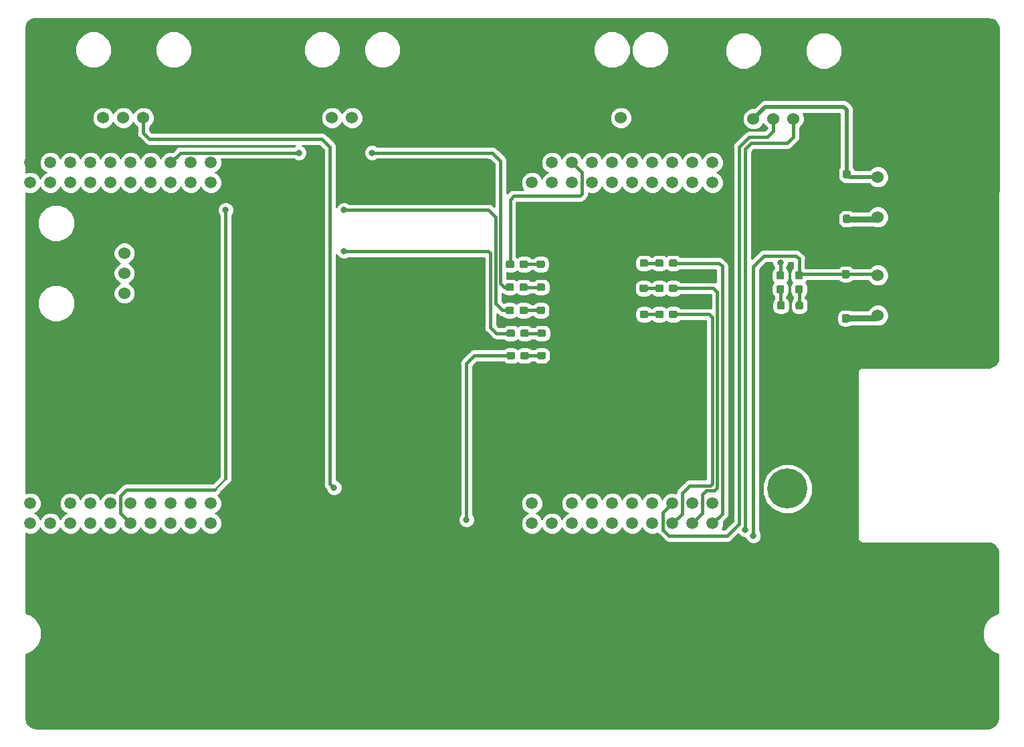
<source format=gbr>
G04 #@! TF.GenerationSoftware,KiCad,Pcbnew,(5.0.0)*
G04 #@! TF.CreationDate,2018-12-18T15:29:39-06:00*
G04 #@! TF.ProjectId,SRASensorBoard_Hardware,53524153656E736F72426F6172645F48,rev?*
G04 #@! TF.SameCoordinates,Original*
G04 #@! TF.FileFunction,Copper,L1,Top,Signal*
G04 #@! TF.FilePolarity,Positive*
%FSLAX46Y46*%
G04 Gerber Fmt 4.6, Leading zero omitted, Abs format (unit mm)*
G04 Created by KiCad (PCBNEW (5.0.0)) date 12/18/18 15:29:39*
%MOMM*%
%LPD*%
G01*
G04 APERTURE LIST*
G04 #@! TA.AperFunction,ComponentPad*
%ADD10C,1.524000*%
G04 #@! TD*
G04 #@! TA.AperFunction,ComponentPad*
%ADD11C,5.080000*%
G04 #@! TD*
G04 #@! TA.AperFunction,Conductor*
%ADD12C,0.100000*%
G04 #@! TD*
G04 #@! TA.AperFunction,SMDPad,CuDef*
%ADD13C,0.950000*%
G04 #@! TD*
G04 #@! TA.AperFunction,ComponentPad*
%ADD14C,1.520000*%
G04 #@! TD*
G04 #@! TA.AperFunction,ViaPad*
%ADD15C,0.800000*%
G04 #@! TD*
G04 #@! TA.AperFunction,Conductor*
%ADD16C,0.381000*%
G04 #@! TD*
G04 #@! TA.AperFunction,Conductor*
%ADD17C,0.508000*%
G04 #@! TD*
G04 #@! TA.AperFunction,Conductor*
%ADD18C,0.250000*%
G04 #@! TD*
G04 #@! TA.AperFunction,Conductor*
%ADD19C,0.762000*%
G04 #@! TD*
G04 #@! TA.AperFunction,Conductor*
%ADD20C,0.254000*%
G04 #@! TD*
G04 APERTURE END LIST*
D10*
G04 #@! TO.P,Conn5,4*
G04 #@! TO.N,GND*
X186690000Y-58420000D03*
G04 #@! TO.P,Conn5,3*
G04 #@! TO.N,CCD_INT*
X184150000Y-58420000D03*
G04 #@! TO.P,Conn5,2*
G04 #@! TO.N,CCD_OS*
X181610000Y-58420000D03*
G04 #@! TO.P,Conn5,1*
G04 #@! TO.N,+3V3*
X179070000Y-58420000D03*
G04 #@! TD*
D11*
G04 #@! TO.P,Conn1,1*
G04 #@! TO.N,GND*
X183362600Y-97281000D03*
G04 #@! TO.P,Conn1,2*
G04 #@! TO.N,Net-(C1-Pad1)*
X183362600Y-105282000D03*
G04 #@! TD*
D12*
G04 #@! TO.N,+3V3*
G04 #@! TO.C,R1*
G36*
X182745574Y-77736144D02*
X182768629Y-77739563D01*
X182791238Y-77745227D01*
X182813182Y-77753079D01*
X182834252Y-77763044D01*
X182854243Y-77775026D01*
X182872963Y-77788910D01*
X182890233Y-77804562D01*
X182905885Y-77821832D01*
X182919769Y-77840552D01*
X182931751Y-77860543D01*
X182941716Y-77881613D01*
X182949568Y-77903557D01*
X182955232Y-77926166D01*
X182958651Y-77949221D01*
X182959795Y-77972500D01*
X182959795Y-78547500D01*
X182958651Y-78570779D01*
X182955232Y-78593834D01*
X182949568Y-78616443D01*
X182941716Y-78638387D01*
X182931751Y-78659457D01*
X182919769Y-78679448D01*
X182905885Y-78698168D01*
X182890233Y-78715438D01*
X182872963Y-78731090D01*
X182854243Y-78744974D01*
X182834252Y-78756956D01*
X182813182Y-78766921D01*
X182791238Y-78774773D01*
X182768629Y-78780437D01*
X182745574Y-78783856D01*
X182722295Y-78785000D01*
X182247295Y-78785000D01*
X182224016Y-78783856D01*
X182200961Y-78780437D01*
X182178352Y-78774773D01*
X182156408Y-78766921D01*
X182135338Y-78756956D01*
X182115347Y-78744974D01*
X182096627Y-78731090D01*
X182079357Y-78715438D01*
X182063705Y-78698168D01*
X182049821Y-78679448D01*
X182037839Y-78659457D01*
X182027874Y-78638387D01*
X182020022Y-78616443D01*
X182014358Y-78593834D01*
X182010939Y-78570779D01*
X182009795Y-78547500D01*
X182009795Y-77972500D01*
X182010939Y-77949221D01*
X182014358Y-77926166D01*
X182020022Y-77903557D01*
X182027874Y-77881613D01*
X182037839Y-77860543D01*
X182049821Y-77840552D01*
X182063705Y-77821832D01*
X182079357Y-77804562D01*
X182096627Y-77788910D01*
X182115347Y-77775026D01*
X182135338Y-77763044D01*
X182156408Y-77753079D01*
X182178352Y-77745227D01*
X182200961Y-77739563D01*
X182224016Y-77736144D01*
X182247295Y-77735000D01*
X182722295Y-77735000D01*
X182745574Y-77736144D01*
X182745574Y-77736144D01*
G37*
D13*
G04 #@! TD*
G04 #@! TO.P,R1,1*
G04 #@! TO.N,+3V3*
X182484795Y-78260000D03*
D12*
G04 #@! TO.N,Net-(D3-Pad2)*
G04 #@! TO.C,R1*
G36*
X182745574Y-79486144D02*
X182768629Y-79489563D01*
X182791238Y-79495227D01*
X182813182Y-79503079D01*
X182834252Y-79513044D01*
X182854243Y-79525026D01*
X182872963Y-79538910D01*
X182890233Y-79554562D01*
X182905885Y-79571832D01*
X182919769Y-79590552D01*
X182931751Y-79610543D01*
X182941716Y-79631613D01*
X182949568Y-79653557D01*
X182955232Y-79676166D01*
X182958651Y-79699221D01*
X182959795Y-79722500D01*
X182959795Y-80297500D01*
X182958651Y-80320779D01*
X182955232Y-80343834D01*
X182949568Y-80366443D01*
X182941716Y-80388387D01*
X182931751Y-80409457D01*
X182919769Y-80429448D01*
X182905885Y-80448168D01*
X182890233Y-80465438D01*
X182872963Y-80481090D01*
X182854243Y-80494974D01*
X182834252Y-80506956D01*
X182813182Y-80516921D01*
X182791238Y-80524773D01*
X182768629Y-80530437D01*
X182745574Y-80533856D01*
X182722295Y-80535000D01*
X182247295Y-80535000D01*
X182224016Y-80533856D01*
X182200961Y-80530437D01*
X182178352Y-80524773D01*
X182156408Y-80516921D01*
X182135338Y-80506956D01*
X182115347Y-80494974D01*
X182096627Y-80481090D01*
X182079357Y-80465438D01*
X182063705Y-80448168D01*
X182049821Y-80429448D01*
X182037839Y-80409457D01*
X182027874Y-80388387D01*
X182020022Y-80366443D01*
X182014358Y-80343834D01*
X182010939Y-80320779D01*
X182009795Y-80297500D01*
X182009795Y-79722500D01*
X182010939Y-79699221D01*
X182014358Y-79676166D01*
X182020022Y-79653557D01*
X182027874Y-79631613D01*
X182037839Y-79610543D01*
X182049821Y-79590552D01*
X182063705Y-79571832D01*
X182079357Y-79554562D01*
X182096627Y-79538910D01*
X182115347Y-79525026D01*
X182135338Y-79513044D01*
X182156408Y-79503079D01*
X182178352Y-79495227D01*
X182200961Y-79489563D01*
X182224016Y-79486144D01*
X182247295Y-79485000D01*
X182722295Y-79485000D01*
X182745574Y-79486144D01*
X182745574Y-79486144D01*
G37*
D13*
G04 #@! TD*
G04 #@! TO.P,R1,2*
G04 #@! TO.N,Net-(D3-Pad2)*
X182484795Y-80010000D03*
D10*
G04 #@! TO.P,Conn2,1*
G04 #@! TO.N,+3V3*
X96774000Y-58293000D03*
G04 #@! TO.P,Conn2,2*
G04 #@! TO.N,Soil_Data*
X99314000Y-58293000D03*
G04 #@! TO.P,Conn2,3*
G04 #@! TO.N,Soil_Sck*
X101854000Y-58293000D03*
G04 #@! TO.P,Conn2,4*
G04 #@! TO.N,GND*
X104394000Y-58293000D03*
G04 #@! TD*
G04 #@! TO.P,Conn3,1*
G04 #@! TO.N,+3V3*
X125730000Y-58293000D03*
G04 #@! TO.P,Conn3,2*
G04 #@! TO.N,Atm_Dout*
X128270000Y-58293000D03*
G04 #@! TO.P,Conn3,3*
G04 #@! TO.N,GND*
X130810000Y-58293000D03*
G04 #@! TD*
G04 #@! TO.P,Conn4,4*
G04 #@! TO.N,GND*
X99441000Y-72898000D03*
G04 #@! TO.P,Conn4,3*
G04 #@! TO.N,Methane_Vout*
X99441000Y-75438000D03*
G04 #@! TO.P,Conn4,2*
G04 #@! TO.N,+3V3*
X99441000Y-77978000D03*
G04 #@! TO.P,Conn4,1*
G04 #@! TO.N,+5V*
X99441000Y-80518000D03*
G04 #@! TD*
G04 #@! TO.P,Conn6,1*
G04 #@! TO.N,Net-(Conn6-Pad1)*
X162306000Y-58293000D03*
G04 #@! TO.P,Conn6,2*
G04 #@! TO.N,GND*
X164846000Y-58293000D03*
G04 #@! TD*
D14*
G04 #@! TO.P,U1,+3V3*
G04 #@! TO.N,+3V3*
X151049001Y-109685001D03*
G04 #@! TO.P,U1,PM6*
G04 #@! TO.N,N/C*
X173909001Y-63965001D03*
G04 #@! TO.P,U1,PQ1*
X171369001Y-63965001D03*
G04 #@! TO.P,U1,PQ2*
X163749001Y-63965001D03*
G04 #@! TO.P,U1,PK0*
X161209001Y-107145001D03*
G04 #@! TO.P,U1,PQ3*
X166289001Y-63965001D03*
G04 #@! TO.P,U1,PP3*
X168829001Y-63965001D03*
G04 #@! TO.P,U1,PQ0*
X166289001Y-109685001D03*
G04 #@! TO.P,U1,PA4*
X171369001Y-107145001D03*
G04 #@! TO.P,U1,Rese*
G04 #@! TO.N,Net-(U1-PadRese)*
X161209001Y-63965001D03*
G04 #@! TO.P,U1,PA7*
G04 #@! TO.N,N/C*
X158669001Y-63965001D03*
G04 #@! TO.P,U1,PN5*
G04 #@! TO.N,SW_Flag1*
X171369001Y-109685001D03*
G04 #@! TO.P,U1,PK2*
G04 #@! TO.N,N/C*
X166289001Y-107145001D03*
G04 #@! TO.P,U1,PK1*
X163749001Y-107145001D03*
G04 #@! TO.P,U1,+5V*
G04 #@! TO.N,Net-(U1-Pad+5V)*
X151049001Y-107145001D03*
G04 #@! TO.P,U1,GND*
G04 #@! TO.N,GND*
X153589001Y-107145001D03*
G04 #@! TO.P,U1,PB4*
G04 #@! TO.N,N/C*
X156129001Y-107145001D03*
G04 #@! TO.P,U1,PB5*
G04 #@! TO.N,Soil_Sck*
X158669001Y-107145001D03*
G04 #@! TO.P,U1,PK3*
G04 #@! TO.N,CCD_OS*
X168829001Y-107145001D03*
G04 #@! TO.P,U1,PA5*
G04 #@! TO.N,N/C*
X173909001Y-107145001D03*
G04 #@! TO.P,U1,PD2*
X153589001Y-109685001D03*
G04 #@! TO.P,U1,PP0*
X156129001Y-109685001D03*
G04 #@! TO.P,U1,PP1*
X158669001Y-109685001D03*
G04 #@! TO.P,U1,PD4*
X161209001Y-109685001D03*
G04 #@! TO.P,U1,PD5*
X163749001Y-109685001D03*
G04 #@! TO.P,U1,PP4*
G04 #@! TO.N,SW_Flag2*
X168829001Y-109685001D03*
G04 #@! TO.P,U1,PN4*
G04 #@! TO.N,SW_ERROR*
X173909001Y-109685001D03*
G04 #@! TO.P,U1,PG1*
G04 #@! TO.N,N/C*
X151049001Y-66505001D03*
G04 #@! TO.P,U1,PK4*
X153589001Y-66505001D03*
G04 #@! TO.P,U1,PK5*
X156129001Y-66505001D03*
G04 #@! TO.P,U1,PM0*
X158669001Y-66505001D03*
G04 #@! TO.P,U1,PM1*
X161209001Y-66505001D03*
G04 #@! TO.P,U1,PM2*
X163749001Y-66505001D03*
G04 #@! TO.P,U1,PH0*
X166289001Y-66505001D03*
G04 #@! TO.P,U1,PH1*
X168829001Y-66505001D03*
G04 #@! TO.P,U1,PK6*
X171369001Y-66505001D03*
G04 #@! TO.P,U1,PK7*
X173909001Y-66505001D03*
G04 #@! TO.P,U1,GND*
G04 #@! TO.N,GND*
X151049001Y-63965001D03*
G04 #@! TO.P,U1,PM7*
G04 #@! TO.N,N/C*
X153589001Y-63965001D03*
G04 #@! TO.P,U1,PP5*
G04 #@! TO.N,UV_TOGGLE*
X156129001Y-63965001D03*
G04 #@! TO.P,U1,+5V*
G04 #@! TO.N,Net-(U1-Pad+5V)*
X87549001Y-107145001D03*
G04 #@! TO.P,U1,GND*
G04 #@! TO.N,GND*
X90089001Y-107145001D03*
G04 #@! TO.P,U1,PE0*
G04 #@! TO.N,CCD_INT*
X92629001Y-107145001D03*
G04 #@! TO.P,U1,PE1*
G04 #@! TO.N,N/C*
X95169001Y-107145001D03*
G04 #@! TO.P,U1,PE2*
G04 #@! TO.N,Methane_Vout*
X97709001Y-107145001D03*
G04 #@! TO.P,U1,PE3*
G04 #@! TO.N,N/C*
X100249001Y-107145001D03*
G04 #@! TO.P,U1,PD7*
X102789001Y-107145001D03*
G04 #@! TO.P,U1,PA6*
X105329001Y-107145001D03*
G04 #@! TO.P,U1,PM4*
X107869001Y-107145001D03*
G04 #@! TO.P,U1,PM5*
X110409001Y-107145001D03*
G04 #@! TO.P,U1,+3V3*
G04 #@! TO.N,+3V3*
X87549001Y-109685001D03*
G04 #@! TO.P,U1,PE4*
G04 #@! TO.N,N/C*
X90089001Y-109685001D03*
G04 #@! TO.P,U1,PC4*
X92629001Y-109685001D03*
G04 #@! TO.P,U1,PC5*
X95169001Y-109685001D03*
G04 #@! TO.P,U1,PC6*
X97709001Y-109685001D03*
G04 #@! TO.P,U1,PE5*
G04 #@! TO.N,Soil_Data*
X100249001Y-109685001D03*
G04 #@! TO.P,U1,PD3*
G04 #@! TO.N,N/C*
X102789001Y-109685001D03*
G04 #@! TO.P,U1,PC7*
X105329001Y-109685001D03*
G04 #@! TO.P,U1,PB2*
X107869001Y-109685001D03*
G04 #@! TO.P,U1,PB3*
X110409001Y-109685001D03*
G04 #@! TO.P,U1,PF1*
X87549001Y-66505001D03*
G04 #@! TO.P,U1,PF2*
X90089001Y-66505001D03*
G04 #@! TO.P,U1,PF3*
X92629001Y-66505001D03*
G04 #@! TO.P,U1,PG0*
X95169001Y-66505001D03*
G04 #@! TO.P,U1,PL4*
X97709001Y-66505001D03*
G04 #@! TO.P,U1,PL5*
X100249001Y-66505001D03*
G04 #@! TO.P,U1,PL0*
X102789001Y-66505001D03*
G04 #@! TO.P,U1,PL1*
X105329001Y-66505001D03*
G04 #@! TO.P,U1,PL2*
X107869001Y-66505001D03*
G04 #@! TO.P,U1,PL3*
X110409001Y-66505001D03*
G04 #@! TO.P,U1,GND*
G04 #@! TO.N,GND*
X87549001Y-63965001D03*
G04 #@! TO.P,U1,PM3*
G04 #@! TO.N,N/C*
X90089001Y-63965001D03*
G04 #@! TO.P,U1,PH2*
X92629001Y-63965001D03*
G04 #@! TO.P,U1,PH3*
X95169001Y-63965001D03*
G04 #@! TO.P,U1,Rese*
G04 #@! TO.N,Net-(U1-PadRese)*
X97709001Y-63965001D03*
G04 #@! TO.P,U1,PD1*
G04 #@! TO.N,N/C*
X100249001Y-63965001D03*
G04 #@! TO.P,U1,PD0*
X102789001Y-63965001D03*
G04 #@! TO.P,U1,PN2*
G04 #@! TO.N,Atm_Dout*
X105329001Y-63965001D03*
G04 #@! TO.P,U1,PN3*
G04 #@! TO.N,N/C*
X107869001Y-63965001D03*
G04 #@! TO.P,U1,PP2*
X110409001Y-63965001D03*
G04 #@! TD*
D12*
G04 #@! TO.N,+5V*
G04 #@! TO.C,C2*
G36*
X191014779Y-77581144D02*
X191037834Y-77584563D01*
X191060443Y-77590227D01*
X191082387Y-77598079D01*
X191103457Y-77608044D01*
X191123448Y-77620026D01*
X191142168Y-77633910D01*
X191159438Y-77649562D01*
X191175090Y-77666832D01*
X191188974Y-77685552D01*
X191200956Y-77705543D01*
X191210921Y-77726613D01*
X191218773Y-77748557D01*
X191224437Y-77771166D01*
X191227856Y-77794221D01*
X191229000Y-77817500D01*
X191229000Y-78392500D01*
X191227856Y-78415779D01*
X191224437Y-78438834D01*
X191218773Y-78461443D01*
X191210921Y-78483387D01*
X191200956Y-78504457D01*
X191188974Y-78524448D01*
X191175090Y-78543168D01*
X191159438Y-78560438D01*
X191142168Y-78576090D01*
X191123448Y-78589974D01*
X191103457Y-78601956D01*
X191082387Y-78611921D01*
X191060443Y-78619773D01*
X191037834Y-78625437D01*
X191014779Y-78628856D01*
X190991500Y-78630000D01*
X190516500Y-78630000D01*
X190493221Y-78628856D01*
X190470166Y-78625437D01*
X190447557Y-78619773D01*
X190425613Y-78611921D01*
X190404543Y-78601956D01*
X190384552Y-78589974D01*
X190365832Y-78576090D01*
X190348562Y-78560438D01*
X190332910Y-78543168D01*
X190319026Y-78524448D01*
X190307044Y-78504457D01*
X190297079Y-78483387D01*
X190289227Y-78461443D01*
X190283563Y-78438834D01*
X190280144Y-78415779D01*
X190279000Y-78392500D01*
X190279000Y-77817500D01*
X190280144Y-77794221D01*
X190283563Y-77771166D01*
X190289227Y-77748557D01*
X190297079Y-77726613D01*
X190307044Y-77705543D01*
X190319026Y-77685552D01*
X190332910Y-77666832D01*
X190348562Y-77649562D01*
X190365832Y-77633910D01*
X190384552Y-77620026D01*
X190404543Y-77608044D01*
X190425613Y-77598079D01*
X190447557Y-77590227D01*
X190470166Y-77584563D01*
X190493221Y-77581144D01*
X190516500Y-77580000D01*
X190991500Y-77580000D01*
X191014779Y-77581144D01*
X191014779Y-77581144D01*
G37*
D13*
G04 #@! TD*
G04 #@! TO.P,C2,1*
G04 #@! TO.N,+5V*
X190754000Y-78105000D03*
D12*
G04 #@! TO.N,GND*
G04 #@! TO.C,C2*
G36*
X191014779Y-79331144D02*
X191037834Y-79334563D01*
X191060443Y-79340227D01*
X191082387Y-79348079D01*
X191103457Y-79358044D01*
X191123448Y-79370026D01*
X191142168Y-79383910D01*
X191159438Y-79399562D01*
X191175090Y-79416832D01*
X191188974Y-79435552D01*
X191200956Y-79455543D01*
X191210921Y-79476613D01*
X191218773Y-79498557D01*
X191224437Y-79521166D01*
X191227856Y-79544221D01*
X191229000Y-79567500D01*
X191229000Y-80142500D01*
X191227856Y-80165779D01*
X191224437Y-80188834D01*
X191218773Y-80211443D01*
X191210921Y-80233387D01*
X191200956Y-80254457D01*
X191188974Y-80274448D01*
X191175090Y-80293168D01*
X191159438Y-80310438D01*
X191142168Y-80326090D01*
X191123448Y-80339974D01*
X191103457Y-80351956D01*
X191082387Y-80361921D01*
X191060443Y-80369773D01*
X191037834Y-80375437D01*
X191014779Y-80378856D01*
X190991500Y-80380000D01*
X190516500Y-80380000D01*
X190493221Y-80378856D01*
X190470166Y-80375437D01*
X190447557Y-80369773D01*
X190425613Y-80361921D01*
X190404543Y-80351956D01*
X190384552Y-80339974D01*
X190365832Y-80326090D01*
X190348562Y-80310438D01*
X190332910Y-80293168D01*
X190319026Y-80274448D01*
X190307044Y-80254457D01*
X190297079Y-80233387D01*
X190289227Y-80211443D01*
X190283563Y-80188834D01*
X190280144Y-80165779D01*
X190279000Y-80142500D01*
X190279000Y-79567500D01*
X190280144Y-79544221D01*
X190283563Y-79521166D01*
X190289227Y-79498557D01*
X190297079Y-79476613D01*
X190307044Y-79455543D01*
X190319026Y-79435552D01*
X190332910Y-79416832D01*
X190348562Y-79399562D01*
X190365832Y-79383910D01*
X190384552Y-79370026D01*
X190404543Y-79358044D01*
X190425613Y-79348079D01*
X190447557Y-79340227D01*
X190470166Y-79334563D01*
X190493221Y-79331144D01*
X190516500Y-79330000D01*
X190991500Y-79330000D01*
X191014779Y-79331144D01*
X191014779Y-79331144D01*
G37*
D13*
G04 #@! TD*
G04 #@! TO.P,C2,2*
G04 #@! TO.N,GND*
X190754000Y-79855000D03*
D12*
G04 #@! TO.N,Net-(C1-Pad1)*
G04 #@! TO.C,C1*
G36*
X191141779Y-70568144D02*
X191164834Y-70571563D01*
X191187443Y-70577227D01*
X191209387Y-70585079D01*
X191230457Y-70595044D01*
X191250448Y-70607026D01*
X191269168Y-70620910D01*
X191286438Y-70636562D01*
X191302090Y-70653832D01*
X191315974Y-70672552D01*
X191327956Y-70692543D01*
X191337921Y-70713613D01*
X191345773Y-70735557D01*
X191351437Y-70758166D01*
X191354856Y-70781221D01*
X191356000Y-70804500D01*
X191356000Y-71379500D01*
X191354856Y-71402779D01*
X191351437Y-71425834D01*
X191345773Y-71448443D01*
X191337921Y-71470387D01*
X191327956Y-71491457D01*
X191315974Y-71511448D01*
X191302090Y-71530168D01*
X191286438Y-71547438D01*
X191269168Y-71563090D01*
X191250448Y-71576974D01*
X191230457Y-71588956D01*
X191209387Y-71598921D01*
X191187443Y-71606773D01*
X191164834Y-71612437D01*
X191141779Y-71615856D01*
X191118500Y-71617000D01*
X190643500Y-71617000D01*
X190620221Y-71615856D01*
X190597166Y-71612437D01*
X190574557Y-71606773D01*
X190552613Y-71598921D01*
X190531543Y-71588956D01*
X190511552Y-71576974D01*
X190492832Y-71563090D01*
X190475562Y-71547438D01*
X190459910Y-71530168D01*
X190446026Y-71511448D01*
X190434044Y-71491457D01*
X190424079Y-71470387D01*
X190416227Y-71448443D01*
X190410563Y-71425834D01*
X190407144Y-71402779D01*
X190406000Y-71379500D01*
X190406000Y-70804500D01*
X190407144Y-70781221D01*
X190410563Y-70758166D01*
X190416227Y-70735557D01*
X190424079Y-70713613D01*
X190434044Y-70692543D01*
X190446026Y-70672552D01*
X190459910Y-70653832D01*
X190475562Y-70636562D01*
X190492832Y-70620910D01*
X190511552Y-70607026D01*
X190531543Y-70595044D01*
X190552613Y-70585079D01*
X190574557Y-70577227D01*
X190597166Y-70571563D01*
X190620221Y-70568144D01*
X190643500Y-70567000D01*
X191118500Y-70567000D01*
X191141779Y-70568144D01*
X191141779Y-70568144D01*
G37*
D13*
G04 #@! TD*
G04 #@! TO.P,C1,1*
G04 #@! TO.N,Net-(C1-Pad1)*
X190881000Y-71092000D03*
D12*
G04 #@! TO.N,GND*
G04 #@! TO.C,C1*
G36*
X191141779Y-68818144D02*
X191164834Y-68821563D01*
X191187443Y-68827227D01*
X191209387Y-68835079D01*
X191230457Y-68845044D01*
X191250448Y-68857026D01*
X191269168Y-68870910D01*
X191286438Y-68886562D01*
X191302090Y-68903832D01*
X191315974Y-68922552D01*
X191327956Y-68942543D01*
X191337921Y-68963613D01*
X191345773Y-68985557D01*
X191351437Y-69008166D01*
X191354856Y-69031221D01*
X191356000Y-69054500D01*
X191356000Y-69629500D01*
X191354856Y-69652779D01*
X191351437Y-69675834D01*
X191345773Y-69698443D01*
X191337921Y-69720387D01*
X191327956Y-69741457D01*
X191315974Y-69761448D01*
X191302090Y-69780168D01*
X191286438Y-69797438D01*
X191269168Y-69813090D01*
X191250448Y-69826974D01*
X191230457Y-69838956D01*
X191209387Y-69848921D01*
X191187443Y-69856773D01*
X191164834Y-69862437D01*
X191141779Y-69865856D01*
X191118500Y-69867000D01*
X190643500Y-69867000D01*
X190620221Y-69865856D01*
X190597166Y-69862437D01*
X190574557Y-69856773D01*
X190552613Y-69848921D01*
X190531543Y-69838956D01*
X190511552Y-69826974D01*
X190492832Y-69813090D01*
X190475562Y-69797438D01*
X190459910Y-69780168D01*
X190446026Y-69761448D01*
X190434044Y-69741457D01*
X190424079Y-69720387D01*
X190416227Y-69698443D01*
X190410563Y-69675834D01*
X190407144Y-69652779D01*
X190406000Y-69629500D01*
X190406000Y-69054500D01*
X190407144Y-69031221D01*
X190410563Y-69008166D01*
X190416227Y-68985557D01*
X190424079Y-68963613D01*
X190434044Y-68942543D01*
X190446026Y-68922552D01*
X190459910Y-68903832D01*
X190475562Y-68886562D01*
X190492832Y-68870910D01*
X190511552Y-68857026D01*
X190531543Y-68845044D01*
X190552613Y-68835079D01*
X190574557Y-68827227D01*
X190597166Y-68821563D01*
X190620221Y-68818144D01*
X190643500Y-68817000D01*
X191118500Y-68817000D01*
X191141779Y-68818144D01*
X191141779Y-68818144D01*
G37*
D13*
G04 #@! TD*
G04 #@! TO.P,C1,2*
G04 #@! TO.N,GND*
X190881000Y-69342000D03*
D12*
G04 #@! TO.N,Net-(C1-Pad1)*
G04 #@! TO.C,C3*
G36*
X191014779Y-83169144D02*
X191037834Y-83172563D01*
X191060443Y-83178227D01*
X191082387Y-83186079D01*
X191103457Y-83196044D01*
X191123448Y-83208026D01*
X191142168Y-83221910D01*
X191159438Y-83237562D01*
X191175090Y-83254832D01*
X191188974Y-83273552D01*
X191200956Y-83293543D01*
X191210921Y-83314613D01*
X191218773Y-83336557D01*
X191224437Y-83359166D01*
X191227856Y-83382221D01*
X191229000Y-83405500D01*
X191229000Y-83980500D01*
X191227856Y-84003779D01*
X191224437Y-84026834D01*
X191218773Y-84049443D01*
X191210921Y-84071387D01*
X191200956Y-84092457D01*
X191188974Y-84112448D01*
X191175090Y-84131168D01*
X191159438Y-84148438D01*
X191142168Y-84164090D01*
X191123448Y-84177974D01*
X191103457Y-84189956D01*
X191082387Y-84199921D01*
X191060443Y-84207773D01*
X191037834Y-84213437D01*
X191014779Y-84216856D01*
X190991500Y-84218000D01*
X190516500Y-84218000D01*
X190493221Y-84216856D01*
X190470166Y-84213437D01*
X190447557Y-84207773D01*
X190425613Y-84199921D01*
X190404543Y-84189956D01*
X190384552Y-84177974D01*
X190365832Y-84164090D01*
X190348562Y-84148438D01*
X190332910Y-84131168D01*
X190319026Y-84112448D01*
X190307044Y-84092457D01*
X190297079Y-84071387D01*
X190289227Y-84049443D01*
X190283563Y-84026834D01*
X190280144Y-84003779D01*
X190279000Y-83980500D01*
X190279000Y-83405500D01*
X190280144Y-83382221D01*
X190283563Y-83359166D01*
X190289227Y-83336557D01*
X190297079Y-83314613D01*
X190307044Y-83293543D01*
X190319026Y-83273552D01*
X190332910Y-83254832D01*
X190348562Y-83237562D01*
X190365832Y-83221910D01*
X190384552Y-83208026D01*
X190404543Y-83196044D01*
X190425613Y-83186079D01*
X190447557Y-83178227D01*
X190470166Y-83172563D01*
X190493221Y-83169144D01*
X190516500Y-83168000D01*
X190991500Y-83168000D01*
X191014779Y-83169144D01*
X191014779Y-83169144D01*
G37*
D13*
G04 #@! TD*
G04 #@! TO.P,C3,1*
G04 #@! TO.N,Net-(C1-Pad1)*
X190754000Y-83693000D03*
D12*
G04 #@! TO.N,GND*
G04 #@! TO.C,C3*
G36*
X191014779Y-81419144D02*
X191037834Y-81422563D01*
X191060443Y-81428227D01*
X191082387Y-81436079D01*
X191103457Y-81446044D01*
X191123448Y-81458026D01*
X191142168Y-81471910D01*
X191159438Y-81487562D01*
X191175090Y-81504832D01*
X191188974Y-81523552D01*
X191200956Y-81543543D01*
X191210921Y-81564613D01*
X191218773Y-81586557D01*
X191224437Y-81609166D01*
X191227856Y-81632221D01*
X191229000Y-81655500D01*
X191229000Y-82230500D01*
X191227856Y-82253779D01*
X191224437Y-82276834D01*
X191218773Y-82299443D01*
X191210921Y-82321387D01*
X191200956Y-82342457D01*
X191188974Y-82362448D01*
X191175090Y-82381168D01*
X191159438Y-82398438D01*
X191142168Y-82414090D01*
X191123448Y-82427974D01*
X191103457Y-82439956D01*
X191082387Y-82449921D01*
X191060443Y-82457773D01*
X191037834Y-82463437D01*
X191014779Y-82466856D01*
X190991500Y-82468000D01*
X190516500Y-82468000D01*
X190493221Y-82466856D01*
X190470166Y-82463437D01*
X190447557Y-82457773D01*
X190425613Y-82449921D01*
X190404543Y-82439956D01*
X190384552Y-82427974D01*
X190365832Y-82414090D01*
X190348562Y-82398438D01*
X190332910Y-82381168D01*
X190319026Y-82362448D01*
X190307044Y-82342457D01*
X190297079Y-82321387D01*
X190289227Y-82299443D01*
X190283563Y-82276834D01*
X190280144Y-82253779D01*
X190279000Y-82230500D01*
X190279000Y-81655500D01*
X190280144Y-81632221D01*
X190283563Y-81609166D01*
X190289227Y-81586557D01*
X190297079Y-81564613D01*
X190307044Y-81543543D01*
X190319026Y-81523552D01*
X190332910Y-81504832D01*
X190348562Y-81487562D01*
X190365832Y-81471910D01*
X190384552Y-81458026D01*
X190404543Y-81446044D01*
X190425613Y-81436079D01*
X190447557Y-81428227D01*
X190470166Y-81422563D01*
X190493221Y-81419144D01*
X190516500Y-81418000D01*
X190991500Y-81418000D01*
X191014779Y-81419144D01*
X191014779Y-81419144D01*
G37*
D13*
G04 #@! TD*
G04 #@! TO.P,C3,2*
G04 #@! TO.N,GND*
X190754000Y-81943000D03*
D12*
G04 #@! TO.N,+3V3*
G04 #@! TO.C,C4*
G36*
X191141779Y-64909144D02*
X191164834Y-64912563D01*
X191187443Y-64918227D01*
X191209387Y-64926079D01*
X191230457Y-64936044D01*
X191250448Y-64948026D01*
X191269168Y-64961910D01*
X191286438Y-64977562D01*
X191302090Y-64994832D01*
X191315974Y-65013552D01*
X191327956Y-65033543D01*
X191337921Y-65054613D01*
X191345773Y-65076557D01*
X191351437Y-65099166D01*
X191354856Y-65122221D01*
X191356000Y-65145500D01*
X191356000Y-65720500D01*
X191354856Y-65743779D01*
X191351437Y-65766834D01*
X191345773Y-65789443D01*
X191337921Y-65811387D01*
X191327956Y-65832457D01*
X191315974Y-65852448D01*
X191302090Y-65871168D01*
X191286438Y-65888438D01*
X191269168Y-65904090D01*
X191250448Y-65917974D01*
X191230457Y-65929956D01*
X191209387Y-65939921D01*
X191187443Y-65947773D01*
X191164834Y-65953437D01*
X191141779Y-65956856D01*
X191118500Y-65958000D01*
X190643500Y-65958000D01*
X190620221Y-65956856D01*
X190597166Y-65953437D01*
X190574557Y-65947773D01*
X190552613Y-65939921D01*
X190531543Y-65929956D01*
X190511552Y-65917974D01*
X190492832Y-65904090D01*
X190475562Y-65888438D01*
X190459910Y-65871168D01*
X190446026Y-65852448D01*
X190434044Y-65832457D01*
X190424079Y-65811387D01*
X190416227Y-65789443D01*
X190410563Y-65766834D01*
X190407144Y-65743779D01*
X190406000Y-65720500D01*
X190406000Y-65145500D01*
X190407144Y-65122221D01*
X190410563Y-65099166D01*
X190416227Y-65076557D01*
X190424079Y-65054613D01*
X190434044Y-65033543D01*
X190446026Y-65013552D01*
X190459910Y-64994832D01*
X190475562Y-64977562D01*
X190492832Y-64961910D01*
X190511552Y-64948026D01*
X190531543Y-64936044D01*
X190552613Y-64926079D01*
X190574557Y-64918227D01*
X190597166Y-64912563D01*
X190620221Y-64909144D01*
X190643500Y-64908000D01*
X191118500Y-64908000D01*
X191141779Y-64909144D01*
X191141779Y-64909144D01*
G37*
D13*
G04 #@! TD*
G04 #@! TO.P,C4,1*
G04 #@! TO.N,+3V3*
X190881000Y-65433000D03*
D12*
G04 #@! TO.N,GND*
G04 #@! TO.C,C4*
G36*
X191141779Y-66659144D02*
X191164834Y-66662563D01*
X191187443Y-66668227D01*
X191209387Y-66676079D01*
X191230457Y-66686044D01*
X191250448Y-66698026D01*
X191269168Y-66711910D01*
X191286438Y-66727562D01*
X191302090Y-66744832D01*
X191315974Y-66763552D01*
X191327956Y-66783543D01*
X191337921Y-66804613D01*
X191345773Y-66826557D01*
X191351437Y-66849166D01*
X191354856Y-66872221D01*
X191356000Y-66895500D01*
X191356000Y-67470500D01*
X191354856Y-67493779D01*
X191351437Y-67516834D01*
X191345773Y-67539443D01*
X191337921Y-67561387D01*
X191327956Y-67582457D01*
X191315974Y-67602448D01*
X191302090Y-67621168D01*
X191286438Y-67638438D01*
X191269168Y-67654090D01*
X191250448Y-67667974D01*
X191230457Y-67679956D01*
X191209387Y-67689921D01*
X191187443Y-67697773D01*
X191164834Y-67703437D01*
X191141779Y-67706856D01*
X191118500Y-67708000D01*
X190643500Y-67708000D01*
X190620221Y-67706856D01*
X190597166Y-67703437D01*
X190574557Y-67697773D01*
X190552613Y-67689921D01*
X190531543Y-67679956D01*
X190511552Y-67667974D01*
X190492832Y-67654090D01*
X190475562Y-67638438D01*
X190459910Y-67621168D01*
X190446026Y-67602448D01*
X190434044Y-67582457D01*
X190424079Y-67561387D01*
X190416227Y-67539443D01*
X190410563Y-67516834D01*
X190407144Y-67493779D01*
X190406000Y-67470500D01*
X190406000Y-66895500D01*
X190407144Y-66872221D01*
X190410563Y-66849166D01*
X190416227Y-66826557D01*
X190424079Y-66804613D01*
X190434044Y-66783543D01*
X190446026Y-66763552D01*
X190459910Y-66744832D01*
X190475562Y-66727562D01*
X190492832Y-66711910D01*
X190511552Y-66698026D01*
X190531543Y-66686044D01*
X190552613Y-66676079D01*
X190574557Y-66668227D01*
X190597166Y-66662563D01*
X190620221Y-66659144D01*
X190643500Y-66658000D01*
X191118500Y-66658000D01*
X191141779Y-66659144D01*
X191141779Y-66659144D01*
G37*
D13*
G04 #@! TD*
G04 #@! TO.P,C4,2*
G04 #@! TO.N,GND*
X190881000Y-67183000D03*
D12*
G04 #@! TO.N,GND*
G04 #@! TO.C,D3*
G36*
X182809074Y-83296144D02*
X182832129Y-83299563D01*
X182854738Y-83305227D01*
X182876682Y-83313079D01*
X182897752Y-83323044D01*
X182917743Y-83335026D01*
X182936463Y-83348910D01*
X182953733Y-83364562D01*
X182969385Y-83381832D01*
X182983269Y-83400552D01*
X182995251Y-83420543D01*
X183005216Y-83441613D01*
X183013068Y-83463557D01*
X183018732Y-83486166D01*
X183022151Y-83509221D01*
X183023295Y-83532500D01*
X183023295Y-84107500D01*
X183022151Y-84130779D01*
X183018732Y-84153834D01*
X183013068Y-84176443D01*
X183005216Y-84198387D01*
X182995251Y-84219457D01*
X182983269Y-84239448D01*
X182969385Y-84258168D01*
X182953733Y-84275438D01*
X182936463Y-84291090D01*
X182917743Y-84304974D01*
X182897752Y-84316956D01*
X182876682Y-84326921D01*
X182854738Y-84334773D01*
X182832129Y-84340437D01*
X182809074Y-84343856D01*
X182785795Y-84345000D01*
X182310795Y-84345000D01*
X182287516Y-84343856D01*
X182264461Y-84340437D01*
X182241852Y-84334773D01*
X182219908Y-84326921D01*
X182198838Y-84316956D01*
X182178847Y-84304974D01*
X182160127Y-84291090D01*
X182142857Y-84275438D01*
X182127205Y-84258168D01*
X182113321Y-84239448D01*
X182101339Y-84219457D01*
X182091374Y-84198387D01*
X182083522Y-84176443D01*
X182077858Y-84153834D01*
X182074439Y-84130779D01*
X182073295Y-84107500D01*
X182073295Y-83532500D01*
X182074439Y-83509221D01*
X182077858Y-83486166D01*
X182083522Y-83463557D01*
X182091374Y-83441613D01*
X182101339Y-83420543D01*
X182113321Y-83400552D01*
X182127205Y-83381832D01*
X182142857Y-83364562D01*
X182160127Y-83348910D01*
X182178847Y-83335026D01*
X182198838Y-83323044D01*
X182219908Y-83313079D01*
X182241852Y-83305227D01*
X182264461Y-83299563D01*
X182287516Y-83296144D01*
X182310795Y-83295000D01*
X182785795Y-83295000D01*
X182809074Y-83296144D01*
X182809074Y-83296144D01*
G37*
D13*
G04 #@! TD*
G04 #@! TO.P,D3,1*
G04 #@! TO.N,GND*
X182548295Y-83820000D03*
D12*
G04 #@! TO.N,Net-(D3-Pad2)*
G04 #@! TO.C,D3*
G36*
X182809074Y-81546144D02*
X182832129Y-81549563D01*
X182854738Y-81555227D01*
X182876682Y-81563079D01*
X182897752Y-81573044D01*
X182917743Y-81585026D01*
X182936463Y-81598910D01*
X182953733Y-81614562D01*
X182969385Y-81631832D01*
X182983269Y-81650552D01*
X182995251Y-81670543D01*
X183005216Y-81691613D01*
X183013068Y-81713557D01*
X183018732Y-81736166D01*
X183022151Y-81759221D01*
X183023295Y-81782500D01*
X183023295Y-82357500D01*
X183022151Y-82380779D01*
X183018732Y-82403834D01*
X183013068Y-82426443D01*
X183005216Y-82448387D01*
X182995251Y-82469457D01*
X182983269Y-82489448D01*
X182969385Y-82508168D01*
X182953733Y-82525438D01*
X182936463Y-82541090D01*
X182917743Y-82554974D01*
X182897752Y-82566956D01*
X182876682Y-82576921D01*
X182854738Y-82584773D01*
X182832129Y-82590437D01*
X182809074Y-82593856D01*
X182785795Y-82595000D01*
X182310795Y-82595000D01*
X182287516Y-82593856D01*
X182264461Y-82590437D01*
X182241852Y-82584773D01*
X182219908Y-82576921D01*
X182198838Y-82566956D01*
X182178847Y-82554974D01*
X182160127Y-82541090D01*
X182142857Y-82525438D01*
X182127205Y-82508168D01*
X182113321Y-82489448D01*
X182101339Y-82469457D01*
X182091374Y-82448387D01*
X182083522Y-82426443D01*
X182077858Y-82403834D01*
X182074439Y-82380779D01*
X182073295Y-82357500D01*
X182073295Y-81782500D01*
X182074439Y-81759221D01*
X182077858Y-81736166D01*
X182083522Y-81713557D01*
X182091374Y-81691613D01*
X182101339Y-81670543D01*
X182113321Y-81650552D01*
X182127205Y-81631832D01*
X182142857Y-81614562D01*
X182160127Y-81598910D01*
X182178847Y-81585026D01*
X182198838Y-81573044D01*
X182219908Y-81563079D01*
X182241852Y-81555227D01*
X182264461Y-81549563D01*
X182287516Y-81546144D01*
X182310795Y-81545000D01*
X182785795Y-81545000D01*
X182809074Y-81546144D01*
X182809074Y-81546144D01*
G37*
D13*
G04 #@! TD*
G04 #@! TO.P,D3,2*
G04 #@! TO.N,Net-(D3-Pad2)*
X182548295Y-82070000D03*
D12*
G04 #@! TO.N,GND*
G04 #@! TO.C,D4*
G36*
X185147379Y-83296144D02*
X185170434Y-83299563D01*
X185193043Y-83305227D01*
X185214987Y-83313079D01*
X185236057Y-83323044D01*
X185256048Y-83335026D01*
X185274768Y-83348910D01*
X185292038Y-83364562D01*
X185307690Y-83381832D01*
X185321574Y-83400552D01*
X185333556Y-83420543D01*
X185343521Y-83441613D01*
X185351373Y-83463557D01*
X185357037Y-83486166D01*
X185360456Y-83509221D01*
X185361600Y-83532500D01*
X185361600Y-84107500D01*
X185360456Y-84130779D01*
X185357037Y-84153834D01*
X185351373Y-84176443D01*
X185343521Y-84198387D01*
X185333556Y-84219457D01*
X185321574Y-84239448D01*
X185307690Y-84258168D01*
X185292038Y-84275438D01*
X185274768Y-84291090D01*
X185256048Y-84304974D01*
X185236057Y-84316956D01*
X185214987Y-84326921D01*
X185193043Y-84334773D01*
X185170434Y-84340437D01*
X185147379Y-84343856D01*
X185124100Y-84345000D01*
X184649100Y-84345000D01*
X184625821Y-84343856D01*
X184602766Y-84340437D01*
X184580157Y-84334773D01*
X184558213Y-84326921D01*
X184537143Y-84316956D01*
X184517152Y-84304974D01*
X184498432Y-84291090D01*
X184481162Y-84275438D01*
X184465510Y-84258168D01*
X184451626Y-84239448D01*
X184439644Y-84219457D01*
X184429679Y-84198387D01*
X184421827Y-84176443D01*
X184416163Y-84153834D01*
X184412744Y-84130779D01*
X184411600Y-84107500D01*
X184411600Y-83532500D01*
X184412744Y-83509221D01*
X184416163Y-83486166D01*
X184421827Y-83463557D01*
X184429679Y-83441613D01*
X184439644Y-83420543D01*
X184451626Y-83400552D01*
X184465510Y-83381832D01*
X184481162Y-83364562D01*
X184498432Y-83348910D01*
X184517152Y-83335026D01*
X184537143Y-83323044D01*
X184558213Y-83313079D01*
X184580157Y-83305227D01*
X184602766Y-83299563D01*
X184625821Y-83296144D01*
X184649100Y-83295000D01*
X185124100Y-83295000D01*
X185147379Y-83296144D01*
X185147379Y-83296144D01*
G37*
D13*
G04 #@! TD*
G04 #@! TO.P,D4,1*
G04 #@! TO.N,GND*
X184886600Y-83820000D03*
D12*
G04 #@! TO.N,Net-(D4-Pad2)*
G04 #@! TO.C,D4*
G36*
X185147379Y-81546144D02*
X185170434Y-81549563D01*
X185193043Y-81555227D01*
X185214987Y-81563079D01*
X185236057Y-81573044D01*
X185256048Y-81585026D01*
X185274768Y-81598910D01*
X185292038Y-81614562D01*
X185307690Y-81631832D01*
X185321574Y-81650552D01*
X185333556Y-81670543D01*
X185343521Y-81691613D01*
X185351373Y-81713557D01*
X185357037Y-81736166D01*
X185360456Y-81759221D01*
X185361600Y-81782500D01*
X185361600Y-82357500D01*
X185360456Y-82380779D01*
X185357037Y-82403834D01*
X185351373Y-82426443D01*
X185343521Y-82448387D01*
X185333556Y-82469457D01*
X185321574Y-82489448D01*
X185307690Y-82508168D01*
X185292038Y-82525438D01*
X185274768Y-82541090D01*
X185256048Y-82554974D01*
X185236057Y-82566956D01*
X185214987Y-82576921D01*
X185193043Y-82584773D01*
X185170434Y-82590437D01*
X185147379Y-82593856D01*
X185124100Y-82595000D01*
X184649100Y-82595000D01*
X184625821Y-82593856D01*
X184602766Y-82590437D01*
X184580157Y-82584773D01*
X184558213Y-82576921D01*
X184537143Y-82566956D01*
X184517152Y-82554974D01*
X184498432Y-82541090D01*
X184481162Y-82525438D01*
X184465510Y-82508168D01*
X184451626Y-82489448D01*
X184439644Y-82469457D01*
X184429679Y-82448387D01*
X184421827Y-82426443D01*
X184416163Y-82403834D01*
X184412744Y-82380779D01*
X184411600Y-82357500D01*
X184411600Y-81782500D01*
X184412744Y-81759221D01*
X184416163Y-81736166D01*
X184421827Y-81713557D01*
X184429679Y-81691613D01*
X184439644Y-81670543D01*
X184451626Y-81650552D01*
X184465510Y-81631832D01*
X184481162Y-81614562D01*
X184498432Y-81598910D01*
X184517152Y-81585026D01*
X184537143Y-81573044D01*
X184558213Y-81563079D01*
X184580157Y-81555227D01*
X184602766Y-81549563D01*
X184625821Y-81546144D01*
X184649100Y-81545000D01*
X185124100Y-81545000D01*
X185147379Y-81546144D01*
X185147379Y-81546144D01*
G37*
D13*
G04 #@! TD*
G04 #@! TO.P,D4,2*
G04 #@! TO.N,Net-(D4-Pad2)*
X184886600Y-82070000D03*
D12*
G04 #@! TO.N,Net-(D5-Pad2)*
G04 #@! TO.C,D5*
G36*
X152456779Y-76361144D02*
X152479834Y-76364563D01*
X152502443Y-76370227D01*
X152524387Y-76378079D01*
X152545457Y-76388044D01*
X152565448Y-76400026D01*
X152584168Y-76413910D01*
X152601438Y-76429562D01*
X152617090Y-76446832D01*
X152630974Y-76465552D01*
X152642956Y-76485543D01*
X152652921Y-76506613D01*
X152660773Y-76528557D01*
X152666437Y-76551166D01*
X152669856Y-76574221D01*
X152671000Y-76597500D01*
X152671000Y-77072500D01*
X152669856Y-77095779D01*
X152666437Y-77118834D01*
X152660773Y-77141443D01*
X152652921Y-77163387D01*
X152642956Y-77184457D01*
X152630974Y-77204448D01*
X152617090Y-77223168D01*
X152601438Y-77240438D01*
X152584168Y-77256090D01*
X152565448Y-77269974D01*
X152545457Y-77281956D01*
X152524387Y-77291921D01*
X152502443Y-77299773D01*
X152479834Y-77305437D01*
X152456779Y-77308856D01*
X152433500Y-77310000D01*
X151858500Y-77310000D01*
X151835221Y-77308856D01*
X151812166Y-77305437D01*
X151789557Y-77299773D01*
X151767613Y-77291921D01*
X151746543Y-77281956D01*
X151726552Y-77269974D01*
X151707832Y-77256090D01*
X151690562Y-77240438D01*
X151674910Y-77223168D01*
X151661026Y-77204448D01*
X151649044Y-77184457D01*
X151639079Y-77163387D01*
X151631227Y-77141443D01*
X151625563Y-77118834D01*
X151622144Y-77095779D01*
X151621000Y-77072500D01*
X151621000Y-76597500D01*
X151622144Y-76574221D01*
X151625563Y-76551166D01*
X151631227Y-76528557D01*
X151639079Y-76506613D01*
X151649044Y-76485543D01*
X151661026Y-76465552D01*
X151674910Y-76446832D01*
X151690562Y-76429562D01*
X151707832Y-76413910D01*
X151726552Y-76400026D01*
X151746543Y-76388044D01*
X151767613Y-76378079D01*
X151789557Y-76370227D01*
X151812166Y-76364563D01*
X151835221Y-76361144D01*
X151858500Y-76360000D01*
X152433500Y-76360000D01*
X152456779Y-76361144D01*
X152456779Y-76361144D01*
G37*
D13*
G04 #@! TD*
G04 #@! TO.P,D5,2*
G04 #@! TO.N,Net-(D5-Pad2)*
X152146000Y-76835000D03*
D12*
G04 #@! TO.N,GND*
G04 #@! TO.C,D5*
G36*
X154206779Y-76361144D02*
X154229834Y-76364563D01*
X154252443Y-76370227D01*
X154274387Y-76378079D01*
X154295457Y-76388044D01*
X154315448Y-76400026D01*
X154334168Y-76413910D01*
X154351438Y-76429562D01*
X154367090Y-76446832D01*
X154380974Y-76465552D01*
X154392956Y-76485543D01*
X154402921Y-76506613D01*
X154410773Y-76528557D01*
X154416437Y-76551166D01*
X154419856Y-76574221D01*
X154421000Y-76597500D01*
X154421000Y-77072500D01*
X154419856Y-77095779D01*
X154416437Y-77118834D01*
X154410773Y-77141443D01*
X154402921Y-77163387D01*
X154392956Y-77184457D01*
X154380974Y-77204448D01*
X154367090Y-77223168D01*
X154351438Y-77240438D01*
X154334168Y-77256090D01*
X154315448Y-77269974D01*
X154295457Y-77281956D01*
X154274387Y-77291921D01*
X154252443Y-77299773D01*
X154229834Y-77305437D01*
X154206779Y-77308856D01*
X154183500Y-77310000D01*
X153608500Y-77310000D01*
X153585221Y-77308856D01*
X153562166Y-77305437D01*
X153539557Y-77299773D01*
X153517613Y-77291921D01*
X153496543Y-77281956D01*
X153476552Y-77269974D01*
X153457832Y-77256090D01*
X153440562Y-77240438D01*
X153424910Y-77223168D01*
X153411026Y-77204448D01*
X153399044Y-77184457D01*
X153389079Y-77163387D01*
X153381227Y-77141443D01*
X153375563Y-77118834D01*
X153372144Y-77095779D01*
X153371000Y-77072500D01*
X153371000Y-76597500D01*
X153372144Y-76574221D01*
X153375563Y-76551166D01*
X153381227Y-76528557D01*
X153389079Y-76506613D01*
X153399044Y-76485543D01*
X153411026Y-76465552D01*
X153424910Y-76446832D01*
X153440562Y-76429562D01*
X153457832Y-76413910D01*
X153476552Y-76400026D01*
X153496543Y-76388044D01*
X153517613Y-76378079D01*
X153539557Y-76370227D01*
X153562166Y-76364563D01*
X153585221Y-76361144D01*
X153608500Y-76360000D01*
X154183500Y-76360000D01*
X154206779Y-76361144D01*
X154206779Y-76361144D01*
G37*
D13*
G04 #@! TD*
G04 #@! TO.P,D5,1*
G04 #@! TO.N,GND*
X153896000Y-76835000D03*
D12*
G04 #@! TO.N,GND*
G04 #@! TO.C,D6*
G36*
X154220779Y-82203144D02*
X154243834Y-82206563D01*
X154266443Y-82212227D01*
X154288387Y-82220079D01*
X154309457Y-82230044D01*
X154329448Y-82242026D01*
X154348168Y-82255910D01*
X154365438Y-82271562D01*
X154381090Y-82288832D01*
X154394974Y-82307552D01*
X154406956Y-82327543D01*
X154416921Y-82348613D01*
X154424773Y-82370557D01*
X154430437Y-82393166D01*
X154433856Y-82416221D01*
X154435000Y-82439500D01*
X154435000Y-82914500D01*
X154433856Y-82937779D01*
X154430437Y-82960834D01*
X154424773Y-82983443D01*
X154416921Y-83005387D01*
X154406956Y-83026457D01*
X154394974Y-83046448D01*
X154381090Y-83065168D01*
X154365438Y-83082438D01*
X154348168Y-83098090D01*
X154329448Y-83111974D01*
X154309457Y-83123956D01*
X154288387Y-83133921D01*
X154266443Y-83141773D01*
X154243834Y-83147437D01*
X154220779Y-83150856D01*
X154197500Y-83152000D01*
X153622500Y-83152000D01*
X153599221Y-83150856D01*
X153576166Y-83147437D01*
X153553557Y-83141773D01*
X153531613Y-83133921D01*
X153510543Y-83123956D01*
X153490552Y-83111974D01*
X153471832Y-83098090D01*
X153454562Y-83082438D01*
X153438910Y-83065168D01*
X153425026Y-83046448D01*
X153413044Y-83026457D01*
X153403079Y-83005387D01*
X153395227Y-82983443D01*
X153389563Y-82960834D01*
X153386144Y-82937779D01*
X153385000Y-82914500D01*
X153385000Y-82439500D01*
X153386144Y-82416221D01*
X153389563Y-82393166D01*
X153395227Y-82370557D01*
X153403079Y-82348613D01*
X153413044Y-82327543D01*
X153425026Y-82307552D01*
X153438910Y-82288832D01*
X153454562Y-82271562D01*
X153471832Y-82255910D01*
X153490552Y-82242026D01*
X153510543Y-82230044D01*
X153531613Y-82220079D01*
X153553557Y-82212227D01*
X153576166Y-82206563D01*
X153599221Y-82203144D01*
X153622500Y-82202000D01*
X154197500Y-82202000D01*
X154220779Y-82203144D01*
X154220779Y-82203144D01*
G37*
D13*
G04 #@! TD*
G04 #@! TO.P,D6,1*
G04 #@! TO.N,GND*
X153910000Y-82677000D03*
D12*
G04 #@! TO.N,Net-(D6-Pad2)*
G04 #@! TO.C,D6*
G36*
X152470779Y-82203144D02*
X152493834Y-82206563D01*
X152516443Y-82212227D01*
X152538387Y-82220079D01*
X152559457Y-82230044D01*
X152579448Y-82242026D01*
X152598168Y-82255910D01*
X152615438Y-82271562D01*
X152631090Y-82288832D01*
X152644974Y-82307552D01*
X152656956Y-82327543D01*
X152666921Y-82348613D01*
X152674773Y-82370557D01*
X152680437Y-82393166D01*
X152683856Y-82416221D01*
X152685000Y-82439500D01*
X152685000Y-82914500D01*
X152683856Y-82937779D01*
X152680437Y-82960834D01*
X152674773Y-82983443D01*
X152666921Y-83005387D01*
X152656956Y-83026457D01*
X152644974Y-83046448D01*
X152631090Y-83065168D01*
X152615438Y-83082438D01*
X152598168Y-83098090D01*
X152579448Y-83111974D01*
X152559457Y-83123956D01*
X152538387Y-83133921D01*
X152516443Y-83141773D01*
X152493834Y-83147437D01*
X152470779Y-83150856D01*
X152447500Y-83152000D01*
X151872500Y-83152000D01*
X151849221Y-83150856D01*
X151826166Y-83147437D01*
X151803557Y-83141773D01*
X151781613Y-83133921D01*
X151760543Y-83123956D01*
X151740552Y-83111974D01*
X151721832Y-83098090D01*
X151704562Y-83082438D01*
X151688910Y-83065168D01*
X151675026Y-83046448D01*
X151663044Y-83026457D01*
X151653079Y-83005387D01*
X151645227Y-82983443D01*
X151639563Y-82960834D01*
X151636144Y-82937779D01*
X151635000Y-82914500D01*
X151635000Y-82439500D01*
X151636144Y-82416221D01*
X151639563Y-82393166D01*
X151645227Y-82370557D01*
X151653079Y-82348613D01*
X151663044Y-82327543D01*
X151675026Y-82307552D01*
X151688910Y-82288832D01*
X151704562Y-82271562D01*
X151721832Y-82255910D01*
X151740552Y-82242026D01*
X151760543Y-82230044D01*
X151781613Y-82220079D01*
X151803557Y-82212227D01*
X151826166Y-82206563D01*
X151849221Y-82203144D01*
X151872500Y-82202000D01*
X152447500Y-82202000D01*
X152470779Y-82203144D01*
X152470779Y-82203144D01*
G37*
D13*
G04 #@! TD*
G04 #@! TO.P,D6,2*
G04 #@! TO.N,Net-(D6-Pad2)*
X152160000Y-82677000D03*
D12*
G04 #@! TO.N,GND*
G04 #@! TO.C,D7*
G36*
X154234779Y-79282144D02*
X154257834Y-79285563D01*
X154280443Y-79291227D01*
X154302387Y-79299079D01*
X154323457Y-79309044D01*
X154343448Y-79321026D01*
X154362168Y-79334910D01*
X154379438Y-79350562D01*
X154395090Y-79367832D01*
X154408974Y-79386552D01*
X154420956Y-79406543D01*
X154430921Y-79427613D01*
X154438773Y-79449557D01*
X154444437Y-79472166D01*
X154447856Y-79495221D01*
X154449000Y-79518500D01*
X154449000Y-79993500D01*
X154447856Y-80016779D01*
X154444437Y-80039834D01*
X154438773Y-80062443D01*
X154430921Y-80084387D01*
X154420956Y-80105457D01*
X154408974Y-80125448D01*
X154395090Y-80144168D01*
X154379438Y-80161438D01*
X154362168Y-80177090D01*
X154343448Y-80190974D01*
X154323457Y-80202956D01*
X154302387Y-80212921D01*
X154280443Y-80220773D01*
X154257834Y-80226437D01*
X154234779Y-80229856D01*
X154211500Y-80231000D01*
X153636500Y-80231000D01*
X153613221Y-80229856D01*
X153590166Y-80226437D01*
X153567557Y-80220773D01*
X153545613Y-80212921D01*
X153524543Y-80202956D01*
X153504552Y-80190974D01*
X153485832Y-80177090D01*
X153468562Y-80161438D01*
X153452910Y-80144168D01*
X153439026Y-80125448D01*
X153427044Y-80105457D01*
X153417079Y-80084387D01*
X153409227Y-80062443D01*
X153403563Y-80039834D01*
X153400144Y-80016779D01*
X153399000Y-79993500D01*
X153399000Y-79518500D01*
X153400144Y-79495221D01*
X153403563Y-79472166D01*
X153409227Y-79449557D01*
X153417079Y-79427613D01*
X153427044Y-79406543D01*
X153439026Y-79386552D01*
X153452910Y-79367832D01*
X153468562Y-79350562D01*
X153485832Y-79334910D01*
X153504552Y-79321026D01*
X153524543Y-79309044D01*
X153545613Y-79299079D01*
X153567557Y-79291227D01*
X153590166Y-79285563D01*
X153613221Y-79282144D01*
X153636500Y-79281000D01*
X154211500Y-79281000D01*
X154234779Y-79282144D01*
X154234779Y-79282144D01*
G37*
D13*
G04 #@! TD*
G04 #@! TO.P,D7,1*
G04 #@! TO.N,GND*
X153924000Y-79756000D03*
D12*
G04 #@! TO.N,Net-(D7-Pad2)*
G04 #@! TO.C,D7*
G36*
X152484779Y-79282144D02*
X152507834Y-79285563D01*
X152530443Y-79291227D01*
X152552387Y-79299079D01*
X152573457Y-79309044D01*
X152593448Y-79321026D01*
X152612168Y-79334910D01*
X152629438Y-79350562D01*
X152645090Y-79367832D01*
X152658974Y-79386552D01*
X152670956Y-79406543D01*
X152680921Y-79427613D01*
X152688773Y-79449557D01*
X152694437Y-79472166D01*
X152697856Y-79495221D01*
X152699000Y-79518500D01*
X152699000Y-79993500D01*
X152697856Y-80016779D01*
X152694437Y-80039834D01*
X152688773Y-80062443D01*
X152680921Y-80084387D01*
X152670956Y-80105457D01*
X152658974Y-80125448D01*
X152645090Y-80144168D01*
X152629438Y-80161438D01*
X152612168Y-80177090D01*
X152593448Y-80190974D01*
X152573457Y-80202956D01*
X152552387Y-80212921D01*
X152530443Y-80220773D01*
X152507834Y-80226437D01*
X152484779Y-80229856D01*
X152461500Y-80231000D01*
X151886500Y-80231000D01*
X151863221Y-80229856D01*
X151840166Y-80226437D01*
X151817557Y-80220773D01*
X151795613Y-80212921D01*
X151774543Y-80202956D01*
X151754552Y-80190974D01*
X151735832Y-80177090D01*
X151718562Y-80161438D01*
X151702910Y-80144168D01*
X151689026Y-80125448D01*
X151677044Y-80105457D01*
X151667079Y-80084387D01*
X151659227Y-80062443D01*
X151653563Y-80039834D01*
X151650144Y-80016779D01*
X151649000Y-79993500D01*
X151649000Y-79518500D01*
X151650144Y-79495221D01*
X151653563Y-79472166D01*
X151659227Y-79449557D01*
X151667079Y-79427613D01*
X151677044Y-79406543D01*
X151689026Y-79386552D01*
X151702910Y-79367832D01*
X151718562Y-79350562D01*
X151735832Y-79334910D01*
X151754552Y-79321026D01*
X151774543Y-79309044D01*
X151795613Y-79299079D01*
X151817557Y-79291227D01*
X151840166Y-79285563D01*
X151863221Y-79282144D01*
X151886500Y-79281000D01*
X152461500Y-79281000D01*
X152484779Y-79282144D01*
X152484779Y-79282144D01*
G37*
D13*
G04 #@! TD*
G04 #@! TO.P,D7,2*
G04 #@! TO.N,Net-(D7-Pad2)*
X152174000Y-79756000D03*
D12*
G04 #@! TO.N,Net-(D8-Pad2)*
G04 #@! TO.C,D8*
G36*
X152583779Y-85124144D02*
X152606834Y-85127563D01*
X152629443Y-85133227D01*
X152651387Y-85141079D01*
X152672457Y-85151044D01*
X152692448Y-85163026D01*
X152711168Y-85176910D01*
X152728438Y-85192562D01*
X152744090Y-85209832D01*
X152757974Y-85228552D01*
X152769956Y-85248543D01*
X152779921Y-85269613D01*
X152787773Y-85291557D01*
X152793437Y-85314166D01*
X152796856Y-85337221D01*
X152798000Y-85360500D01*
X152798000Y-85835500D01*
X152796856Y-85858779D01*
X152793437Y-85881834D01*
X152787773Y-85904443D01*
X152779921Y-85926387D01*
X152769956Y-85947457D01*
X152757974Y-85967448D01*
X152744090Y-85986168D01*
X152728438Y-86003438D01*
X152711168Y-86019090D01*
X152692448Y-86032974D01*
X152672457Y-86044956D01*
X152651387Y-86054921D01*
X152629443Y-86062773D01*
X152606834Y-86068437D01*
X152583779Y-86071856D01*
X152560500Y-86073000D01*
X151985500Y-86073000D01*
X151962221Y-86071856D01*
X151939166Y-86068437D01*
X151916557Y-86062773D01*
X151894613Y-86054921D01*
X151873543Y-86044956D01*
X151853552Y-86032974D01*
X151834832Y-86019090D01*
X151817562Y-86003438D01*
X151801910Y-85986168D01*
X151788026Y-85967448D01*
X151776044Y-85947457D01*
X151766079Y-85926387D01*
X151758227Y-85904443D01*
X151752563Y-85881834D01*
X151749144Y-85858779D01*
X151748000Y-85835500D01*
X151748000Y-85360500D01*
X151749144Y-85337221D01*
X151752563Y-85314166D01*
X151758227Y-85291557D01*
X151766079Y-85269613D01*
X151776044Y-85248543D01*
X151788026Y-85228552D01*
X151801910Y-85209832D01*
X151817562Y-85192562D01*
X151834832Y-85176910D01*
X151853552Y-85163026D01*
X151873543Y-85151044D01*
X151894613Y-85141079D01*
X151916557Y-85133227D01*
X151939166Y-85127563D01*
X151962221Y-85124144D01*
X151985500Y-85123000D01*
X152560500Y-85123000D01*
X152583779Y-85124144D01*
X152583779Y-85124144D01*
G37*
D13*
G04 #@! TD*
G04 #@! TO.P,D8,2*
G04 #@! TO.N,Net-(D8-Pad2)*
X152273000Y-85598000D03*
D12*
G04 #@! TO.N,GND*
G04 #@! TO.C,D8*
G36*
X154333779Y-85124144D02*
X154356834Y-85127563D01*
X154379443Y-85133227D01*
X154401387Y-85141079D01*
X154422457Y-85151044D01*
X154442448Y-85163026D01*
X154461168Y-85176910D01*
X154478438Y-85192562D01*
X154494090Y-85209832D01*
X154507974Y-85228552D01*
X154519956Y-85248543D01*
X154529921Y-85269613D01*
X154537773Y-85291557D01*
X154543437Y-85314166D01*
X154546856Y-85337221D01*
X154548000Y-85360500D01*
X154548000Y-85835500D01*
X154546856Y-85858779D01*
X154543437Y-85881834D01*
X154537773Y-85904443D01*
X154529921Y-85926387D01*
X154519956Y-85947457D01*
X154507974Y-85967448D01*
X154494090Y-85986168D01*
X154478438Y-86003438D01*
X154461168Y-86019090D01*
X154442448Y-86032974D01*
X154422457Y-86044956D01*
X154401387Y-86054921D01*
X154379443Y-86062773D01*
X154356834Y-86068437D01*
X154333779Y-86071856D01*
X154310500Y-86073000D01*
X153735500Y-86073000D01*
X153712221Y-86071856D01*
X153689166Y-86068437D01*
X153666557Y-86062773D01*
X153644613Y-86054921D01*
X153623543Y-86044956D01*
X153603552Y-86032974D01*
X153584832Y-86019090D01*
X153567562Y-86003438D01*
X153551910Y-85986168D01*
X153538026Y-85967448D01*
X153526044Y-85947457D01*
X153516079Y-85926387D01*
X153508227Y-85904443D01*
X153502563Y-85881834D01*
X153499144Y-85858779D01*
X153498000Y-85835500D01*
X153498000Y-85360500D01*
X153499144Y-85337221D01*
X153502563Y-85314166D01*
X153508227Y-85291557D01*
X153516079Y-85269613D01*
X153526044Y-85248543D01*
X153538026Y-85228552D01*
X153551910Y-85209832D01*
X153567562Y-85192562D01*
X153584832Y-85176910D01*
X153603552Y-85163026D01*
X153623543Y-85151044D01*
X153644613Y-85141079D01*
X153666557Y-85133227D01*
X153689166Y-85127563D01*
X153712221Y-85124144D01*
X153735500Y-85123000D01*
X154310500Y-85123000D01*
X154333779Y-85124144D01*
X154333779Y-85124144D01*
G37*
D13*
G04 #@! TD*
G04 #@! TO.P,D8,1*
G04 #@! TO.N,GND*
X154023000Y-85598000D03*
D12*
G04 #@! TO.N,GND*
G04 #@! TO.C,D9*
G36*
X163773779Y-76234144D02*
X163796834Y-76237563D01*
X163819443Y-76243227D01*
X163841387Y-76251079D01*
X163862457Y-76261044D01*
X163882448Y-76273026D01*
X163901168Y-76286910D01*
X163918438Y-76302562D01*
X163934090Y-76319832D01*
X163947974Y-76338552D01*
X163959956Y-76358543D01*
X163969921Y-76379613D01*
X163977773Y-76401557D01*
X163983437Y-76424166D01*
X163986856Y-76447221D01*
X163988000Y-76470500D01*
X163988000Y-76945500D01*
X163986856Y-76968779D01*
X163983437Y-76991834D01*
X163977773Y-77014443D01*
X163969921Y-77036387D01*
X163959956Y-77057457D01*
X163947974Y-77077448D01*
X163934090Y-77096168D01*
X163918438Y-77113438D01*
X163901168Y-77129090D01*
X163882448Y-77142974D01*
X163862457Y-77154956D01*
X163841387Y-77164921D01*
X163819443Y-77172773D01*
X163796834Y-77178437D01*
X163773779Y-77181856D01*
X163750500Y-77183000D01*
X163175500Y-77183000D01*
X163152221Y-77181856D01*
X163129166Y-77178437D01*
X163106557Y-77172773D01*
X163084613Y-77164921D01*
X163063543Y-77154956D01*
X163043552Y-77142974D01*
X163024832Y-77129090D01*
X163007562Y-77113438D01*
X162991910Y-77096168D01*
X162978026Y-77077448D01*
X162966044Y-77057457D01*
X162956079Y-77036387D01*
X162948227Y-77014443D01*
X162942563Y-76991834D01*
X162939144Y-76968779D01*
X162938000Y-76945500D01*
X162938000Y-76470500D01*
X162939144Y-76447221D01*
X162942563Y-76424166D01*
X162948227Y-76401557D01*
X162956079Y-76379613D01*
X162966044Y-76358543D01*
X162978026Y-76338552D01*
X162991910Y-76319832D01*
X163007562Y-76302562D01*
X163024832Y-76286910D01*
X163043552Y-76273026D01*
X163063543Y-76261044D01*
X163084613Y-76251079D01*
X163106557Y-76243227D01*
X163129166Y-76237563D01*
X163152221Y-76234144D01*
X163175500Y-76233000D01*
X163750500Y-76233000D01*
X163773779Y-76234144D01*
X163773779Y-76234144D01*
G37*
D13*
G04 #@! TD*
G04 #@! TO.P,D9,1*
G04 #@! TO.N,GND*
X163463000Y-76708000D03*
D12*
G04 #@! TO.N,Net-(D9-Pad2)*
G04 #@! TO.C,D9*
G36*
X165523779Y-76234144D02*
X165546834Y-76237563D01*
X165569443Y-76243227D01*
X165591387Y-76251079D01*
X165612457Y-76261044D01*
X165632448Y-76273026D01*
X165651168Y-76286910D01*
X165668438Y-76302562D01*
X165684090Y-76319832D01*
X165697974Y-76338552D01*
X165709956Y-76358543D01*
X165719921Y-76379613D01*
X165727773Y-76401557D01*
X165733437Y-76424166D01*
X165736856Y-76447221D01*
X165738000Y-76470500D01*
X165738000Y-76945500D01*
X165736856Y-76968779D01*
X165733437Y-76991834D01*
X165727773Y-77014443D01*
X165719921Y-77036387D01*
X165709956Y-77057457D01*
X165697974Y-77077448D01*
X165684090Y-77096168D01*
X165668438Y-77113438D01*
X165651168Y-77129090D01*
X165632448Y-77142974D01*
X165612457Y-77154956D01*
X165591387Y-77164921D01*
X165569443Y-77172773D01*
X165546834Y-77178437D01*
X165523779Y-77181856D01*
X165500500Y-77183000D01*
X164925500Y-77183000D01*
X164902221Y-77181856D01*
X164879166Y-77178437D01*
X164856557Y-77172773D01*
X164834613Y-77164921D01*
X164813543Y-77154956D01*
X164793552Y-77142974D01*
X164774832Y-77129090D01*
X164757562Y-77113438D01*
X164741910Y-77096168D01*
X164728026Y-77077448D01*
X164716044Y-77057457D01*
X164706079Y-77036387D01*
X164698227Y-77014443D01*
X164692563Y-76991834D01*
X164689144Y-76968779D01*
X164688000Y-76945500D01*
X164688000Y-76470500D01*
X164689144Y-76447221D01*
X164692563Y-76424166D01*
X164698227Y-76401557D01*
X164706079Y-76379613D01*
X164716044Y-76358543D01*
X164728026Y-76338552D01*
X164741910Y-76319832D01*
X164757562Y-76302562D01*
X164774832Y-76286910D01*
X164793552Y-76273026D01*
X164813543Y-76261044D01*
X164834613Y-76251079D01*
X164856557Y-76243227D01*
X164879166Y-76237563D01*
X164902221Y-76234144D01*
X164925500Y-76233000D01*
X165500500Y-76233000D01*
X165523779Y-76234144D01*
X165523779Y-76234144D01*
G37*
D13*
G04 #@! TD*
G04 #@! TO.P,D9,2*
G04 #@! TO.N,Net-(D9-Pad2)*
X165213000Y-76708000D03*
D12*
G04 #@! TO.N,Net-(D10-Pad2)*
G04 #@! TO.C,D10*
G36*
X165498379Y-79409144D02*
X165521434Y-79412563D01*
X165544043Y-79418227D01*
X165565987Y-79426079D01*
X165587057Y-79436044D01*
X165607048Y-79448026D01*
X165625768Y-79461910D01*
X165643038Y-79477562D01*
X165658690Y-79494832D01*
X165672574Y-79513552D01*
X165684556Y-79533543D01*
X165694521Y-79554613D01*
X165702373Y-79576557D01*
X165708037Y-79599166D01*
X165711456Y-79622221D01*
X165712600Y-79645500D01*
X165712600Y-80120500D01*
X165711456Y-80143779D01*
X165708037Y-80166834D01*
X165702373Y-80189443D01*
X165694521Y-80211387D01*
X165684556Y-80232457D01*
X165672574Y-80252448D01*
X165658690Y-80271168D01*
X165643038Y-80288438D01*
X165625768Y-80304090D01*
X165607048Y-80317974D01*
X165587057Y-80329956D01*
X165565987Y-80339921D01*
X165544043Y-80347773D01*
X165521434Y-80353437D01*
X165498379Y-80356856D01*
X165475100Y-80358000D01*
X164900100Y-80358000D01*
X164876821Y-80356856D01*
X164853766Y-80353437D01*
X164831157Y-80347773D01*
X164809213Y-80339921D01*
X164788143Y-80329956D01*
X164768152Y-80317974D01*
X164749432Y-80304090D01*
X164732162Y-80288438D01*
X164716510Y-80271168D01*
X164702626Y-80252448D01*
X164690644Y-80232457D01*
X164680679Y-80211387D01*
X164672827Y-80189443D01*
X164667163Y-80166834D01*
X164663744Y-80143779D01*
X164662600Y-80120500D01*
X164662600Y-79645500D01*
X164663744Y-79622221D01*
X164667163Y-79599166D01*
X164672827Y-79576557D01*
X164680679Y-79554613D01*
X164690644Y-79533543D01*
X164702626Y-79513552D01*
X164716510Y-79494832D01*
X164732162Y-79477562D01*
X164749432Y-79461910D01*
X164768152Y-79448026D01*
X164788143Y-79436044D01*
X164809213Y-79426079D01*
X164831157Y-79418227D01*
X164853766Y-79412563D01*
X164876821Y-79409144D01*
X164900100Y-79408000D01*
X165475100Y-79408000D01*
X165498379Y-79409144D01*
X165498379Y-79409144D01*
G37*
D13*
G04 #@! TD*
G04 #@! TO.P,D10,2*
G04 #@! TO.N,Net-(D10-Pad2)*
X165187600Y-79883000D03*
D12*
G04 #@! TO.N,GND*
G04 #@! TO.C,D10*
G36*
X163748379Y-79409144D02*
X163771434Y-79412563D01*
X163794043Y-79418227D01*
X163815987Y-79426079D01*
X163837057Y-79436044D01*
X163857048Y-79448026D01*
X163875768Y-79461910D01*
X163893038Y-79477562D01*
X163908690Y-79494832D01*
X163922574Y-79513552D01*
X163934556Y-79533543D01*
X163944521Y-79554613D01*
X163952373Y-79576557D01*
X163958037Y-79599166D01*
X163961456Y-79622221D01*
X163962600Y-79645500D01*
X163962600Y-80120500D01*
X163961456Y-80143779D01*
X163958037Y-80166834D01*
X163952373Y-80189443D01*
X163944521Y-80211387D01*
X163934556Y-80232457D01*
X163922574Y-80252448D01*
X163908690Y-80271168D01*
X163893038Y-80288438D01*
X163875768Y-80304090D01*
X163857048Y-80317974D01*
X163837057Y-80329956D01*
X163815987Y-80339921D01*
X163794043Y-80347773D01*
X163771434Y-80353437D01*
X163748379Y-80356856D01*
X163725100Y-80358000D01*
X163150100Y-80358000D01*
X163126821Y-80356856D01*
X163103766Y-80353437D01*
X163081157Y-80347773D01*
X163059213Y-80339921D01*
X163038143Y-80329956D01*
X163018152Y-80317974D01*
X162999432Y-80304090D01*
X162982162Y-80288438D01*
X162966510Y-80271168D01*
X162952626Y-80252448D01*
X162940644Y-80232457D01*
X162930679Y-80211387D01*
X162922827Y-80189443D01*
X162917163Y-80166834D01*
X162913744Y-80143779D01*
X162912600Y-80120500D01*
X162912600Y-79645500D01*
X162913744Y-79622221D01*
X162917163Y-79599166D01*
X162922827Y-79576557D01*
X162930679Y-79554613D01*
X162940644Y-79533543D01*
X162952626Y-79513552D01*
X162966510Y-79494832D01*
X162982162Y-79477562D01*
X162999432Y-79461910D01*
X163018152Y-79448026D01*
X163038143Y-79436044D01*
X163059213Y-79426079D01*
X163081157Y-79418227D01*
X163103766Y-79412563D01*
X163126821Y-79409144D01*
X163150100Y-79408000D01*
X163725100Y-79408000D01*
X163748379Y-79409144D01*
X163748379Y-79409144D01*
G37*
D13*
G04 #@! TD*
G04 #@! TO.P,D10,1*
G04 #@! TO.N,GND*
X163437600Y-79883000D03*
D12*
G04 #@! TO.N,GND*
G04 #@! TO.C,D11*
G36*
X163799179Y-82711144D02*
X163822234Y-82714563D01*
X163844843Y-82720227D01*
X163866787Y-82728079D01*
X163887857Y-82738044D01*
X163907848Y-82750026D01*
X163926568Y-82763910D01*
X163943838Y-82779562D01*
X163959490Y-82796832D01*
X163973374Y-82815552D01*
X163985356Y-82835543D01*
X163995321Y-82856613D01*
X164003173Y-82878557D01*
X164008837Y-82901166D01*
X164012256Y-82924221D01*
X164013400Y-82947500D01*
X164013400Y-83422500D01*
X164012256Y-83445779D01*
X164008837Y-83468834D01*
X164003173Y-83491443D01*
X163995321Y-83513387D01*
X163985356Y-83534457D01*
X163973374Y-83554448D01*
X163959490Y-83573168D01*
X163943838Y-83590438D01*
X163926568Y-83606090D01*
X163907848Y-83619974D01*
X163887857Y-83631956D01*
X163866787Y-83641921D01*
X163844843Y-83649773D01*
X163822234Y-83655437D01*
X163799179Y-83658856D01*
X163775900Y-83660000D01*
X163200900Y-83660000D01*
X163177621Y-83658856D01*
X163154566Y-83655437D01*
X163131957Y-83649773D01*
X163110013Y-83641921D01*
X163088943Y-83631956D01*
X163068952Y-83619974D01*
X163050232Y-83606090D01*
X163032962Y-83590438D01*
X163017310Y-83573168D01*
X163003426Y-83554448D01*
X162991444Y-83534457D01*
X162981479Y-83513387D01*
X162973627Y-83491443D01*
X162967963Y-83468834D01*
X162964544Y-83445779D01*
X162963400Y-83422500D01*
X162963400Y-82947500D01*
X162964544Y-82924221D01*
X162967963Y-82901166D01*
X162973627Y-82878557D01*
X162981479Y-82856613D01*
X162991444Y-82835543D01*
X163003426Y-82815552D01*
X163017310Y-82796832D01*
X163032962Y-82779562D01*
X163050232Y-82763910D01*
X163068952Y-82750026D01*
X163088943Y-82738044D01*
X163110013Y-82728079D01*
X163131957Y-82720227D01*
X163154566Y-82714563D01*
X163177621Y-82711144D01*
X163200900Y-82710000D01*
X163775900Y-82710000D01*
X163799179Y-82711144D01*
X163799179Y-82711144D01*
G37*
D13*
G04 #@! TD*
G04 #@! TO.P,D11,1*
G04 #@! TO.N,GND*
X163488400Y-83185000D03*
D12*
G04 #@! TO.N,Net-(D11-Pad2)*
G04 #@! TO.C,D11*
G36*
X165549179Y-82711144D02*
X165572234Y-82714563D01*
X165594843Y-82720227D01*
X165616787Y-82728079D01*
X165637857Y-82738044D01*
X165657848Y-82750026D01*
X165676568Y-82763910D01*
X165693838Y-82779562D01*
X165709490Y-82796832D01*
X165723374Y-82815552D01*
X165735356Y-82835543D01*
X165745321Y-82856613D01*
X165753173Y-82878557D01*
X165758837Y-82901166D01*
X165762256Y-82924221D01*
X165763400Y-82947500D01*
X165763400Y-83422500D01*
X165762256Y-83445779D01*
X165758837Y-83468834D01*
X165753173Y-83491443D01*
X165745321Y-83513387D01*
X165735356Y-83534457D01*
X165723374Y-83554448D01*
X165709490Y-83573168D01*
X165693838Y-83590438D01*
X165676568Y-83606090D01*
X165657848Y-83619974D01*
X165637857Y-83631956D01*
X165616787Y-83641921D01*
X165594843Y-83649773D01*
X165572234Y-83655437D01*
X165549179Y-83658856D01*
X165525900Y-83660000D01*
X164950900Y-83660000D01*
X164927621Y-83658856D01*
X164904566Y-83655437D01*
X164881957Y-83649773D01*
X164860013Y-83641921D01*
X164838943Y-83631956D01*
X164818952Y-83619974D01*
X164800232Y-83606090D01*
X164782962Y-83590438D01*
X164767310Y-83573168D01*
X164753426Y-83554448D01*
X164741444Y-83534457D01*
X164731479Y-83513387D01*
X164723627Y-83491443D01*
X164717963Y-83468834D01*
X164714544Y-83445779D01*
X164713400Y-83422500D01*
X164713400Y-82947500D01*
X164714544Y-82924221D01*
X164717963Y-82901166D01*
X164723627Y-82878557D01*
X164731479Y-82856613D01*
X164741444Y-82835543D01*
X164753426Y-82815552D01*
X164767310Y-82796832D01*
X164782962Y-82779562D01*
X164800232Y-82763910D01*
X164818952Y-82750026D01*
X164838943Y-82738044D01*
X164860013Y-82728079D01*
X164881957Y-82720227D01*
X164904566Y-82714563D01*
X164927621Y-82711144D01*
X164950900Y-82710000D01*
X165525900Y-82710000D01*
X165549179Y-82711144D01*
X165549179Y-82711144D01*
G37*
D13*
G04 #@! TD*
G04 #@! TO.P,D11,2*
G04 #@! TO.N,Net-(D11-Pad2)*
X165238400Y-83185000D03*
D12*
G04 #@! TO.N,+5V*
G04 #@! TO.C,R5*
G36*
X185109279Y-77736144D02*
X185132334Y-77739563D01*
X185154943Y-77745227D01*
X185176887Y-77753079D01*
X185197957Y-77763044D01*
X185217948Y-77775026D01*
X185236668Y-77788910D01*
X185253938Y-77804562D01*
X185269590Y-77821832D01*
X185283474Y-77840552D01*
X185295456Y-77860543D01*
X185305421Y-77881613D01*
X185313273Y-77903557D01*
X185318937Y-77926166D01*
X185322356Y-77949221D01*
X185323500Y-77972500D01*
X185323500Y-78547500D01*
X185322356Y-78570779D01*
X185318937Y-78593834D01*
X185313273Y-78616443D01*
X185305421Y-78638387D01*
X185295456Y-78659457D01*
X185283474Y-78679448D01*
X185269590Y-78698168D01*
X185253938Y-78715438D01*
X185236668Y-78731090D01*
X185217948Y-78744974D01*
X185197957Y-78756956D01*
X185176887Y-78766921D01*
X185154943Y-78774773D01*
X185132334Y-78780437D01*
X185109279Y-78783856D01*
X185086000Y-78785000D01*
X184611000Y-78785000D01*
X184587721Y-78783856D01*
X184564666Y-78780437D01*
X184542057Y-78774773D01*
X184520113Y-78766921D01*
X184499043Y-78756956D01*
X184479052Y-78744974D01*
X184460332Y-78731090D01*
X184443062Y-78715438D01*
X184427410Y-78698168D01*
X184413526Y-78679448D01*
X184401544Y-78659457D01*
X184391579Y-78638387D01*
X184383727Y-78616443D01*
X184378063Y-78593834D01*
X184374644Y-78570779D01*
X184373500Y-78547500D01*
X184373500Y-77972500D01*
X184374644Y-77949221D01*
X184378063Y-77926166D01*
X184383727Y-77903557D01*
X184391579Y-77881613D01*
X184401544Y-77860543D01*
X184413526Y-77840552D01*
X184427410Y-77821832D01*
X184443062Y-77804562D01*
X184460332Y-77788910D01*
X184479052Y-77775026D01*
X184499043Y-77763044D01*
X184520113Y-77753079D01*
X184542057Y-77745227D01*
X184564666Y-77739563D01*
X184587721Y-77736144D01*
X184611000Y-77735000D01*
X185086000Y-77735000D01*
X185109279Y-77736144D01*
X185109279Y-77736144D01*
G37*
D13*
G04 #@! TD*
G04 #@! TO.P,R5,1*
G04 #@! TO.N,+5V*
X184848500Y-78260000D03*
D12*
G04 #@! TO.N,Net-(D4-Pad2)*
G04 #@! TO.C,R5*
G36*
X185109279Y-79486144D02*
X185132334Y-79489563D01*
X185154943Y-79495227D01*
X185176887Y-79503079D01*
X185197957Y-79513044D01*
X185217948Y-79525026D01*
X185236668Y-79538910D01*
X185253938Y-79554562D01*
X185269590Y-79571832D01*
X185283474Y-79590552D01*
X185295456Y-79610543D01*
X185305421Y-79631613D01*
X185313273Y-79653557D01*
X185318937Y-79676166D01*
X185322356Y-79699221D01*
X185323500Y-79722500D01*
X185323500Y-80297500D01*
X185322356Y-80320779D01*
X185318937Y-80343834D01*
X185313273Y-80366443D01*
X185305421Y-80388387D01*
X185295456Y-80409457D01*
X185283474Y-80429448D01*
X185269590Y-80448168D01*
X185253938Y-80465438D01*
X185236668Y-80481090D01*
X185217948Y-80494974D01*
X185197957Y-80506956D01*
X185176887Y-80516921D01*
X185154943Y-80524773D01*
X185132334Y-80530437D01*
X185109279Y-80533856D01*
X185086000Y-80535000D01*
X184611000Y-80535000D01*
X184587721Y-80533856D01*
X184564666Y-80530437D01*
X184542057Y-80524773D01*
X184520113Y-80516921D01*
X184499043Y-80506956D01*
X184479052Y-80494974D01*
X184460332Y-80481090D01*
X184443062Y-80465438D01*
X184427410Y-80448168D01*
X184413526Y-80429448D01*
X184401544Y-80409457D01*
X184391579Y-80388387D01*
X184383727Y-80366443D01*
X184378063Y-80343834D01*
X184374644Y-80320779D01*
X184373500Y-80297500D01*
X184373500Y-79722500D01*
X184374644Y-79699221D01*
X184378063Y-79676166D01*
X184383727Y-79653557D01*
X184391579Y-79631613D01*
X184401544Y-79610543D01*
X184413526Y-79590552D01*
X184427410Y-79571832D01*
X184443062Y-79554562D01*
X184460332Y-79538910D01*
X184479052Y-79525026D01*
X184499043Y-79513044D01*
X184520113Y-79503079D01*
X184542057Y-79495227D01*
X184564666Y-79489563D01*
X184587721Y-79486144D01*
X184611000Y-79485000D01*
X185086000Y-79485000D01*
X185109279Y-79486144D01*
X185109279Y-79486144D01*
G37*
D13*
G04 #@! TD*
G04 #@! TO.P,R5,2*
G04 #@! TO.N,Net-(D4-Pad2)*
X184848500Y-80010000D03*
D12*
G04 #@! TO.N,Net-(D5-Pad2)*
G04 #@! TO.C,R6*
G36*
X150330193Y-76363248D02*
X150353248Y-76366667D01*
X150375857Y-76372331D01*
X150397801Y-76380183D01*
X150418871Y-76390148D01*
X150438862Y-76402130D01*
X150457582Y-76416014D01*
X150474852Y-76431666D01*
X150490504Y-76448936D01*
X150504388Y-76467656D01*
X150516370Y-76487647D01*
X150526335Y-76508717D01*
X150534187Y-76530661D01*
X150539851Y-76553270D01*
X150543270Y-76576325D01*
X150544414Y-76599604D01*
X150544414Y-77074604D01*
X150543270Y-77097883D01*
X150539851Y-77120938D01*
X150534187Y-77143547D01*
X150526335Y-77165491D01*
X150516370Y-77186561D01*
X150504388Y-77206552D01*
X150490504Y-77225272D01*
X150474852Y-77242542D01*
X150457582Y-77258194D01*
X150438862Y-77272078D01*
X150418871Y-77284060D01*
X150397801Y-77294025D01*
X150375857Y-77301877D01*
X150353248Y-77307541D01*
X150330193Y-77310960D01*
X150306914Y-77312104D01*
X149731914Y-77312104D01*
X149708635Y-77310960D01*
X149685580Y-77307541D01*
X149662971Y-77301877D01*
X149641027Y-77294025D01*
X149619957Y-77284060D01*
X149599966Y-77272078D01*
X149581246Y-77258194D01*
X149563976Y-77242542D01*
X149548324Y-77225272D01*
X149534440Y-77206552D01*
X149522458Y-77186561D01*
X149512493Y-77165491D01*
X149504641Y-77143547D01*
X149498977Y-77120938D01*
X149495558Y-77097883D01*
X149494414Y-77074604D01*
X149494414Y-76599604D01*
X149495558Y-76576325D01*
X149498977Y-76553270D01*
X149504641Y-76530661D01*
X149512493Y-76508717D01*
X149522458Y-76487647D01*
X149534440Y-76467656D01*
X149548324Y-76448936D01*
X149563976Y-76431666D01*
X149581246Y-76416014D01*
X149599966Y-76402130D01*
X149619957Y-76390148D01*
X149641027Y-76380183D01*
X149662971Y-76372331D01*
X149685580Y-76366667D01*
X149708635Y-76363248D01*
X149731914Y-76362104D01*
X150306914Y-76362104D01*
X150330193Y-76363248D01*
X150330193Y-76363248D01*
G37*
D13*
G04 #@! TD*
G04 #@! TO.P,R6,2*
G04 #@! TO.N,Net-(D5-Pad2)*
X150019414Y-76837104D03*
D12*
G04 #@! TO.N,UV_TOGGLE*
G04 #@! TO.C,R6*
G36*
X148580193Y-76363248D02*
X148603248Y-76366667D01*
X148625857Y-76372331D01*
X148647801Y-76380183D01*
X148668871Y-76390148D01*
X148688862Y-76402130D01*
X148707582Y-76416014D01*
X148724852Y-76431666D01*
X148740504Y-76448936D01*
X148754388Y-76467656D01*
X148766370Y-76487647D01*
X148776335Y-76508717D01*
X148784187Y-76530661D01*
X148789851Y-76553270D01*
X148793270Y-76576325D01*
X148794414Y-76599604D01*
X148794414Y-77074604D01*
X148793270Y-77097883D01*
X148789851Y-77120938D01*
X148784187Y-77143547D01*
X148776335Y-77165491D01*
X148766370Y-77186561D01*
X148754388Y-77206552D01*
X148740504Y-77225272D01*
X148724852Y-77242542D01*
X148707582Y-77258194D01*
X148688862Y-77272078D01*
X148668871Y-77284060D01*
X148647801Y-77294025D01*
X148625857Y-77301877D01*
X148603248Y-77307541D01*
X148580193Y-77310960D01*
X148556914Y-77312104D01*
X147981914Y-77312104D01*
X147958635Y-77310960D01*
X147935580Y-77307541D01*
X147912971Y-77301877D01*
X147891027Y-77294025D01*
X147869957Y-77284060D01*
X147849966Y-77272078D01*
X147831246Y-77258194D01*
X147813976Y-77242542D01*
X147798324Y-77225272D01*
X147784440Y-77206552D01*
X147772458Y-77186561D01*
X147762493Y-77165491D01*
X147754641Y-77143547D01*
X147748977Y-77120938D01*
X147745558Y-77097883D01*
X147744414Y-77074604D01*
X147744414Y-76599604D01*
X147745558Y-76576325D01*
X147748977Y-76553270D01*
X147754641Y-76530661D01*
X147762493Y-76508717D01*
X147772458Y-76487647D01*
X147784440Y-76467656D01*
X147798324Y-76448936D01*
X147813976Y-76431666D01*
X147831246Y-76416014D01*
X147849966Y-76402130D01*
X147869957Y-76390148D01*
X147891027Y-76380183D01*
X147912971Y-76372331D01*
X147935580Y-76366667D01*
X147958635Y-76363248D01*
X147981914Y-76362104D01*
X148556914Y-76362104D01*
X148580193Y-76363248D01*
X148580193Y-76363248D01*
G37*
D13*
G04 #@! TD*
G04 #@! TO.P,R6,1*
G04 #@! TO.N,UV_TOGGLE*
X148269414Y-76837104D03*
D12*
G04 #@! TO.N,Soil_Data*
G04 #@! TO.C,R7*
G36*
X148533779Y-82203144D02*
X148556834Y-82206563D01*
X148579443Y-82212227D01*
X148601387Y-82220079D01*
X148622457Y-82230044D01*
X148642448Y-82242026D01*
X148661168Y-82255910D01*
X148678438Y-82271562D01*
X148694090Y-82288832D01*
X148707974Y-82307552D01*
X148719956Y-82327543D01*
X148729921Y-82348613D01*
X148737773Y-82370557D01*
X148743437Y-82393166D01*
X148746856Y-82416221D01*
X148748000Y-82439500D01*
X148748000Y-82914500D01*
X148746856Y-82937779D01*
X148743437Y-82960834D01*
X148737773Y-82983443D01*
X148729921Y-83005387D01*
X148719956Y-83026457D01*
X148707974Y-83046448D01*
X148694090Y-83065168D01*
X148678438Y-83082438D01*
X148661168Y-83098090D01*
X148642448Y-83111974D01*
X148622457Y-83123956D01*
X148601387Y-83133921D01*
X148579443Y-83141773D01*
X148556834Y-83147437D01*
X148533779Y-83150856D01*
X148510500Y-83152000D01*
X147935500Y-83152000D01*
X147912221Y-83150856D01*
X147889166Y-83147437D01*
X147866557Y-83141773D01*
X147844613Y-83133921D01*
X147823543Y-83123956D01*
X147803552Y-83111974D01*
X147784832Y-83098090D01*
X147767562Y-83082438D01*
X147751910Y-83065168D01*
X147738026Y-83046448D01*
X147726044Y-83026457D01*
X147716079Y-83005387D01*
X147708227Y-82983443D01*
X147702563Y-82960834D01*
X147699144Y-82937779D01*
X147698000Y-82914500D01*
X147698000Y-82439500D01*
X147699144Y-82416221D01*
X147702563Y-82393166D01*
X147708227Y-82370557D01*
X147716079Y-82348613D01*
X147726044Y-82327543D01*
X147738026Y-82307552D01*
X147751910Y-82288832D01*
X147767562Y-82271562D01*
X147784832Y-82255910D01*
X147803552Y-82242026D01*
X147823543Y-82230044D01*
X147844613Y-82220079D01*
X147866557Y-82212227D01*
X147889166Y-82206563D01*
X147912221Y-82203144D01*
X147935500Y-82202000D01*
X148510500Y-82202000D01*
X148533779Y-82203144D01*
X148533779Y-82203144D01*
G37*
D13*
G04 #@! TD*
G04 #@! TO.P,R7,1*
G04 #@! TO.N,Soil_Data*
X148223000Y-82677000D03*
D12*
G04 #@! TO.N,Net-(D6-Pad2)*
G04 #@! TO.C,R7*
G36*
X150283779Y-82203144D02*
X150306834Y-82206563D01*
X150329443Y-82212227D01*
X150351387Y-82220079D01*
X150372457Y-82230044D01*
X150392448Y-82242026D01*
X150411168Y-82255910D01*
X150428438Y-82271562D01*
X150444090Y-82288832D01*
X150457974Y-82307552D01*
X150469956Y-82327543D01*
X150479921Y-82348613D01*
X150487773Y-82370557D01*
X150493437Y-82393166D01*
X150496856Y-82416221D01*
X150498000Y-82439500D01*
X150498000Y-82914500D01*
X150496856Y-82937779D01*
X150493437Y-82960834D01*
X150487773Y-82983443D01*
X150479921Y-83005387D01*
X150469956Y-83026457D01*
X150457974Y-83046448D01*
X150444090Y-83065168D01*
X150428438Y-83082438D01*
X150411168Y-83098090D01*
X150392448Y-83111974D01*
X150372457Y-83123956D01*
X150351387Y-83133921D01*
X150329443Y-83141773D01*
X150306834Y-83147437D01*
X150283779Y-83150856D01*
X150260500Y-83152000D01*
X149685500Y-83152000D01*
X149662221Y-83150856D01*
X149639166Y-83147437D01*
X149616557Y-83141773D01*
X149594613Y-83133921D01*
X149573543Y-83123956D01*
X149553552Y-83111974D01*
X149534832Y-83098090D01*
X149517562Y-83082438D01*
X149501910Y-83065168D01*
X149488026Y-83046448D01*
X149476044Y-83026457D01*
X149466079Y-83005387D01*
X149458227Y-82983443D01*
X149452563Y-82960834D01*
X149449144Y-82937779D01*
X149448000Y-82914500D01*
X149448000Y-82439500D01*
X149449144Y-82416221D01*
X149452563Y-82393166D01*
X149458227Y-82370557D01*
X149466079Y-82348613D01*
X149476044Y-82327543D01*
X149488026Y-82307552D01*
X149501910Y-82288832D01*
X149517562Y-82271562D01*
X149534832Y-82255910D01*
X149553552Y-82242026D01*
X149573543Y-82230044D01*
X149594613Y-82220079D01*
X149616557Y-82212227D01*
X149639166Y-82206563D01*
X149662221Y-82203144D01*
X149685500Y-82202000D01*
X150260500Y-82202000D01*
X150283779Y-82203144D01*
X150283779Y-82203144D01*
G37*
D13*
G04 #@! TD*
G04 #@! TO.P,R7,2*
G04 #@! TO.N,Net-(D6-Pad2)*
X149973000Y-82677000D03*
D12*
G04 #@! TO.N,Net-(D7-Pad2)*
G04 #@! TO.C,R8*
G36*
X150283779Y-79282144D02*
X150306834Y-79285563D01*
X150329443Y-79291227D01*
X150351387Y-79299079D01*
X150372457Y-79309044D01*
X150392448Y-79321026D01*
X150411168Y-79334910D01*
X150428438Y-79350562D01*
X150444090Y-79367832D01*
X150457974Y-79386552D01*
X150469956Y-79406543D01*
X150479921Y-79427613D01*
X150487773Y-79449557D01*
X150493437Y-79472166D01*
X150496856Y-79495221D01*
X150498000Y-79518500D01*
X150498000Y-79993500D01*
X150496856Y-80016779D01*
X150493437Y-80039834D01*
X150487773Y-80062443D01*
X150479921Y-80084387D01*
X150469956Y-80105457D01*
X150457974Y-80125448D01*
X150444090Y-80144168D01*
X150428438Y-80161438D01*
X150411168Y-80177090D01*
X150392448Y-80190974D01*
X150372457Y-80202956D01*
X150351387Y-80212921D01*
X150329443Y-80220773D01*
X150306834Y-80226437D01*
X150283779Y-80229856D01*
X150260500Y-80231000D01*
X149685500Y-80231000D01*
X149662221Y-80229856D01*
X149639166Y-80226437D01*
X149616557Y-80220773D01*
X149594613Y-80212921D01*
X149573543Y-80202956D01*
X149553552Y-80190974D01*
X149534832Y-80177090D01*
X149517562Y-80161438D01*
X149501910Y-80144168D01*
X149488026Y-80125448D01*
X149476044Y-80105457D01*
X149466079Y-80084387D01*
X149458227Y-80062443D01*
X149452563Y-80039834D01*
X149449144Y-80016779D01*
X149448000Y-79993500D01*
X149448000Y-79518500D01*
X149449144Y-79495221D01*
X149452563Y-79472166D01*
X149458227Y-79449557D01*
X149466079Y-79427613D01*
X149476044Y-79406543D01*
X149488026Y-79386552D01*
X149501910Y-79367832D01*
X149517562Y-79350562D01*
X149534832Y-79334910D01*
X149553552Y-79321026D01*
X149573543Y-79309044D01*
X149594613Y-79299079D01*
X149616557Y-79291227D01*
X149639166Y-79285563D01*
X149662221Y-79282144D01*
X149685500Y-79281000D01*
X150260500Y-79281000D01*
X150283779Y-79282144D01*
X150283779Y-79282144D01*
G37*
D13*
G04 #@! TD*
G04 #@! TO.P,R8,2*
G04 #@! TO.N,Net-(D7-Pad2)*
X149973000Y-79756000D03*
D12*
G04 #@! TO.N,Atm_Dout*
G04 #@! TO.C,R8*
G36*
X148533779Y-79282144D02*
X148556834Y-79285563D01*
X148579443Y-79291227D01*
X148601387Y-79299079D01*
X148622457Y-79309044D01*
X148642448Y-79321026D01*
X148661168Y-79334910D01*
X148678438Y-79350562D01*
X148694090Y-79367832D01*
X148707974Y-79386552D01*
X148719956Y-79406543D01*
X148729921Y-79427613D01*
X148737773Y-79449557D01*
X148743437Y-79472166D01*
X148746856Y-79495221D01*
X148748000Y-79518500D01*
X148748000Y-79993500D01*
X148746856Y-80016779D01*
X148743437Y-80039834D01*
X148737773Y-80062443D01*
X148729921Y-80084387D01*
X148719956Y-80105457D01*
X148707974Y-80125448D01*
X148694090Y-80144168D01*
X148678438Y-80161438D01*
X148661168Y-80177090D01*
X148642448Y-80190974D01*
X148622457Y-80202956D01*
X148601387Y-80212921D01*
X148579443Y-80220773D01*
X148556834Y-80226437D01*
X148533779Y-80229856D01*
X148510500Y-80231000D01*
X147935500Y-80231000D01*
X147912221Y-80229856D01*
X147889166Y-80226437D01*
X147866557Y-80220773D01*
X147844613Y-80212921D01*
X147823543Y-80202956D01*
X147803552Y-80190974D01*
X147784832Y-80177090D01*
X147767562Y-80161438D01*
X147751910Y-80144168D01*
X147738026Y-80125448D01*
X147726044Y-80105457D01*
X147716079Y-80084387D01*
X147708227Y-80062443D01*
X147702563Y-80039834D01*
X147699144Y-80016779D01*
X147698000Y-79993500D01*
X147698000Y-79518500D01*
X147699144Y-79495221D01*
X147702563Y-79472166D01*
X147708227Y-79449557D01*
X147716079Y-79427613D01*
X147726044Y-79406543D01*
X147738026Y-79386552D01*
X147751910Y-79367832D01*
X147767562Y-79350562D01*
X147784832Y-79334910D01*
X147803552Y-79321026D01*
X147823543Y-79309044D01*
X147844613Y-79299079D01*
X147866557Y-79291227D01*
X147889166Y-79285563D01*
X147912221Y-79282144D01*
X147935500Y-79281000D01*
X148510500Y-79281000D01*
X148533779Y-79282144D01*
X148533779Y-79282144D01*
G37*
D13*
G04 #@! TD*
G04 #@! TO.P,R8,1*
G04 #@! TO.N,Atm_Dout*
X148223000Y-79756000D03*
D12*
G04 #@! TO.N,Methane_Vout*
G04 #@! TO.C,R9*
G36*
X148660779Y-85124144D02*
X148683834Y-85127563D01*
X148706443Y-85133227D01*
X148728387Y-85141079D01*
X148749457Y-85151044D01*
X148769448Y-85163026D01*
X148788168Y-85176910D01*
X148805438Y-85192562D01*
X148821090Y-85209832D01*
X148834974Y-85228552D01*
X148846956Y-85248543D01*
X148856921Y-85269613D01*
X148864773Y-85291557D01*
X148870437Y-85314166D01*
X148873856Y-85337221D01*
X148875000Y-85360500D01*
X148875000Y-85835500D01*
X148873856Y-85858779D01*
X148870437Y-85881834D01*
X148864773Y-85904443D01*
X148856921Y-85926387D01*
X148846956Y-85947457D01*
X148834974Y-85967448D01*
X148821090Y-85986168D01*
X148805438Y-86003438D01*
X148788168Y-86019090D01*
X148769448Y-86032974D01*
X148749457Y-86044956D01*
X148728387Y-86054921D01*
X148706443Y-86062773D01*
X148683834Y-86068437D01*
X148660779Y-86071856D01*
X148637500Y-86073000D01*
X148062500Y-86073000D01*
X148039221Y-86071856D01*
X148016166Y-86068437D01*
X147993557Y-86062773D01*
X147971613Y-86054921D01*
X147950543Y-86044956D01*
X147930552Y-86032974D01*
X147911832Y-86019090D01*
X147894562Y-86003438D01*
X147878910Y-85986168D01*
X147865026Y-85967448D01*
X147853044Y-85947457D01*
X147843079Y-85926387D01*
X147835227Y-85904443D01*
X147829563Y-85881834D01*
X147826144Y-85858779D01*
X147825000Y-85835500D01*
X147825000Y-85360500D01*
X147826144Y-85337221D01*
X147829563Y-85314166D01*
X147835227Y-85291557D01*
X147843079Y-85269613D01*
X147853044Y-85248543D01*
X147865026Y-85228552D01*
X147878910Y-85209832D01*
X147894562Y-85192562D01*
X147911832Y-85176910D01*
X147930552Y-85163026D01*
X147950543Y-85151044D01*
X147971613Y-85141079D01*
X147993557Y-85133227D01*
X148016166Y-85127563D01*
X148039221Y-85124144D01*
X148062500Y-85123000D01*
X148637500Y-85123000D01*
X148660779Y-85124144D01*
X148660779Y-85124144D01*
G37*
D13*
G04 #@! TD*
G04 #@! TO.P,R9,1*
G04 #@! TO.N,Methane_Vout*
X148350000Y-85598000D03*
D12*
G04 #@! TO.N,Net-(D8-Pad2)*
G04 #@! TO.C,R9*
G36*
X150410779Y-85124144D02*
X150433834Y-85127563D01*
X150456443Y-85133227D01*
X150478387Y-85141079D01*
X150499457Y-85151044D01*
X150519448Y-85163026D01*
X150538168Y-85176910D01*
X150555438Y-85192562D01*
X150571090Y-85209832D01*
X150584974Y-85228552D01*
X150596956Y-85248543D01*
X150606921Y-85269613D01*
X150614773Y-85291557D01*
X150620437Y-85314166D01*
X150623856Y-85337221D01*
X150625000Y-85360500D01*
X150625000Y-85835500D01*
X150623856Y-85858779D01*
X150620437Y-85881834D01*
X150614773Y-85904443D01*
X150606921Y-85926387D01*
X150596956Y-85947457D01*
X150584974Y-85967448D01*
X150571090Y-85986168D01*
X150555438Y-86003438D01*
X150538168Y-86019090D01*
X150519448Y-86032974D01*
X150499457Y-86044956D01*
X150478387Y-86054921D01*
X150456443Y-86062773D01*
X150433834Y-86068437D01*
X150410779Y-86071856D01*
X150387500Y-86073000D01*
X149812500Y-86073000D01*
X149789221Y-86071856D01*
X149766166Y-86068437D01*
X149743557Y-86062773D01*
X149721613Y-86054921D01*
X149700543Y-86044956D01*
X149680552Y-86032974D01*
X149661832Y-86019090D01*
X149644562Y-86003438D01*
X149628910Y-85986168D01*
X149615026Y-85967448D01*
X149603044Y-85947457D01*
X149593079Y-85926387D01*
X149585227Y-85904443D01*
X149579563Y-85881834D01*
X149576144Y-85858779D01*
X149575000Y-85835500D01*
X149575000Y-85360500D01*
X149576144Y-85337221D01*
X149579563Y-85314166D01*
X149585227Y-85291557D01*
X149593079Y-85269613D01*
X149603044Y-85248543D01*
X149615026Y-85228552D01*
X149628910Y-85209832D01*
X149644562Y-85192562D01*
X149661832Y-85176910D01*
X149680552Y-85163026D01*
X149700543Y-85151044D01*
X149721613Y-85141079D01*
X149743557Y-85133227D01*
X149766166Y-85127563D01*
X149789221Y-85124144D01*
X149812500Y-85123000D01*
X150387500Y-85123000D01*
X150410779Y-85124144D01*
X150410779Y-85124144D01*
G37*
D13*
G04 #@! TD*
G04 #@! TO.P,R9,2*
G04 #@! TO.N,Net-(D8-Pad2)*
X150100000Y-85598000D03*
D12*
G04 #@! TO.N,Net-(D9-Pad2)*
G04 #@! TO.C,R10*
G36*
X167470779Y-76234144D02*
X167493834Y-76237563D01*
X167516443Y-76243227D01*
X167538387Y-76251079D01*
X167559457Y-76261044D01*
X167579448Y-76273026D01*
X167598168Y-76286910D01*
X167615438Y-76302562D01*
X167631090Y-76319832D01*
X167644974Y-76338552D01*
X167656956Y-76358543D01*
X167666921Y-76379613D01*
X167674773Y-76401557D01*
X167680437Y-76424166D01*
X167683856Y-76447221D01*
X167685000Y-76470500D01*
X167685000Y-76945500D01*
X167683856Y-76968779D01*
X167680437Y-76991834D01*
X167674773Y-77014443D01*
X167666921Y-77036387D01*
X167656956Y-77057457D01*
X167644974Y-77077448D01*
X167631090Y-77096168D01*
X167615438Y-77113438D01*
X167598168Y-77129090D01*
X167579448Y-77142974D01*
X167559457Y-77154956D01*
X167538387Y-77164921D01*
X167516443Y-77172773D01*
X167493834Y-77178437D01*
X167470779Y-77181856D01*
X167447500Y-77183000D01*
X166872500Y-77183000D01*
X166849221Y-77181856D01*
X166826166Y-77178437D01*
X166803557Y-77172773D01*
X166781613Y-77164921D01*
X166760543Y-77154956D01*
X166740552Y-77142974D01*
X166721832Y-77129090D01*
X166704562Y-77113438D01*
X166688910Y-77096168D01*
X166675026Y-77077448D01*
X166663044Y-77057457D01*
X166653079Y-77036387D01*
X166645227Y-77014443D01*
X166639563Y-76991834D01*
X166636144Y-76968779D01*
X166635000Y-76945500D01*
X166635000Y-76470500D01*
X166636144Y-76447221D01*
X166639563Y-76424166D01*
X166645227Y-76401557D01*
X166653079Y-76379613D01*
X166663044Y-76358543D01*
X166675026Y-76338552D01*
X166688910Y-76319832D01*
X166704562Y-76302562D01*
X166721832Y-76286910D01*
X166740552Y-76273026D01*
X166760543Y-76261044D01*
X166781613Y-76251079D01*
X166803557Y-76243227D01*
X166826166Y-76237563D01*
X166849221Y-76234144D01*
X166872500Y-76233000D01*
X167447500Y-76233000D01*
X167470779Y-76234144D01*
X167470779Y-76234144D01*
G37*
D13*
G04 #@! TD*
G04 #@! TO.P,R10,2*
G04 #@! TO.N,Net-(D9-Pad2)*
X167160000Y-76708000D03*
D12*
G04 #@! TO.N,SW_ERROR*
G04 #@! TO.C,R10*
G36*
X169220779Y-76234144D02*
X169243834Y-76237563D01*
X169266443Y-76243227D01*
X169288387Y-76251079D01*
X169309457Y-76261044D01*
X169329448Y-76273026D01*
X169348168Y-76286910D01*
X169365438Y-76302562D01*
X169381090Y-76319832D01*
X169394974Y-76338552D01*
X169406956Y-76358543D01*
X169416921Y-76379613D01*
X169424773Y-76401557D01*
X169430437Y-76424166D01*
X169433856Y-76447221D01*
X169435000Y-76470500D01*
X169435000Y-76945500D01*
X169433856Y-76968779D01*
X169430437Y-76991834D01*
X169424773Y-77014443D01*
X169416921Y-77036387D01*
X169406956Y-77057457D01*
X169394974Y-77077448D01*
X169381090Y-77096168D01*
X169365438Y-77113438D01*
X169348168Y-77129090D01*
X169329448Y-77142974D01*
X169309457Y-77154956D01*
X169288387Y-77164921D01*
X169266443Y-77172773D01*
X169243834Y-77178437D01*
X169220779Y-77181856D01*
X169197500Y-77183000D01*
X168622500Y-77183000D01*
X168599221Y-77181856D01*
X168576166Y-77178437D01*
X168553557Y-77172773D01*
X168531613Y-77164921D01*
X168510543Y-77154956D01*
X168490552Y-77142974D01*
X168471832Y-77129090D01*
X168454562Y-77113438D01*
X168438910Y-77096168D01*
X168425026Y-77077448D01*
X168413044Y-77057457D01*
X168403079Y-77036387D01*
X168395227Y-77014443D01*
X168389563Y-76991834D01*
X168386144Y-76968779D01*
X168385000Y-76945500D01*
X168385000Y-76470500D01*
X168386144Y-76447221D01*
X168389563Y-76424166D01*
X168395227Y-76401557D01*
X168403079Y-76379613D01*
X168413044Y-76358543D01*
X168425026Y-76338552D01*
X168438910Y-76319832D01*
X168454562Y-76302562D01*
X168471832Y-76286910D01*
X168490552Y-76273026D01*
X168510543Y-76261044D01*
X168531613Y-76251079D01*
X168553557Y-76243227D01*
X168576166Y-76237563D01*
X168599221Y-76234144D01*
X168622500Y-76233000D01*
X169197500Y-76233000D01*
X169220779Y-76234144D01*
X169220779Y-76234144D01*
G37*
D13*
G04 #@! TD*
G04 #@! TO.P,R10,1*
G04 #@! TO.N,SW_ERROR*
X168910000Y-76708000D03*
D12*
G04 #@! TO.N,SW_Flag1*
G04 #@! TO.C,R11*
G36*
X169220779Y-79409144D02*
X169243834Y-79412563D01*
X169266443Y-79418227D01*
X169288387Y-79426079D01*
X169309457Y-79436044D01*
X169329448Y-79448026D01*
X169348168Y-79461910D01*
X169365438Y-79477562D01*
X169381090Y-79494832D01*
X169394974Y-79513552D01*
X169406956Y-79533543D01*
X169416921Y-79554613D01*
X169424773Y-79576557D01*
X169430437Y-79599166D01*
X169433856Y-79622221D01*
X169435000Y-79645500D01*
X169435000Y-80120500D01*
X169433856Y-80143779D01*
X169430437Y-80166834D01*
X169424773Y-80189443D01*
X169416921Y-80211387D01*
X169406956Y-80232457D01*
X169394974Y-80252448D01*
X169381090Y-80271168D01*
X169365438Y-80288438D01*
X169348168Y-80304090D01*
X169329448Y-80317974D01*
X169309457Y-80329956D01*
X169288387Y-80339921D01*
X169266443Y-80347773D01*
X169243834Y-80353437D01*
X169220779Y-80356856D01*
X169197500Y-80358000D01*
X168622500Y-80358000D01*
X168599221Y-80356856D01*
X168576166Y-80353437D01*
X168553557Y-80347773D01*
X168531613Y-80339921D01*
X168510543Y-80329956D01*
X168490552Y-80317974D01*
X168471832Y-80304090D01*
X168454562Y-80288438D01*
X168438910Y-80271168D01*
X168425026Y-80252448D01*
X168413044Y-80232457D01*
X168403079Y-80211387D01*
X168395227Y-80189443D01*
X168389563Y-80166834D01*
X168386144Y-80143779D01*
X168385000Y-80120500D01*
X168385000Y-79645500D01*
X168386144Y-79622221D01*
X168389563Y-79599166D01*
X168395227Y-79576557D01*
X168403079Y-79554613D01*
X168413044Y-79533543D01*
X168425026Y-79513552D01*
X168438910Y-79494832D01*
X168454562Y-79477562D01*
X168471832Y-79461910D01*
X168490552Y-79448026D01*
X168510543Y-79436044D01*
X168531613Y-79426079D01*
X168553557Y-79418227D01*
X168576166Y-79412563D01*
X168599221Y-79409144D01*
X168622500Y-79408000D01*
X169197500Y-79408000D01*
X169220779Y-79409144D01*
X169220779Y-79409144D01*
G37*
D13*
G04 #@! TD*
G04 #@! TO.P,R11,1*
G04 #@! TO.N,SW_Flag1*
X168910000Y-79883000D03*
D12*
G04 #@! TO.N,Net-(D10-Pad2)*
G04 #@! TO.C,R11*
G36*
X167470779Y-79409144D02*
X167493834Y-79412563D01*
X167516443Y-79418227D01*
X167538387Y-79426079D01*
X167559457Y-79436044D01*
X167579448Y-79448026D01*
X167598168Y-79461910D01*
X167615438Y-79477562D01*
X167631090Y-79494832D01*
X167644974Y-79513552D01*
X167656956Y-79533543D01*
X167666921Y-79554613D01*
X167674773Y-79576557D01*
X167680437Y-79599166D01*
X167683856Y-79622221D01*
X167685000Y-79645500D01*
X167685000Y-80120500D01*
X167683856Y-80143779D01*
X167680437Y-80166834D01*
X167674773Y-80189443D01*
X167666921Y-80211387D01*
X167656956Y-80232457D01*
X167644974Y-80252448D01*
X167631090Y-80271168D01*
X167615438Y-80288438D01*
X167598168Y-80304090D01*
X167579448Y-80317974D01*
X167559457Y-80329956D01*
X167538387Y-80339921D01*
X167516443Y-80347773D01*
X167493834Y-80353437D01*
X167470779Y-80356856D01*
X167447500Y-80358000D01*
X166872500Y-80358000D01*
X166849221Y-80356856D01*
X166826166Y-80353437D01*
X166803557Y-80347773D01*
X166781613Y-80339921D01*
X166760543Y-80329956D01*
X166740552Y-80317974D01*
X166721832Y-80304090D01*
X166704562Y-80288438D01*
X166688910Y-80271168D01*
X166675026Y-80252448D01*
X166663044Y-80232457D01*
X166653079Y-80211387D01*
X166645227Y-80189443D01*
X166639563Y-80166834D01*
X166636144Y-80143779D01*
X166635000Y-80120500D01*
X166635000Y-79645500D01*
X166636144Y-79622221D01*
X166639563Y-79599166D01*
X166645227Y-79576557D01*
X166653079Y-79554613D01*
X166663044Y-79533543D01*
X166675026Y-79513552D01*
X166688910Y-79494832D01*
X166704562Y-79477562D01*
X166721832Y-79461910D01*
X166740552Y-79448026D01*
X166760543Y-79436044D01*
X166781613Y-79426079D01*
X166803557Y-79418227D01*
X166826166Y-79412563D01*
X166849221Y-79409144D01*
X166872500Y-79408000D01*
X167447500Y-79408000D01*
X167470779Y-79409144D01*
X167470779Y-79409144D01*
G37*
D13*
G04 #@! TD*
G04 #@! TO.P,R11,2*
G04 #@! TO.N,Net-(D10-Pad2)*
X167160000Y-79883000D03*
D12*
G04 #@! TO.N,Net-(D11-Pad2)*
G04 #@! TO.C,R12*
G36*
X167470779Y-82711144D02*
X167493834Y-82714563D01*
X167516443Y-82720227D01*
X167538387Y-82728079D01*
X167559457Y-82738044D01*
X167579448Y-82750026D01*
X167598168Y-82763910D01*
X167615438Y-82779562D01*
X167631090Y-82796832D01*
X167644974Y-82815552D01*
X167656956Y-82835543D01*
X167666921Y-82856613D01*
X167674773Y-82878557D01*
X167680437Y-82901166D01*
X167683856Y-82924221D01*
X167685000Y-82947500D01*
X167685000Y-83422500D01*
X167683856Y-83445779D01*
X167680437Y-83468834D01*
X167674773Y-83491443D01*
X167666921Y-83513387D01*
X167656956Y-83534457D01*
X167644974Y-83554448D01*
X167631090Y-83573168D01*
X167615438Y-83590438D01*
X167598168Y-83606090D01*
X167579448Y-83619974D01*
X167559457Y-83631956D01*
X167538387Y-83641921D01*
X167516443Y-83649773D01*
X167493834Y-83655437D01*
X167470779Y-83658856D01*
X167447500Y-83660000D01*
X166872500Y-83660000D01*
X166849221Y-83658856D01*
X166826166Y-83655437D01*
X166803557Y-83649773D01*
X166781613Y-83641921D01*
X166760543Y-83631956D01*
X166740552Y-83619974D01*
X166721832Y-83606090D01*
X166704562Y-83590438D01*
X166688910Y-83573168D01*
X166675026Y-83554448D01*
X166663044Y-83534457D01*
X166653079Y-83513387D01*
X166645227Y-83491443D01*
X166639563Y-83468834D01*
X166636144Y-83445779D01*
X166635000Y-83422500D01*
X166635000Y-82947500D01*
X166636144Y-82924221D01*
X166639563Y-82901166D01*
X166645227Y-82878557D01*
X166653079Y-82856613D01*
X166663044Y-82835543D01*
X166675026Y-82815552D01*
X166688910Y-82796832D01*
X166704562Y-82779562D01*
X166721832Y-82763910D01*
X166740552Y-82750026D01*
X166760543Y-82738044D01*
X166781613Y-82728079D01*
X166803557Y-82720227D01*
X166826166Y-82714563D01*
X166849221Y-82711144D01*
X166872500Y-82710000D01*
X167447500Y-82710000D01*
X167470779Y-82711144D01*
X167470779Y-82711144D01*
G37*
D13*
G04 #@! TD*
G04 #@! TO.P,R12,2*
G04 #@! TO.N,Net-(D11-Pad2)*
X167160000Y-83185000D03*
D12*
G04 #@! TO.N,SW_Flag2*
G04 #@! TO.C,R12*
G36*
X169220779Y-82711144D02*
X169243834Y-82714563D01*
X169266443Y-82720227D01*
X169288387Y-82728079D01*
X169309457Y-82738044D01*
X169329448Y-82750026D01*
X169348168Y-82763910D01*
X169365438Y-82779562D01*
X169381090Y-82796832D01*
X169394974Y-82815552D01*
X169406956Y-82835543D01*
X169416921Y-82856613D01*
X169424773Y-82878557D01*
X169430437Y-82901166D01*
X169433856Y-82924221D01*
X169435000Y-82947500D01*
X169435000Y-83422500D01*
X169433856Y-83445779D01*
X169430437Y-83468834D01*
X169424773Y-83491443D01*
X169416921Y-83513387D01*
X169406956Y-83534457D01*
X169394974Y-83554448D01*
X169381090Y-83573168D01*
X169365438Y-83590438D01*
X169348168Y-83606090D01*
X169329448Y-83619974D01*
X169309457Y-83631956D01*
X169288387Y-83641921D01*
X169266443Y-83649773D01*
X169243834Y-83655437D01*
X169220779Y-83658856D01*
X169197500Y-83660000D01*
X168622500Y-83660000D01*
X168599221Y-83658856D01*
X168576166Y-83655437D01*
X168553557Y-83649773D01*
X168531613Y-83641921D01*
X168510543Y-83631956D01*
X168490552Y-83619974D01*
X168471832Y-83606090D01*
X168454562Y-83590438D01*
X168438910Y-83573168D01*
X168425026Y-83554448D01*
X168413044Y-83534457D01*
X168403079Y-83513387D01*
X168395227Y-83491443D01*
X168389563Y-83468834D01*
X168386144Y-83445779D01*
X168385000Y-83422500D01*
X168385000Y-82947500D01*
X168386144Y-82924221D01*
X168389563Y-82901166D01*
X168395227Y-82878557D01*
X168403079Y-82856613D01*
X168413044Y-82835543D01*
X168425026Y-82815552D01*
X168438910Y-82796832D01*
X168454562Y-82779562D01*
X168471832Y-82763910D01*
X168490552Y-82750026D01*
X168510543Y-82738044D01*
X168531613Y-82728079D01*
X168553557Y-82720227D01*
X168576166Y-82714563D01*
X168599221Y-82711144D01*
X168622500Y-82710000D01*
X169197500Y-82710000D01*
X169220779Y-82711144D01*
X169220779Y-82711144D01*
G37*
D13*
G04 #@! TD*
G04 #@! TO.P,R12,1*
G04 #@! TO.N,SW_Flag2*
X168910000Y-83185000D03*
D10*
G04 #@! TO.P,U3,1*
G04 #@! TO.N,Net-(C1-Pad1)*
X194818000Y-70866000D03*
G04 #@! TO.P,U3,2*
G04 #@! TO.N,GND*
X194818000Y-68326000D03*
G04 #@! TO.P,U3,3*
G04 #@! TO.N,+3V3*
X194818000Y-65786000D03*
G04 #@! TD*
G04 #@! TO.P,U2,1*
G04 #@! TO.N,Net-(C1-Pad1)*
X194818000Y-83312000D03*
G04 #@! TO.P,U2,2*
G04 #@! TO.N,GND*
X194818000Y-80772000D03*
G04 #@! TO.P,U2,3*
G04 #@! TO.N,+5V*
X194818000Y-78232000D03*
G04 #@! TD*
D12*
G04 #@! TO.N,GND*
G04 #@! TO.C,D1*
G36*
X154308379Y-87943544D02*
X154331434Y-87946963D01*
X154354043Y-87952627D01*
X154375987Y-87960479D01*
X154397057Y-87970444D01*
X154417048Y-87982426D01*
X154435768Y-87996310D01*
X154453038Y-88011962D01*
X154468690Y-88029232D01*
X154482574Y-88047952D01*
X154494556Y-88067943D01*
X154504521Y-88089013D01*
X154512373Y-88110957D01*
X154518037Y-88133566D01*
X154521456Y-88156621D01*
X154522600Y-88179900D01*
X154522600Y-88654900D01*
X154521456Y-88678179D01*
X154518037Y-88701234D01*
X154512373Y-88723843D01*
X154504521Y-88745787D01*
X154494556Y-88766857D01*
X154482574Y-88786848D01*
X154468690Y-88805568D01*
X154453038Y-88822838D01*
X154435768Y-88838490D01*
X154417048Y-88852374D01*
X154397057Y-88864356D01*
X154375987Y-88874321D01*
X154354043Y-88882173D01*
X154331434Y-88887837D01*
X154308379Y-88891256D01*
X154285100Y-88892400D01*
X153710100Y-88892400D01*
X153686821Y-88891256D01*
X153663766Y-88887837D01*
X153641157Y-88882173D01*
X153619213Y-88874321D01*
X153598143Y-88864356D01*
X153578152Y-88852374D01*
X153559432Y-88838490D01*
X153542162Y-88822838D01*
X153526510Y-88805568D01*
X153512626Y-88786848D01*
X153500644Y-88766857D01*
X153490679Y-88745787D01*
X153482827Y-88723843D01*
X153477163Y-88701234D01*
X153473744Y-88678179D01*
X153472600Y-88654900D01*
X153472600Y-88179900D01*
X153473744Y-88156621D01*
X153477163Y-88133566D01*
X153482827Y-88110957D01*
X153490679Y-88089013D01*
X153500644Y-88067943D01*
X153512626Y-88047952D01*
X153526510Y-88029232D01*
X153542162Y-88011962D01*
X153559432Y-87996310D01*
X153578152Y-87982426D01*
X153598143Y-87970444D01*
X153619213Y-87960479D01*
X153641157Y-87952627D01*
X153663766Y-87946963D01*
X153686821Y-87943544D01*
X153710100Y-87942400D01*
X154285100Y-87942400D01*
X154308379Y-87943544D01*
X154308379Y-87943544D01*
G37*
D13*
G04 #@! TD*
G04 #@! TO.P,D1,1*
G04 #@! TO.N,GND*
X153997600Y-88417400D03*
D12*
G04 #@! TO.N,Net-(D1-Pad2)*
G04 #@! TO.C,D1*
G36*
X152558379Y-87943544D02*
X152581434Y-87946963D01*
X152604043Y-87952627D01*
X152625987Y-87960479D01*
X152647057Y-87970444D01*
X152667048Y-87982426D01*
X152685768Y-87996310D01*
X152703038Y-88011962D01*
X152718690Y-88029232D01*
X152732574Y-88047952D01*
X152744556Y-88067943D01*
X152754521Y-88089013D01*
X152762373Y-88110957D01*
X152768037Y-88133566D01*
X152771456Y-88156621D01*
X152772600Y-88179900D01*
X152772600Y-88654900D01*
X152771456Y-88678179D01*
X152768037Y-88701234D01*
X152762373Y-88723843D01*
X152754521Y-88745787D01*
X152744556Y-88766857D01*
X152732574Y-88786848D01*
X152718690Y-88805568D01*
X152703038Y-88822838D01*
X152685768Y-88838490D01*
X152667048Y-88852374D01*
X152647057Y-88864356D01*
X152625987Y-88874321D01*
X152604043Y-88882173D01*
X152581434Y-88887837D01*
X152558379Y-88891256D01*
X152535100Y-88892400D01*
X151960100Y-88892400D01*
X151936821Y-88891256D01*
X151913766Y-88887837D01*
X151891157Y-88882173D01*
X151869213Y-88874321D01*
X151848143Y-88864356D01*
X151828152Y-88852374D01*
X151809432Y-88838490D01*
X151792162Y-88822838D01*
X151776510Y-88805568D01*
X151762626Y-88786848D01*
X151750644Y-88766857D01*
X151740679Y-88745787D01*
X151732827Y-88723843D01*
X151727163Y-88701234D01*
X151723744Y-88678179D01*
X151722600Y-88654900D01*
X151722600Y-88179900D01*
X151723744Y-88156621D01*
X151727163Y-88133566D01*
X151732827Y-88110957D01*
X151740679Y-88089013D01*
X151750644Y-88067943D01*
X151762626Y-88047952D01*
X151776510Y-88029232D01*
X151792162Y-88011962D01*
X151809432Y-87996310D01*
X151828152Y-87982426D01*
X151848143Y-87970444D01*
X151869213Y-87960479D01*
X151891157Y-87952627D01*
X151913766Y-87946963D01*
X151936821Y-87943544D01*
X151960100Y-87942400D01*
X152535100Y-87942400D01*
X152558379Y-87943544D01*
X152558379Y-87943544D01*
G37*
D13*
G04 #@! TD*
G04 #@! TO.P,D1,2*
G04 #@! TO.N,Net-(D1-Pad2)*
X152247600Y-88417400D03*
D12*
G04 #@! TO.N,CCD_INT*
G04 #@! TO.C,R14*
G36*
X148672179Y-87943544D02*
X148695234Y-87946963D01*
X148717843Y-87952627D01*
X148739787Y-87960479D01*
X148760857Y-87970444D01*
X148780848Y-87982426D01*
X148799568Y-87996310D01*
X148816838Y-88011962D01*
X148832490Y-88029232D01*
X148846374Y-88047952D01*
X148858356Y-88067943D01*
X148868321Y-88089013D01*
X148876173Y-88110957D01*
X148881837Y-88133566D01*
X148885256Y-88156621D01*
X148886400Y-88179900D01*
X148886400Y-88654900D01*
X148885256Y-88678179D01*
X148881837Y-88701234D01*
X148876173Y-88723843D01*
X148868321Y-88745787D01*
X148858356Y-88766857D01*
X148846374Y-88786848D01*
X148832490Y-88805568D01*
X148816838Y-88822838D01*
X148799568Y-88838490D01*
X148780848Y-88852374D01*
X148760857Y-88864356D01*
X148739787Y-88874321D01*
X148717843Y-88882173D01*
X148695234Y-88887837D01*
X148672179Y-88891256D01*
X148648900Y-88892400D01*
X148073900Y-88892400D01*
X148050621Y-88891256D01*
X148027566Y-88887837D01*
X148004957Y-88882173D01*
X147983013Y-88874321D01*
X147961943Y-88864356D01*
X147941952Y-88852374D01*
X147923232Y-88838490D01*
X147905962Y-88822838D01*
X147890310Y-88805568D01*
X147876426Y-88786848D01*
X147864444Y-88766857D01*
X147854479Y-88745787D01*
X147846627Y-88723843D01*
X147840963Y-88701234D01*
X147837544Y-88678179D01*
X147836400Y-88654900D01*
X147836400Y-88179900D01*
X147837544Y-88156621D01*
X147840963Y-88133566D01*
X147846627Y-88110957D01*
X147854479Y-88089013D01*
X147864444Y-88067943D01*
X147876426Y-88047952D01*
X147890310Y-88029232D01*
X147905962Y-88011962D01*
X147923232Y-87996310D01*
X147941952Y-87982426D01*
X147961943Y-87970444D01*
X147983013Y-87960479D01*
X148004957Y-87952627D01*
X148027566Y-87946963D01*
X148050621Y-87943544D01*
X148073900Y-87942400D01*
X148648900Y-87942400D01*
X148672179Y-87943544D01*
X148672179Y-87943544D01*
G37*
D13*
G04 #@! TD*
G04 #@! TO.P,R14,1*
G04 #@! TO.N,CCD_INT*
X148361400Y-88417400D03*
D12*
G04 #@! TO.N,Net-(D1-Pad2)*
G04 #@! TO.C,R14*
G36*
X150422179Y-87943544D02*
X150445234Y-87946963D01*
X150467843Y-87952627D01*
X150489787Y-87960479D01*
X150510857Y-87970444D01*
X150530848Y-87982426D01*
X150549568Y-87996310D01*
X150566838Y-88011962D01*
X150582490Y-88029232D01*
X150596374Y-88047952D01*
X150608356Y-88067943D01*
X150618321Y-88089013D01*
X150626173Y-88110957D01*
X150631837Y-88133566D01*
X150635256Y-88156621D01*
X150636400Y-88179900D01*
X150636400Y-88654900D01*
X150635256Y-88678179D01*
X150631837Y-88701234D01*
X150626173Y-88723843D01*
X150618321Y-88745787D01*
X150608356Y-88766857D01*
X150596374Y-88786848D01*
X150582490Y-88805568D01*
X150566838Y-88822838D01*
X150549568Y-88838490D01*
X150530848Y-88852374D01*
X150510857Y-88864356D01*
X150489787Y-88874321D01*
X150467843Y-88882173D01*
X150445234Y-88887837D01*
X150422179Y-88891256D01*
X150398900Y-88892400D01*
X149823900Y-88892400D01*
X149800621Y-88891256D01*
X149777566Y-88887837D01*
X149754957Y-88882173D01*
X149733013Y-88874321D01*
X149711943Y-88864356D01*
X149691952Y-88852374D01*
X149673232Y-88838490D01*
X149655962Y-88822838D01*
X149640310Y-88805568D01*
X149626426Y-88786848D01*
X149614444Y-88766857D01*
X149604479Y-88745787D01*
X149596627Y-88723843D01*
X149590963Y-88701234D01*
X149587544Y-88678179D01*
X149586400Y-88654900D01*
X149586400Y-88179900D01*
X149587544Y-88156621D01*
X149590963Y-88133566D01*
X149596627Y-88110957D01*
X149604479Y-88089013D01*
X149614444Y-88067943D01*
X149626426Y-88047952D01*
X149640310Y-88029232D01*
X149655962Y-88011962D01*
X149673232Y-87996310D01*
X149691952Y-87982426D01*
X149711943Y-87970444D01*
X149733013Y-87960479D01*
X149754957Y-87952627D01*
X149777566Y-87946963D01*
X149800621Y-87943544D01*
X149823900Y-87942400D01*
X150398900Y-87942400D01*
X150422179Y-87943544D01*
X150422179Y-87943544D01*
G37*
D13*
G04 #@! TD*
G04 #@! TO.P,R14,2*
G04 #@! TO.N,Net-(D1-Pad2)*
X150111400Y-88417400D03*
D15*
G04 #@! TO.N,GND*
X88823800Y-68249800D03*
X108458000Y-85852000D03*
X108458000Y-88900000D03*
X116332000Y-88900000D03*
X116332000Y-85852000D03*
X108458000Y-82804000D03*
X116332000Y-82804000D03*
G04 #@! TO.N,+5V*
X179054050Y-111252000D03*
G04 #@! TO.N,+3V3*
X182484795Y-76595205D03*
G04 #@! TO.N,Soil_Data*
X112268000Y-69977000D03*
X127254000Y-69977000D03*
G04 #@! TO.N,Soil_Sck*
X125984000Y-105156000D03*
G04 #@! TO.N,Atm_Dout*
X121539000Y-62709500D03*
X130810000Y-62709500D03*
G04 #@! TO.N,Methane_Vout*
X127254000Y-75184000D03*
G04 #@! TO.N,CCD_INT*
X178054000Y-110490000D03*
X142748000Y-109220000D03*
G04 #@! TD*
D16*
G04 #@! TO.N,+5V*
X180382000Y-75777000D02*
X179054050Y-77104950D01*
X180425000Y-75777000D02*
X180382000Y-75777000D01*
X179054050Y-77104950D02*
X179054050Y-84455000D01*
X179054050Y-84201000D02*
X179054050Y-84455000D01*
X179054050Y-84455000D02*
X179054050Y-97663000D01*
D17*
X194804000Y-78246000D02*
X194818000Y-78232000D01*
D16*
X180425000Y-75777000D02*
X184489000Y-75777000D01*
X184489000Y-75777000D02*
X184848500Y-76136500D01*
X190740000Y-78260000D02*
X190754000Y-78246000D01*
X184848500Y-76136500D02*
X184848500Y-78260000D01*
X194691000Y-78105000D02*
X194818000Y-78232000D01*
X190754000Y-78105000D02*
X194691000Y-78105000D01*
X185003500Y-78105000D02*
X184848500Y-78260000D01*
X190754000Y-78105000D02*
X185003500Y-78105000D01*
X179054050Y-97663000D02*
X179054050Y-111252000D01*
G04 #@! TO.N,+3V3*
X182484795Y-78260000D02*
X182484795Y-76595205D01*
D17*
X194790000Y-65814000D02*
X194818000Y-65786000D01*
X194592000Y-65560000D02*
X194818000Y-65786000D01*
X191234000Y-65786000D02*
X190881000Y-65433000D01*
X194818000Y-65786000D02*
X191234000Y-65786000D01*
X190881000Y-65433000D02*
X190881000Y-57277000D01*
X190881000Y-57277000D02*
X190500000Y-56896000D01*
X180594000Y-56896000D02*
X179070000Y-58420000D01*
X190500000Y-56896000D02*
X180594000Y-56896000D01*
D16*
G04 #@! TO.N,Soil_Data*
X147320000Y-82677000D02*
X148286500Y-82677000D01*
X146431000Y-81788000D02*
X147320000Y-82677000D01*
X99745800Y-105410000D02*
X98983800Y-106172000D01*
X98983800Y-108419800D02*
X100249001Y-109685001D01*
X103886000Y-105410000D02*
X99745800Y-105410000D01*
X98983800Y-106172000D02*
X98983800Y-108419800D01*
X146431000Y-81788000D02*
X146431000Y-75692000D01*
X146431000Y-75692000D02*
X146431000Y-74498200D01*
X145542000Y-69977000D02*
X146431000Y-70866000D01*
X127254000Y-69977000D02*
X145542000Y-69977000D01*
X146431000Y-74498200D02*
X146431000Y-70866000D01*
D18*
X110871000Y-105410000D02*
X112268000Y-104013000D01*
D16*
X103886000Y-105410000D02*
X110871000Y-105410000D01*
X112268000Y-104013000D02*
X112268000Y-69977000D01*
G04 #@! TO.N,Soil_Sck*
X125984000Y-105156000D02*
X125476000Y-104648000D01*
X125476000Y-104648000D02*
X125476000Y-61976000D01*
X125476000Y-61976000D02*
X124460000Y-60960000D01*
X124460000Y-60960000D02*
X102616000Y-60960000D01*
X101854000Y-60198000D02*
X101854000Y-58293000D01*
X102616000Y-60960000D02*
X101854000Y-60198000D01*
G04 #@! TO.N,Atm_Dout*
X106584502Y-62709500D02*
X105329001Y-63965001D01*
X121539000Y-62709500D02*
X106584502Y-62709500D01*
X145513500Y-62709500D02*
X130810000Y-62709500D01*
X146050000Y-62738000D02*
X145542000Y-62738000D01*
X147066000Y-79248000D02*
X147066000Y-63754000D01*
X145542000Y-62738000D02*
X145513500Y-62709500D01*
X148324600Y-79756000D02*
X147574000Y-79756000D01*
X147066000Y-63754000D02*
X146050000Y-62738000D01*
X147574000Y-79756000D02*
X147066000Y-79248000D01*
G04 #@! TO.N,Methane_Vout*
X99455000Y-75424000D02*
X99441000Y-75438000D01*
X148414800Y-85598000D02*
X147447000Y-85598000D01*
X147447000Y-85598000D02*
X146558000Y-85598000D01*
X146558000Y-85598000D02*
X146050000Y-85090000D01*
X146050000Y-85090000D02*
X145796000Y-84836000D01*
X145796000Y-84836000D02*
X145796000Y-76454000D01*
X145796000Y-76454000D02*
X145796000Y-75692000D01*
X145796000Y-75692000D02*
X145796000Y-75438000D01*
X145796000Y-75438000D02*
X145542000Y-75184000D01*
X145542000Y-75184000D02*
X127254000Y-75184000D01*
D17*
G04 #@! TO.N,Net-(C1-Pad1)*
X194719000Y-83411000D02*
X194818000Y-83312000D01*
X194677000Y-70725000D02*
X194818000Y-70866000D01*
D19*
X194592000Y-71092000D02*
X194818000Y-70866000D01*
X190881000Y-71092000D02*
X194592000Y-71092000D01*
X194564000Y-83566000D02*
X194818000Y-83312000D01*
X194437000Y-83693000D02*
X194818000Y-83312000D01*
X190754000Y-83693000D02*
X194437000Y-83693000D01*
D16*
G04 #@! TO.N,Net-(D3-Pad2)*
X182548295Y-80073500D02*
X182484795Y-80010000D01*
X182484795Y-82006500D02*
X182548295Y-82070000D01*
X182484795Y-80010000D02*
X182484795Y-82006500D01*
G04 #@! TO.N,Net-(D4-Pad2)*
X184848500Y-82143600D02*
X184823100Y-82169000D01*
X184886600Y-80048100D02*
X184848500Y-80010000D01*
X184848500Y-82031900D02*
X184886600Y-82070000D01*
X184848500Y-80010000D02*
X184848500Y-82031900D01*
G04 #@! TO.N,Net-(D5-Pad2)*
X150019414Y-76837104D02*
X151874914Y-76837104D01*
G04 #@! TO.N,Net-(D6-Pad2)*
X150036500Y-82677000D02*
X151856500Y-82677000D01*
G04 #@! TO.N,Net-(D7-Pad2)*
X149947600Y-79756000D02*
X151753600Y-79756000D01*
G04 #@! TO.N,Net-(D8-Pad2)*
X150164800Y-85598000D02*
X151931400Y-85598000D01*
G04 #@! TO.N,Net-(D9-Pad2)*
X167019000Y-76708000D02*
X165213000Y-76708000D01*
G04 #@! TO.N,Net-(D10-Pad2)*
X165187600Y-79883000D02*
X166954200Y-79883000D01*
G04 #@! TO.N,Net-(D11-Pad2)*
X167033000Y-83185000D02*
X165238400Y-83185000D01*
G04 #@! TO.N,SW_ERROR*
X175133000Y-108461002D02*
X173909001Y-109685001D01*
X175133000Y-77089000D02*
X175133000Y-108461002D01*
X168910000Y-76708000D02*
X174752000Y-76708000D01*
X174752000Y-76708000D02*
X175133000Y-77089000D01*
G04 #@! TO.N,SW_Flag1*
X174498000Y-80391000D02*
X173990000Y-79883000D01*
X172643800Y-108410202D02*
X172643800Y-106019600D01*
X171369001Y-109685001D02*
X172643800Y-108410202D01*
X172643800Y-106019600D02*
X173126400Y-105537000D01*
X173126400Y-105537000D02*
X174117000Y-105537000D01*
X174117000Y-105537000D02*
X174498000Y-105156000D01*
X174498000Y-105156000D02*
X174498000Y-80391000D01*
X173990000Y-79883000D02*
X168910000Y-79883000D01*
G04 #@! TO.N,SW_Flag2*
X173482000Y-83185000D02*
X173863000Y-83566000D01*
X170078400Y-108435602D02*
X168829001Y-109685001D01*
X168910000Y-83185000D02*
X173482000Y-83185000D01*
X173863000Y-83566000D02*
X173863000Y-104648000D01*
X170078400Y-105841800D02*
X170078400Y-108435602D01*
X173863000Y-104648000D02*
X173609000Y-104902000D01*
X173609000Y-104902000D02*
X171018200Y-104902000D01*
X171018200Y-104902000D02*
X170078400Y-105841800D01*
G04 #@! TO.N,UV_TOGGLE*
X156210000Y-63884002D02*
X156129001Y-63965001D01*
X155659001Y-63965001D02*
X156129001Y-63965001D01*
X148269414Y-75250586D02*
X148269414Y-68646586D01*
X148269414Y-76837104D02*
X148269414Y-75250586D01*
X156972000Y-68199000D02*
X157073600Y-68199000D01*
X148269414Y-68646586D02*
X148717000Y-68199000D01*
X148717000Y-68199000D02*
X156972000Y-68199000D01*
X156972000Y-68199000D02*
X157124400Y-68199000D01*
X157124400Y-68199000D02*
X157378400Y-67945000D01*
X157378400Y-65214400D02*
X156129001Y-63965001D01*
X157378400Y-67945000D02*
X157378400Y-65214400D01*
G04 #@! TO.N,CCD_INT*
X148336000Y-88442800D02*
X148361400Y-88417400D01*
X142748000Y-109220000D02*
X142748000Y-89408000D01*
X143738600Y-88417400D02*
X148361400Y-88417400D01*
X142748000Y-89408000D02*
X143738600Y-88417400D01*
X184150000Y-60706000D02*
X184150000Y-58420000D01*
X183388000Y-61468000D02*
X184150000Y-60706000D01*
X178816000Y-61468000D02*
X183388000Y-61468000D01*
X178054000Y-110490000D02*
X178054000Y-62230000D01*
X178054000Y-62230000D02*
X178816000Y-61468000D01*
G04 #@! TO.N,Net-(D1-Pad2)*
X150111400Y-88417400D02*
X152247600Y-88417400D01*
G04 #@! TO.N,CCD_OS*
X167640000Y-108334002D02*
X168829001Y-107145001D01*
X167640000Y-110490000D02*
X167640000Y-108334002D01*
X175768000Y-111252000D02*
X168402000Y-111252000D01*
X168402000Y-111252000D02*
X167640000Y-110490000D01*
X181610000Y-59944000D02*
X180848000Y-60706000D01*
X181610000Y-58420000D02*
X181610000Y-59944000D01*
X180848000Y-60706000D02*
X178562000Y-60706000D01*
X178562000Y-60706000D02*
X177292000Y-61976000D01*
X177292000Y-61976000D02*
X177292000Y-109728000D01*
X177292000Y-109728000D02*
X175768000Y-111252000D01*
G04 #@! TD*
D20*
G04 #@! TO.N,GND*
G36*
X209157009Y-45778890D02*
X209496352Y-45933181D01*
X209778752Y-46176512D01*
X209981506Y-46489323D01*
X210095348Y-46869984D01*
X210109969Y-47066730D01*
X210059263Y-88544180D01*
X209999110Y-88964209D01*
X209844819Y-89303552D01*
X209601488Y-89585952D01*
X209288679Y-89788706D01*
X208908015Y-89902548D01*
X208710849Y-89917200D01*
X193008325Y-89917200D01*
X192938400Y-89903291D01*
X192868474Y-89917200D01*
X192661372Y-89958395D01*
X192426519Y-90115319D01*
X192269595Y-90350172D01*
X192214491Y-90627200D01*
X192228400Y-90697126D01*
X192228401Y-111385269D01*
X192214491Y-111455200D01*
X192269595Y-111732228D01*
X192426519Y-111967081D01*
X192661372Y-112124005D01*
X192868474Y-112165200D01*
X192868475Y-112165200D01*
X192938400Y-112179109D01*
X193008326Y-112165200D01*
X208686619Y-112165200D01*
X209106209Y-112225290D01*
X209445552Y-112379581D01*
X209727952Y-112622912D01*
X209930706Y-112935723D01*
X210044548Y-113316384D01*
X210059200Y-113513550D01*
X210059201Y-121004481D01*
X209973691Y-121030623D01*
X209881233Y-121057660D01*
X209873359Y-121061298D01*
X209351844Y-121306148D01*
X209271275Y-121359072D01*
X209190127Y-121410968D01*
X209183590Y-121416670D01*
X208751758Y-121798051D01*
X208689296Y-121871444D01*
X208625960Y-121944047D01*
X208621287Y-121951354D01*
X208313854Y-122438607D01*
X208274498Y-122526587D01*
X208234089Y-122614040D01*
X208231657Y-122622360D01*
X208231654Y-122622366D01*
X208231653Y-122622373D01*
X208073334Y-123176318D01*
X208060256Y-123271786D01*
X208046013Y-123367090D01*
X208046013Y-123375764D01*
X208049533Y-123951887D01*
X208063788Y-124047268D01*
X208076854Y-124142655D01*
X208079288Y-124150981D01*
X208244364Y-124702958D01*
X208284791Y-124790450D01*
X208324130Y-124878394D01*
X208328803Y-124885701D01*
X208642166Y-125369161D01*
X208705528Y-125441794D01*
X208767963Y-125515155D01*
X208774496Y-125520854D01*
X208774500Y-125520858D01*
X208774505Y-125520861D01*
X209210959Y-125896934D01*
X209292142Y-125948853D01*
X209372675Y-126001754D01*
X209380546Y-126005390D01*
X209380549Y-126005392D01*
X209380552Y-126005393D01*
X209905017Y-126243853D01*
X209997509Y-126270900D01*
X210055603Y-126288661D01*
X210008698Y-134262541D01*
X209948310Y-134684209D01*
X209794019Y-135023552D01*
X209550688Y-135305952D01*
X209237879Y-135508706D01*
X208857215Y-135622548D01*
X208660049Y-135637200D01*
X88340981Y-135637200D01*
X87921391Y-135577110D01*
X87582048Y-135422819D01*
X87299648Y-135179488D01*
X87096894Y-134866679D01*
X86983052Y-134486015D01*
X86968400Y-134288849D01*
X86968400Y-126289919D01*
X87053909Y-126263777D01*
X87146367Y-126236740D01*
X87154241Y-126233102D01*
X87675756Y-125988252D01*
X87756325Y-125935328D01*
X87837473Y-125883432D01*
X87844010Y-125877730D01*
X88275842Y-125496349D01*
X88338287Y-125422976D01*
X88401640Y-125350353D01*
X88406313Y-125343046D01*
X88713746Y-124855793D01*
X88753087Y-124767845D01*
X88793511Y-124680360D01*
X88795945Y-124672035D01*
X88954266Y-124118082D01*
X88967343Y-124022621D01*
X88981587Y-123927311D01*
X88981587Y-123918636D01*
X88978067Y-123342513D01*
X88963814Y-123247143D01*
X88950746Y-123151744D01*
X88948312Y-123143419D01*
X88783236Y-122591441D01*
X88742818Y-122503969D01*
X88703471Y-122416006D01*
X88698797Y-122408699D01*
X88385434Y-121925240D01*
X88322107Y-121852647D01*
X88259637Y-121779245D01*
X88253100Y-121773543D01*
X87816641Y-121397466D01*
X87735458Y-121345547D01*
X87654925Y-121292646D01*
X87647054Y-121289010D01*
X87647051Y-121289008D01*
X87647048Y-121289007D01*
X87122583Y-121050547D01*
X87030091Y-121023500D01*
X86968814Y-121004766D01*
X86975630Y-110957440D01*
X87271518Y-111080001D01*
X87826484Y-111080001D01*
X88339205Y-110867625D01*
X88731625Y-110475205D01*
X88819001Y-110264261D01*
X88906377Y-110475205D01*
X89298797Y-110867625D01*
X89811518Y-111080001D01*
X90366484Y-111080001D01*
X90879205Y-110867625D01*
X91271625Y-110475205D01*
X91359001Y-110264261D01*
X91446377Y-110475205D01*
X91838797Y-110867625D01*
X92351518Y-111080001D01*
X92906484Y-111080001D01*
X93419205Y-110867625D01*
X93811625Y-110475205D01*
X93899001Y-110264261D01*
X93986377Y-110475205D01*
X94378797Y-110867625D01*
X94891518Y-111080001D01*
X95446484Y-111080001D01*
X95959205Y-110867625D01*
X96351625Y-110475205D01*
X96439001Y-110264261D01*
X96526377Y-110475205D01*
X96918797Y-110867625D01*
X97431518Y-111080001D01*
X97986484Y-111080001D01*
X98499205Y-110867625D01*
X98891625Y-110475205D01*
X98979001Y-110264261D01*
X99066377Y-110475205D01*
X99458797Y-110867625D01*
X99971518Y-111080001D01*
X100526484Y-111080001D01*
X101039205Y-110867625D01*
X101431625Y-110475205D01*
X101519001Y-110264261D01*
X101606377Y-110475205D01*
X101998797Y-110867625D01*
X102511518Y-111080001D01*
X103066484Y-111080001D01*
X103579205Y-110867625D01*
X103971625Y-110475205D01*
X104059001Y-110264261D01*
X104146377Y-110475205D01*
X104538797Y-110867625D01*
X105051518Y-111080001D01*
X105606484Y-111080001D01*
X106119205Y-110867625D01*
X106511625Y-110475205D01*
X106599001Y-110264261D01*
X106686377Y-110475205D01*
X107078797Y-110867625D01*
X107591518Y-111080001D01*
X108146484Y-111080001D01*
X108659205Y-110867625D01*
X109051625Y-110475205D01*
X109139001Y-110264261D01*
X109226377Y-110475205D01*
X109618797Y-110867625D01*
X110131518Y-111080001D01*
X110686484Y-111080001D01*
X111199205Y-110867625D01*
X111591625Y-110475205D01*
X111804001Y-109962484D01*
X111804001Y-109407518D01*
X111641053Y-109014126D01*
X141713000Y-109014126D01*
X141713000Y-109425874D01*
X141870569Y-109806280D01*
X142161720Y-110097431D01*
X142542126Y-110255000D01*
X142953874Y-110255000D01*
X143334280Y-110097431D01*
X143625431Y-109806280D01*
X143783000Y-109425874D01*
X143783000Y-109014126D01*
X143625431Y-108633720D01*
X143573500Y-108581789D01*
X143573500Y-106867518D01*
X149654001Y-106867518D01*
X149654001Y-107422484D01*
X149866377Y-107935205D01*
X150258797Y-108327625D01*
X150469741Y-108415001D01*
X150258797Y-108502377D01*
X149866377Y-108894797D01*
X149654001Y-109407518D01*
X149654001Y-109962484D01*
X149866377Y-110475205D01*
X150258797Y-110867625D01*
X150771518Y-111080001D01*
X151326484Y-111080001D01*
X151839205Y-110867625D01*
X152231625Y-110475205D01*
X152319001Y-110264261D01*
X152406377Y-110475205D01*
X152798797Y-110867625D01*
X153311518Y-111080001D01*
X153866484Y-111080001D01*
X154379205Y-110867625D01*
X154771625Y-110475205D01*
X154859001Y-110264261D01*
X154946377Y-110475205D01*
X155338797Y-110867625D01*
X155851518Y-111080001D01*
X156406484Y-111080001D01*
X156919205Y-110867625D01*
X157311625Y-110475205D01*
X157399001Y-110264261D01*
X157486377Y-110475205D01*
X157878797Y-110867625D01*
X158391518Y-111080001D01*
X158946484Y-111080001D01*
X159459205Y-110867625D01*
X159851625Y-110475205D01*
X159939001Y-110264261D01*
X160026377Y-110475205D01*
X160418797Y-110867625D01*
X160931518Y-111080001D01*
X161486484Y-111080001D01*
X161999205Y-110867625D01*
X162391625Y-110475205D01*
X162479001Y-110264261D01*
X162566377Y-110475205D01*
X162958797Y-110867625D01*
X163471518Y-111080001D01*
X164026484Y-111080001D01*
X164539205Y-110867625D01*
X164931625Y-110475205D01*
X165019001Y-110264261D01*
X165106377Y-110475205D01*
X165498797Y-110867625D01*
X166011518Y-111080001D01*
X166566484Y-111080001D01*
X166938456Y-110925925D01*
X167044848Y-111085152D01*
X167113777Y-111131209D01*
X167760793Y-111778226D01*
X167806848Y-111847152D01*
X167875773Y-111893206D01*
X168079905Y-112029604D01*
X168402000Y-112093672D01*
X168483303Y-112077500D01*
X175686699Y-112077500D01*
X175768000Y-112093672D01*
X175849301Y-112077500D01*
X175849303Y-112077500D01*
X176090094Y-112029604D01*
X176363152Y-111847152D01*
X176409209Y-111778223D01*
X177157409Y-111030024D01*
X177176569Y-111076280D01*
X177467720Y-111367431D01*
X177848126Y-111525000D01*
X178046854Y-111525000D01*
X178176619Y-111838280D01*
X178467770Y-112129431D01*
X178848176Y-112287000D01*
X179259924Y-112287000D01*
X179640330Y-112129431D01*
X179931481Y-111838280D01*
X180089050Y-111457874D01*
X180089050Y-111046126D01*
X179931481Y-110665720D01*
X179879550Y-110613789D01*
X179879550Y-104650453D01*
X180187600Y-104650453D01*
X180187600Y-105913547D01*
X180670965Y-107080493D01*
X181564107Y-107973635D01*
X182731053Y-108457000D01*
X183994147Y-108457000D01*
X185161093Y-107973635D01*
X186054235Y-107080493D01*
X186537600Y-105913547D01*
X186537600Y-104650453D01*
X186054235Y-103483507D01*
X185161093Y-102590365D01*
X183994147Y-102107000D01*
X182731053Y-102107000D01*
X181564107Y-102590365D01*
X180670965Y-103483507D01*
X180187600Y-104650453D01*
X179879550Y-104650453D01*
X179879550Y-83405500D01*
X189631560Y-83405500D01*
X189631560Y-83980500D01*
X189698922Y-84319152D01*
X189890753Y-84606247D01*
X190177848Y-84798078D01*
X190516500Y-84865440D01*
X190991500Y-84865440D01*
X191330152Y-84798078D01*
X191463466Y-84709000D01*
X194336937Y-84709000D01*
X194437000Y-84728904D01*
X194537063Y-84709000D01*
X194537065Y-84709000D01*
X194539128Y-84708590D01*
X194540119Y-84709000D01*
X195095881Y-84709000D01*
X195609337Y-84496320D01*
X196002320Y-84103337D01*
X196215000Y-83589881D01*
X196215000Y-83034119D01*
X196002320Y-82520663D01*
X195609337Y-82127680D01*
X195095881Y-81915000D01*
X194540119Y-81915000D01*
X194026663Y-82127680D01*
X193633680Y-82520663D01*
X193568923Y-82677000D01*
X191463466Y-82677000D01*
X191330152Y-82587922D01*
X190991500Y-82520560D01*
X190516500Y-82520560D01*
X190177848Y-82587922D01*
X189890753Y-82779753D01*
X189698922Y-83066848D01*
X189631560Y-83405500D01*
X179879550Y-83405500D01*
X179879550Y-77446882D01*
X180723933Y-76602500D01*
X181449795Y-76602500D01*
X181449795Y-76801079D01*
X181607364Y-77181485D01*
X181659296Y-77233417D01*
X181659296Y-77321531D01*
X181621548Y-77346753D01*
X181429717Y-77633848D01*
X181362355Y-77972500D01*
X181362355Y-78547500D01*
X181429717Y-78886152D01*
X181595992Y-79135000D01*
X181429717Y-79383848D01*
X181362355Y-79722500D01*
X181362355Y-80297500D01*
X181429717Y-80636152D01*
X181621548Y-80923247D01*
X181659295Y-80948469D01*
X181659296Y-81195294D01*
X181493217Y-81443848D01*
X181425855Y-81782500D01*
X181425855Y-82357500D01*
X181493217Y-82696152D01*
X181685048Y-82983247D01*
X181972143Y-83175078D01*
X182310795Y-83242440D01*
X182785795Y-83242440D01*
X183124447Y-83175078D01*
X183411542Y-82983247D01*
X183603373Y-82696152D01*
X183670735Y-82357500D01*
X183670735Y-81782500D01*
X183603373Y-81443848D01*
X183411542Y-81156753D01*
X183310295Y-81089102D01*
X183310295Y-80948469D01*
X183348042Y-80923247D01*
X183539873Y-80636152D01*
X183607235Y-80297500D01*
X183607235Y-79722500D01*
X183539873Y-79383848D01*
X183373598Y-79135000D01*
X183539873Y-78886152D01*
X183607235Y-78547500D01*
X183607235Y-77972500D01*
X183539873Y-77633848D01*
X183348042Y-77346753D01*
X183310295Y-77321531D01*
X183310295Y-77233416D01*
X183362226Y-77181485D01*
X183519795Y-76801079D01*
X183519795Y-76602500D01*
X184023000Y-76602500D01*
X184023001Y-77321531D01*
X183985253Y-77346753D01*
X183793422Y-77633848D01*
X183726060Y-77972500D01*
X183726060Y-78547500D01*
X183793422Y-78886152D01*
X183959697Y-79135000D01*
X183793422Y-79383848D01*
X183726060Y-79722500D01*
X183726060Y-80297500D01*
X183793422Y-80636152D01*
X183985253Y-80923247D01*
X184023000Y-80948469D01*
X184023001Y-81157280D01*
X183831522Y-81443848D01*
X183764160Y-81782500D01*
X183764160Y-82357500D01*
X183831522Y-82696152D01*
X184023353Y-82983247D01*
X184310448Y-83175078D01*
X184649100Y-83242440D01*
X185124100Y-83242440D01*
X185462752Y-83175078D01*
X185749847Y-82983247D01*
X185941678Y-82696152D01*
X186009040Y-82357500D01*
X186009040Y-81782500D01*
X185941678Y-81443848D01*
X185749847Y-81156753D01*
X185674000Y-81106074D01*
X185674000Y-80948469D01*
X185711747Y-80923247D01*
X185903578Y-80636152D01*
X185970940Y-80297500D01*
X185970940Y-79722500D01*
X185903578Y-79383848D01*
X185737303Y-79135000D01*
X185873946Y-78930500D01*
X189832122Y-78930500D01*
X189890753Y-79018247D01*
X190177848Y-79210078D01*
X190516500Y-79277440D01*
X190991500Y-79277440D01*
X191330152Y-79210078D01*
X191617247Y-79018247D01*
X191675878Y-78930500D01*
X193595226Y-78930500D01*
X193633680Y-79023337D01*
X194026663Y-79416320D01*
X194540119Y-79629000D01*
X195095881Y-79629000D01*
X195609337Y-79416320D01*
X196002320Y-79023337D01*
X196215000Y-78509881D01*
X196215000Y-77954119D01*
X196002320Y-77440663D01*
X195609337Y-77047680D01*
X195095881Y-76835000D01*
X194540119Y-76835000D01*
X194026663Y-77047680D01*
X193794843Y-77279500D01*
X191675878Y-77279500D01*
X191617247Y-77191753D01*
X191330152Y-76999922D01*
X190991500Y-76932560D01*
X190516500Y-76932560D01*
X190177848Y-76999922D01*
X189890753Y-77191753D01*
X189832122Y-77279500D01*
X185674000Y-77279500D01*
X185674000Y-76217803D01*
X185690172Y-76136500D01*
X185626104Y-75814405D01*
X185561536Y-75717774D01*
X185443652Y-75541348D01*
X185374723Y-75495291D01*
X185130209Y-75250777D01*
X185084152Y-75181848D01*
X184811094Y-74999396D01*
X184570303Y-74951500D01*
X184570301Y-74951500D01*
X184489000Y-74935328D01*
X184407699Y-74951500D01*
X180463301Y-74951500D01*
X180382000Y-74935328D01*
X180300698Y-74951500D01*
X180300697Y-74951500D01*
X180059906Y-74999396D01*
X179786848Y-75181848D01*
X179740793Y-75250774D01*
X178879500Y-76112068D01*
X178879500Y-70804500D01*
X189758560Y-70804500D01*
X189758560Y-71379500D01*
X189825922Y-71718152D01*
X190017753Y-72005247D01*
X190304848Y-72197078D01*
X190643500Y-72264440D01*
X191118500Y-72264440D01*
X191457152Y-72197078D01*
X191590466Y-72108000D01*
X194165915Y-72108000D01*
X194540119Y-72263000D01*
X195095881Y-72263000D01*
X195609337Y-72050320D01*
X196002320Y-71657337D01*
X196215000Y-71143881D01*
X196215000Y-70588119D01*
X196002320Y-70074663D01*
X195609337Y-69681680D01*
X195095881Y-69469000D01*
X194540119Y-69469000D01*
X194026663Y-69681680D01*
X193633680Y-70074663D01*
X193633126Y-70076000D01*
X191590466Y-70076000D01*
X191457152Y-69986922D01*
X191118500Y-69919560D01*
X190643500Y-69919560D01*
X190304848Y-69986922D01*
X190017753Y-70178753D01*
X189825922Y-70465848D01*
X189758560Y-70804500D01*
X178879500Y-70804500D01*
X178879500Y-62571932D01*
X179157933Y-62293500D01*
X183306699Y-62293500D01*
X183388000Y-62309672D01*
X183469301Y-62293500D01*
X183469303Y-62293500D01*
X183710094Y-62245604D01*
X183983152Y-62063152D01*
X184029209Y-61994223D01*
X184676227Y-61347206D01*
X184745152Y-61301152D01*
X184919868Y-61039672D01*
X184927604Y-61028095D01*
X184991672Y-60706000D01*
X184975500Y-60624697D01*
X184975500Y-59570157D01*
X185334320Y-59211337D01*
X185547000Y-58697881D01*
X185547000Y-58142119D01*
X185399077Y-57785000D01*
X189992001Y-57785000D01*
X189992000Y-64558295D01*
X189825922Y-64806848D01*
X189758560Y-65145500D01*
X189758560Y-65720500D01*
X189825922Y-66059152D01*
X190017753Y-66346247D01*
X190304848Y-66538078D01*
X190643500Y-66605440D01*
X190860222Y-66605440D01*
X190887130Y-66623419D01*
X191146444Y-66675000D01*
X191146448Y-66675000D01*
X191233999Y-66692415D01*
X191321550Y-66675000D01*
X193731343Y-66675000D01*
X194026663Y-66970320D01*
X194540119Y-67183000D01*
X195095881Y-67183000D01*
X195609337Y-66970320D01*
X196002320Y-66577337D01*
X196215000Y-66063881D01*
X196215000Y-65508119D01*
X196002320Y-64994663D01*
X195609337Y-64601680D01*
X195095881Y-64389000D01*
X194540119Y-64389000D01*
X194026663Y-64601680D01*
X193731343Y-64897000D01*
X191954010Y-64897000D01*
X191936078Y-64806848D01*
X191770000Y-64558295D01*
X191770000Y-57364550D01*
X191787415Y-57276999D01*
X191770000Y-57189448D01*
X191770000Y-57189444D01*
X191718419Y-56930130D01*
X191521933Y-56636067D01*
X191447704Y-56586469D01*
X191190531Y-56329296D01*
X191140933Y-56255067D01*
X190846870Y-56058581D01*
X190587556Y-56007000D01*
X190587555Y-56007000D01*
X190500000Y-55989584D01*
X190412445Y-56007000D01*
X180681550Y-56007000D01*
X180593999Y-55989585D01*
X180506448Y-56007000D01*
X180506444Y-56007000D01*
X180247130Y-56058581D01*
X179953067Y-56255067D01*
X179903471Y-56329293D01*
X179209764Y-57023000D01*
X178792119Y-57023000D01*
X178278663Y-57235680D01*
X177885680Y-57628663D01*
X177673000Y-58142119D01*
X177673000Y-58697881D01*
X177885680Y-59211337D01*
X178278663Y-59604320D01*
X178792119Y-59817000D01*
X179347881Y-59817000D01*
X179861337Y-59604320D01*
X180254320Y-59211337D01*
X180340000Y-59004487D01*
X180425680Y-59211337D01*
X180784501Y-59570158D01*
X180784501Y-59602067D01*
X180506068Y-59880500D01*
X178643297Y-59880500D01*
X178561999Y-59864329D01*
X178480701Y-59880500D01*
X178480697Y-59880500D01*
X178239906Y-59928396D01*
X177966848Y-60110848D01*
X177920793Y-60179774D01*
X176765777Y-61334791D01*
X176696848Y-61380848D01*
X176514396Y-61653907D01*
X176497748Y-61737604D01*
X176450328Y-61976000D01*
X176466500Y-62057301D01*
X176466501Y-109386065D01*
X175426068Y-110426500D01*
X175111799Y-110426500D01*
X175304001Y-109962484D01*
X175304001Y-109457434D01*
X175659226Y-109102209D01*
X175728152Y-109056154D01*
X175910604Y-108783096D01*
X175958500Y-108542305D01*
X175958500Y-108542304D01*
X175974672Y-108461002D01*
X175958500Y-108379701D01*
X175958500Y-77170297D01*
X175974671Y-77088999D01*
X175958500Y-77007701D01*
X175958500Y-77007697D01*
X175910604Y-76766906D01*
X175728152Y-76493848D01*
X175659226Y-76447793D01*
X175393209Y-76181776D01*
X175347152Y-76112848D01*
X175074094Y-75930396D01*
X174833303Y-75882500D01*
X174833301Y-75882500D01*
X174752000Y-75866328D01*
X174670699Y-75882500D01*
X169848469Y-75882500D01*
X169823247Y-75844753D01*
X169536152Y-75652922D01*
X169197500Y-75585560D01*
X168622500Y-75585560D01*
X168283848Y-75652922D01*
X168035000Y-75819197D01*
X167786152Y-75652922D01*
X167447500Y-75585560D01*
X166872500Y-75585560D01*
X166533848Y-75652922D01*
X166246753Y-75844753D01*
X166221531Y-75882500D01*
X166151469Y-75882500D01*
X166126247Y-75844753D01*
X165839152Y-75652922D01*
X165500500Y-75585560D01*
X164925500Y-75585560D01*
X164586848Y-75652922D01*
X164299753Y-75844753D01*
X164107922Y-76131848D01*
X164040560Y-76470500D01*
X164040560Y-76945500D01*
X164107922Y-77284152D01*
X164299753Y-77571247D01*
X164586848Y-77763078D01*
X164925500Y-77830440D01*
X165500500Y-77830440D01*
X165839152Y-77763078D01*
X166126247Y-77571247D01*
X166151469Y-77533500D01*
X166221531Y-77533500D01*
X166246753Y-77571247D01*
X166533848Y-77763078D01*
X166872500Y-77830440D01*
X167447500Y-77830440D01*
X167786152Y-77763078D01*
X168035000Y-77596803D01*
X168283848Y-77763078D01*
X168622500Y-77830440D01*
X169197500Y-77830440D01*
X169536152Y-77763078D01*
X169823247Y-77571247D01*
X169848469Y-77533500D01*
X174307500Y-77533500D01*
X174307500Y-79104482D01*
X174071303Y-79057500D01*
X174071301Y-79057500D01*
X173990000Y-79041328D01*
X173908699Y-79057500D01*
X169848469Y-79057500D01*
X169823247Y-79019753D01*
X169536152Y-78827922D01*
X169197500Y-78760560D01*
X168622500Y-78760560D01*
X168283848Y-78827922D01*
X168035000Y-78994197D01*
X167786152Y-78827922D01*
X167447500Y-78760560D01*
X166872500Y-78760560D01*
X166533848Y-78827922D01*
X166246753Y-79019753D01*
X166221531Y-79057500D01*
X166126069Y-79057500D01*
X166100847Y-79019753D01*
X165813752Y-78827922D01*
X165475100Y-78760560D01*
X164900100Y-78760560D01*
X164561448Y-78827922D01*
X164274353Y-79019753D01*
X164082522Y-79306848D01*
X164015160Y-79645500D01*
X164015160Y-80120500D01*
X164082522Y-80459152D01*
X164274353Y-80746247D01*
X164561448Y-80938078D01*
X164900100Y-81005440D01*
X165475100Y-81005440D01*
X165813752Y-80938078D01*
X166100847Y-80746247D01*
X166126069Y-80708500D01*
X166221531Y-80708500D01*
X166246753Y-80746247D01*
X166533848Y-80938078D01*
X166872500Y-81005440D01*
X167447500Y-81005440D01*
X167786152Y-80938078D01*
X168035000Y-80771803D01*
X168283848Y-80938078D01*
X168622500Y-81005440D01*
X169197500Y-81005440D01*
X169536152Y-80938078D01*
X169823247Y-80746247D01*
X169848469Y-80708500D01*
X173648068Y-80708500D01*
X173672501Y-80732934D01*
X173672501Y-82381221D01*
X173563303Y-82359500D01*
X173563301Y-82359500D01*
X173482000Y-82343328D01*
X173400699Y-82359500D01*
X169848469Y-82359500D01*
X169823247Y-82321753D01*
X169536152Y-82129922D01*
X169197500Y-82062560D01*
X168622500Y-82062560D01*
X168283848Y-82129922D01*
X168035000Y-82296197D01*
X167786152Y-82129922D01*
X167447500Y-82062560D01*
X166872500Y-82062560D01*
X166533848Y-82129922D01*
X166246753Y-82321753D01*
X166221531Y-82359500D01*
X166176869Y-82359500D01*
X166151647Y-82321753D01*
X165864552Y-82129922D01*
X165525900Y-82062560D01*
X164950900Y-82062560D01*
X164612248Y-82129922D01*
X164325153Y-82321753D01*
X164133322Y-82608848D01*
X164065960Y-82947500D01*
X164065960Y-83422500D01*
X164133322Y-83761152D01*
X164325153Y-84048247D01*
X164612248Y-84240078D01*
X164950900Y-84307440D01*
X165525900Y-84307440D01*
X165864552Y-84240078D01*
X166151647Y-84048247D01*
X166176869Y-84010500D01*
X166221531Y-84010500D01*
X166246753Y-84048247D01*
X166533848Y-84240078D01*
X166872500Y-84307440D01*
X167447500Y-84307440D01*
X167786152Y-84240078D01*
X168035000Y-84073803D01*
X168283848Y-84240078D01*
X168622500Y-84307440D01*
X169197500Y-84307440D01*
X169536152Y-84240078D01*
X169823247Y-84048247D01*
X169848469Y-84010500D01*
X173037500Y-84010500D01*
X173037501Y-104076500D01*
X171099501Y-104076500D01*
X171018200Y-104060328D01*
X170936898Y-104076500D01*
X170936897Y-104076500D01*
X170696106Y-104124396D01*
X170423048Y-104306848D01*
X170376993Y-104375774D01*
X169552177Y-105200591D01*
X169483248Y-105246648D01*
X169300796Y-105519707D01*
X169259464Y-105727500D01*
X169243684Y-105806831D01*
X169106484Y-105750001D01*
X168551518Y-105750001D01*
X168038797Y-105962377D01*
X167646377Y-106354797D01*
X167559001Y-106565741D01*
X167471625Y-106354797D01*
X167079205Y-105962377D01*
X166566484Y-105750001D01*
X166011518Y-105750001D01*
X165498797Y-105962377D01*
X165106377Y-106354797D01*
X165019001Y-106565741D01*
X164931625Y-106354797D01*
X164539205Y-105962377D01*
X164026484Y-105750001D01*
X163471518Y-105750001D01*
X162958797Y-105962377D01*
X162566377Y-106354797D01*
X162479001Y-106565741D01*
X162391625Y-106354797D01*
X161999205Y-105962377D01*
X161486484Y-105750001D01*
X160931518Y-105750001D01*
X160418797Y-105962377D01*
X160026377Y-106354797D01*
X159939001Y-106565741D01*
X159851625Y-106354797D01*
X159459205Y-105962377D01*
X158946484Y-105750001D01*
X158391518Y-105750001D01*
X157878797Y-105962377D01*
X157486377Y-106354797D01*
X157399001Y-106565741D01*
X157311625Y-106354797D01*
X156919205Y-105962377D01*
X156406484Y-105750001D01*
X155851518Y-105750001D01*
X155338797Y-105962377D01*
X154946377Y-106354797D01*
X154734001Y-106867518D01*
X154734001Y-107422484D01*
X154946377Y-107935205D01*
X155338797Y-108327625D01*
X155549741Y-108415001D01*
X155338797Y-108502377D01*
X154946377Y-108894797D01*
X154859001Y-109105741D01*
X154771625Y-108894797D01*
X154379205Y-108502377D01*
X153866484Y-108290001D01*
X153311518Y-108290001D01*
X152798797Y-108502377D01*
X152406377Y-108894797D01*
X152319001Y-109105741D01*
X152231625Y-108894797D01*
X151839205Y-108502377D01*
X151628261Y-108415001D01*
X151839205Y-108327625D01*
X152231625Y-107935205D01*
X152444001Y-107422484D01*
X152444001Y-106867518D01*
X152231625Y-106354797D01*
X151839205Y-105962377D01*
X151326484Y-105750001D01*
X150771518Y-105750001D01*
X150258797Y-105962377D01*
X149866377Y-106354797D01*
X149654001Y-106867518D01*
X143573500Y-106867518D01*
X143573500Y-89749932D01*
X144080533Y-89242900D01*
X147422931Y-89242900D01*
X147448153Y-89280647D01*
X147735248Y-89472478D01*
X148073900Y-89539840D01*
X148648900Y-89539840D01*
X148987552Y-89472478D01*
X149236400Y-89306203D01*
X149485248Y-89472478D01*
X149823900Y-89539840D01*
X150398900Y-89539840D01*
X150737552Y-89472478D01*
X151024647Y-89280647D01*
X151049869Y-89242900D01*
X151309131Y-89242900D01*
X151334353Y-89280647D01*
X151621448Y-89472478D01*
X151960100Y-89539840D01*
X152535100Y-89539840D01*
X152873752Y-89472478D01*
X153160847Y-89280647D01*
X153352678Y-88993552D01*
X153420040Y-88654900D01*
X153420040Y-88179900D01*
X153352678Y-87841248D01*
X153160847Y-87554153D01*
X152873752Y-87362322D01*
X152535100Y-87294960D01*
X151960100Y-87294960D01*
X151621448Y-87362322D01*
X151334353Y-87554153D01*
X151309131Y-87591900D01*
X151049869Y-87591900D01*
X151024647Y-87554153D01*
X150737552Y-87362322D01*
X150398900Y-87294960D01*
X149823900Y-87294960D01*
X149485248Y-87362322D01*
X149236400Y-87528597D01*
X148987552Y-87362322D01*
X148648900Y-87294960D01*
X148073900Y-87294960D01*
X147735248Y-87362322D01*
X147448153Y-87554153D01*
X147422931Y-87591900D01*
X143819901Y-87591900D01*
X143738600Y-87575728D01*
X143657298Y-87591900D01*
X143657297Y-87591900D01*
X143416506Y-87639796D01*
X143143448Y-87822248D01*
X143097393Y-87891174D01*
X142221775Y-88766793D01*
X142152849Y-88812848D01*
X142106794Y-88881774D01*
X141970397Y-89085906D01*
X141906328Y-89408000D01*
X141922501Y-89489306D01*
X141922500Y-108581789D01*
X141870569Y-108633720D01*
X141713000Y-109014126D01*
X111641053Y-109014126D01*
X111591625Y-108894797D01*
X111199205Y-108502377D01*
X110988261Y-108415001D01*
X111199205Y-108327625D01*
X111591625Y-107935205D01*
X111804001Y-107422484D01*
X111804001Y-106867518D01*
X111591625Y-106354797D01*
X111331771Y-106094943D01*
X111466152Y-106005152D01*
X111648604Y-105732094D01*
X111654786Y-105701016D01*
X112559017Y-104796785D01*
X112590093Y-104790604D01*
X112863152Y-104608152D01*
X113045604Y-104335094D01*
X113093500Y-104094303D01*
X113093500Y-70615211D01*
X113145431Y-70563280D01*
X113303000Y-70182874D01*
X113303000Y-69771126D01*
X113145431Y-69390720D01*
X112854280Y-69099569D01*
X112473874Y-68942000D01*
X112062126Y-68942000D01*
X111681720Y-69099569D01*
X111390569Y-69390720D01*
X111233000Y-69771126D01*
X111233000Y-70182874D01*
X111390569Y-70563280D01*
X111442501Y-70615212D01*
X111442500Y-103763697D01*
X110621699Y-104584500D01*
X99827103Y-104584500D01*
X99745800Y-104568328D01*
X99423705Y-104632396D01*
X99329520Y-104695329D01*
X99150648Y-104814848D01*
X99104593Y-104883774D01*
X98457577Y-105530791D01*
X98388648Y-105576848D01*
X98210853Y-105842938D01*
X97986484Y-105750001D01*
X97431518Y-105750001D01*
X96918797Y-105962377D01*
X96526377Y-106354797D01*
X96439001Y-106565741D01*
X96351625Y-106354797D01*
X95959205Y-105962377D01*
X95446484Y-105750001D01*
X94891518Y-105750001D01*
X94378797Y-105962377D01*
X93986377Y-106354797D01*
X93899001Y-106565741D01*
X93811625Y-106354797D01*
X93419205Y-105962377D01*
X92906484Y-105750001D01*
X92351518Y-105750001D01*
X91838797Y-105962377D01*
X91446377Y-106354797D01*
X91234001Y-106867518D01*
X91234001Y-107422484D01*
X91446377Y-107935205D01*
X91838797Y-108327625D01*
X92049741Y-108415001D01*
X91838797Y-108502377D01*
X91446377Y-108894797D01*
X91359001Y-109105741D01*
X91271625Y-108894797D01*
X90879205Y-108502377D01*
X90366484Y-108290001D01*
X89811518Y-108290001D01*
X89298797Y-108502377D01*
X88906377Y-108894797D01*
X88819001Y-109105741D01*
X88731625Y-108894797D01*
X88339205Y-108502377D01*
X88128261Y-108415001D01*
X88339205Y-108327625D01*
X88731625Y-107935205D01*
X88944001Y-107422484D01*
X88944001Y-106867518D01*
X88731625Y-106354797D01*
X88339205Y-105962377D01*
X87826484Y-105750001D01*
X87271518Y-105750001D01*
X86979081Y-105871132D01*
X86995738Y-81318567D01*
X88445000Y-81318567D01*
X88445000Y-82257433D01*
X88804289Y-83124833D01*
X89468167Y-83788711D01*
X90335567Y-84148000D01*
X91274433Y-84148000D01*
X92141833Y-83788711D01*
X92805711Y-83124833D01*
X93165000Y-82257433D01*
X93165000Y-81318567D01*
X92805711Y-80451167D01*
X92141833Y-79787289D01*
X91274433Y-79428000D01*
X90335567Y-79428000D01*
X89468167Y-79787289D01*
X88804289Y-80451167D01*
X88445000Y-81318567D01*
X86995738Y-81318567D01*
X86999916Y-75160119D01*
X98044000Y-75160119D01*
X98044000Y-75715881D01*
X98256680Y-76229337D01*
X98649663Y-76622320D01*
X98856513Y-76708000D01*
X98649663Y-76793680D01*
X98256680Y-77186663D01*
X98044000Y-77700119D01*
X98044000Y-78255881D01*
X98256680Y-78769337D01*
X98649663Y-79162320D01*
X98856513Y-79248000D01*
X98649663Y-79333680D01*
X98256680Y-79726663D01*
X98044000Y-80240119D01*
X98044000Y-80795881D01*
X98256680Y-81309337D01*
X98649663Y-81702320D01*
X99163119Y-81915000D01*
X99718881Y-81915000D01*
X100232337Y-81702320D01*
X100625320Y-81309337D01*
X100838000Y-80795881D01*
X100838000Y-80240119D01*
X100625320Y-79726663D01*
X100232337Y-79333680D01*
X100025487Y-79248000D01*
X100232337Y-79162320D01*
X100625320Y-78769337D01*
X100838000Y-78255881D01*
X100838000Y-77700119D01*
X100625320Y-77186663D01*
X100232337Y-76793680D01*
X100025487Y-76708000D01*
X100232337Y-76622320D01*
X100625320Y-76229337D01*
X100838000Y-75715881D01*
X100838000Y-75160119D01*
X100625320Y-74646663D01*
X100232337Y-74253680D01*
X99718881Y-74041000D01*
X99163119Y-74041000D01*
X98649663Y-74253680D01*
X98256680Y-74646663D01*
X98044000Y-75160119D01*
X86999916Y-75160119D01*
X87002631Y-71158567D01*
X88445000Y-71158567D01*
X88445000Y-72097433D01*
X88804289Y-72964833D01*
X89468167Y-73628711D01*
X90335567Y-73988000D01*
X91274433Y-73988000D01*
X92141833Y-73628711D01*
X92805711Y-72964833D01*
X93165000Y-72097433D01*
X93165000Y-71158567D01*
X92805711Y-70291167D01*
X92141833Y-69627289D01*
X91274433Y-69268000D01*
X90335567Y-69268000D01*
X89468167Y-69627289D01*
X88804289Y-70291167D01*
X88445000Y-71158567D01*
X87002631Y-71158567D01*
X87004917Y-67789571D01*
X87271518Y-67900001D01*
X87826484Y-67900001D01*
X88339205Y-67687625D01*
X88731625Y-67295205D01*
X88819001Y-67084261D01*
X88906377Y-67295205D01*
X89298797Y-67687625D01*
X89811518Y-67900001D01*
X90366484Y-67900001D01*
X90879205Y-67687625D01*
X91271625Y-67295205D01*
X91359001Y-67084261D01*
X91446377Y-67295205D01*
X91838797Y-67687625D01*
X92351518Y-67900001D01*
X92906484Y-67900001D01*
X93419205Y-67687625D01*
X93811625Y-67295205D01*
X93899001Y-67084261D01*
X93986377Y-67295205D01*
X94378797Y-67687625D01*
X94891518Y-67900001D01*
X95446484Y-67900001D01*
X95959205Y-67687625D01*
X96351625Y-67295205D01*
X96439001Y-67084261D01*
X96526377Y-67295205D01*
X96918797Y-67687625D01*
X97431518Y-67900001D01*
X97986484Y-67900001D01*
X98499205Y-67687625D01*
X98891625Y-67295205D01*
X98979001Y-67084261D01*
X99066377Y-67295205D01*
X99458797Y-67687625D01*
X99971518Y-67900001D01*
X100526484Y-67900001D01*
X101039205Y-67687625D01*
X101431625Y-67295205D01*
X101519001Y-67084261D01*
X101606377Y-67295205D01*
X101998797Y-67687625D01*
X102511518Y-67900001D01*
X103066484Y-67900001D01*
X103579205Y-67687625D01*
X103971625Y-67295205D01*
X104059001Y-67084261D01*
X104146377Y-67295205D01*
X104538797Y-67687625D01*
X105051518Y-67900001D01*
X105606484Y-67900001D01*
X106119205Y-67687625D01*
X106511625Y-67295205D01*
X106599001Y-67084261D01*
X106686377Y-67295205D01*
X107078797Y-67687625D01*
X107591518Y-67900001D01*
X108146484Y-67900001D01*
X108659205Y-67687625D01*
X109051625Y-67295205D01*
X109139001Y-67084261D01*
X109226377Y-67295205D01*
X109618797Y-67687625D01*
X110131518Y-67900001D01*
X110686484Y-67900001D01*
X111199205Y-67687625D01*
X111591625Y-67295205D01*
X111804001Y-66782484D01*
X111804001Y-66227518D01*
X111591625Y-65714797D01*
X111199205Y-65322377D01*
X110988261Y-65235001D01*
X111199205Y-65147625D01*
X111591625Y-64755205D01*
X111804001Y-64242484D01*
X111804001Y-63687518D01*
X111740826Y-63535000D01*
X120900789Y-63535000D01*
X120952720Y-63586931D01*
X121333126Y-63744500D01*
X121744874Y-63744500D01*
X122125280Y-63586931D01*
X122416431Y-63295780D01*
X122574000Y-62915374D01*
X122574000Y-62503626D01*
X122416431Y-62123220D01*
X122125280Y-61832069D01*
X122012852Y-61785500D01*
X124118068Y-61785500D01*
X124650501Y-62317934D01*
X124650500Y-104566699D01*
X124634328Y-104648000D01*
X124650500Y-104729301D01*
X124650500Y-104729302D01*
X124698396Y-104970093D01*
X124880848Y-105243152D01*
X124949000Y-105288690D01*
X124949000Y-105361874D01*
X125106569Y-105742280D01*
X125397720Y-106033431D01*
X125778126Y-106191000D01*
X126189874Y-106191000D01*
X126570280Y-106033431D01*
X126861431Y-105742280D01*
X127019000Y-105361874D01*
X127019000Y-104950126D01*
X126861431Y-104569720D01*
X126570280Y-104278569D01*
X126301500Y-104167237D01*
X126301500Y-75589047D01*
X126376569Y-75770280D01*
X126667720Y-76061431D01*
X127048126Y-76219000D01*
X127459874Y-76219000D01*
X127840280Y-76061431D01*
X127892211Y-76009500D01*
X144970500Y-76009500D01*
X144970500Y-76535302D01*
X144970501Y-76535307D01*
X144970500Y-84754698D01*
X144954328Y-84836000D01*
X144970500Y-84917301D01*
X144970500Y-84917302D01*
X145018396Y-85158093D01*
X145200848Y-85431152D01*
X145269777Y-85477209D01*
X145916793Y-86124225D01*
X145962848Y-86193152D01*
X146235906Y-86375604D01*
X146476697Y-86423500D01*
X146476701Y-86423500D01*
X146557999Y-86439671D01*
X146639297Y-86423500D01*
X147411531Y-86423500D01*
X147436753Y-86461247D01*
X147723848Y-86653078D01*
X148062500Y-86720440D01*
X148637500Y-86720440D01*
X148976152Y-86653078D01*
X149225000Y-86486803D01*
X149473848Y-86653078D01*
X149812500Y-86720440D01*
X150387500Y-86720440D01*
X150726152Y-86653078D01*
X151013247Y-86461247D01*
X151038469Y-86423500D01*
X151334531Y-86423500D01*
X151359753Y-86461247D01*
X151646848Y-86653078D01*
X151985500Y-86720440D01*
X152560500Y-86720440D01*
X152899152Y-86653078D01*
X153186247Y-86461247D01*
X153378078Y-86174152D01*
X153445440Y-85835500D01*
X153445440Y-85360500D01*
X153378078Y-85021848D01*
X153186247Y-84734753D01*
X152899152Y-84542922D01*
X152560500Y-84475560D01*
X151985500Y-84475560D01*
X151646848Y-84542922D01*
X151359753Y-84734753D01*
X151334531Y-84772500D01*
X151038469Y-84772500D01*
X151013247Y-84734753D01*
X150726152Y-84542922D01*
X150387500Y-84475560D01*
X149812500Y-84475560D01*
X149473848Y-84542922D01*
X149225000Y-84709197D01*
X148976152Y-84542922D01*
X148637500Y-84475560D01*
X148062500Y-84475560D01*
X147723848Y-84542922D01*
X147436753Y-84734753D01*
X147411531Y-84772500D01*
X146899933Y-84772500D01*
X146621500Y-84494068D01*
X146621500Y-83145933D01*
X146678793Y-83203226D01*
X146724848Y-83272152D01*
X146793773Y-83318206D01*
X146997905Y-83454604D01*
X147291557Y-83513014D01*
X147309753Y-83540247D01*
X147596848Y-83732078D01*
X147935500Y-83799440D01*
X148510500Y-83799440D01*
X148849152Y-83732078D01*
X149098000Y-83565803D01*
X149346848Y-83732078D01*
X149685500Y-83799440D01*
X150260500Y-83799440D01*
X150599152Y-83732078D01*
X150886247Y-83540247D01*
X150911469Y-83502500D01*
X151221531Y-83502500D01*
X151246753Y-83540247D01*
X151533848Y-83732078D01*
X151872500Y-83799440D01*
X152447500Y-83799440D01*
X152786152Y-83732078D01*
X153073247Y-83540247D01*
X153265078Y-83253152D01*
X153332440Y-82914500D01*
X153332440Y-82439500D01*
X153265078Y-82100848D01*
X153073247Y-81813753D01*
X152786152Y-81621922D01*
X152447500Y-81554560D01*
X151872500Y-81554560D01*
X151533848Y-81621922D01*
X151246753Y-81813753D01*
X151221531Y-81851500D01*
X150911469Y-81851500D01*
X150886247Y-81813753D01*
X150599152Y-81621922D01*
X150260500Y-81554560D01*
X149685500Y-81554560D01*
X149346848Y-81621922D01*
X149098000Y-81788197D01*
X148849152Y-81621922D01*
X148510500Y-81554560D01*
X147935500Y-81554560D01*
X147596848Y-81621922D01*
X147498241Y-81687809D01*
X147256500Y-81446068D01*
X147256500Y-80539548D01*
X147309753Y-80619247D01*
X147596848Y-80811078D01*
X147935500Y-80878440D01*
X148510500Y-80878440D01*
X148849152Y-80811078D01*
X149098000Y-80644803D01*
X149346848Y-80811078D01*
X149685500Y-80878440D01*
X150260500Y-80878440D01*
X150599152Y-80811078D01*
X150886247Y-80619247D01*
X150911469Y-80581500D01*
X151235531Y-80581500D01*
X151260753Y-80619247D01*
X151547848Y-80811078D01*
X151886500Y-80878440D01*
X152461500Y-80878440D01*
X152800152Y-80811078D01*
X153087247Y-80619247D01*
X153279078Y-80332152D01*
X153346440Y-79993500D01*
X153346440Y-79518500D01*
X153279078Y-79179848D01*
X153087247Y-78892753D01*
X152800152Y-78700922D01*
X152461500Y-78633560D01*
X151886500Y-78633560D01*
X151547848Y-78700922D01*
X151260753Y-78892753D01*
X151235531Y-78930500D01*
X150911469Y-78930500D01*
X150886247Y-78892753D01*
X150599152Y-78700922D01*
X150260500Y-78633560D01*
X149685500Y-78633560D01*
X149346848Y-78700922D01*
X149098000Y-78867197D01*
X148849152Y-78700922D01*
X148510500Y-78633560D01*
X147935500Y-78633560D01*
X147891500Y-78642312D01*
X147891500Y-77941560D01*
X147981914Y-77959544D01*
X148556914Y-77959544D01*
X148895566Y-77892182D01*
X149144414Y-77725907D01*
X149393262Y-77892182D01*
X149731914Y-77959544D01*
X150306914Y-77959544D01*
X150645566Y-77892182D01*
X150932661Y-77700351D01*
X150957883Y-77662604D01*
X151208937Y-77662604D01*
X151232753Y-77698247D01*
X151519848Y-77890078D01*
X151858500Y-77957440D01*
X152433500Y-77957440D01*
X152772152Y-77890078D01*
X153059247Y-77698247D01*
X153251078Y-77411152D01*
X153318440Y-77072500D01*
X153318440Y-76597500D01*
X153251078Y-76258848D01*
X153059247Y-75971753D01*
X152772152Y-75779922D01*
X152433500Y-75712560D01*
X151858500Y-75712560D01*
X151519848Y-75779922D01*
X151232753Y-75971753D01*
X151206125Y-76011604D01*
X150957883Y-76011604D01*
X150932661Y-75973857D01*
X150645566Y-75782026D01*
X150306914Y-75714664D01*
X149731914Y-75714664D01*
X149393262Y-75782026D01*
X149144414Y-75948301D01*
X149094914Y-75915226D01*
X149094914Y-69024500D01*
X157043099Y-69024500D01*
X157124400Y-69040672D01*
X157205701Y-69024500D01*
X157205703Y-69024500D01*
X157446494Y-68976604D01*
X157719552Y-68794152D01*
X157765609Y-68725223D01*
X157904623Y-68586209D01*
X157973552Y-68540152D01*
X158156004Y-68267094D01*
X158203900Y-68026303D01*
X158203900Y-68026298D01*
X158220071Y-67945001D01*
X158203900Y-67863703D01*
X158203900Y-67822287D01*
X158391518Y-67900001D01*
X158946484Y-67900001D01*
X159459205Y-67687625D01*
X159851625Y-67295205D01*
X159939001Y-67084261D01*
X160026377Y-67295205D01*
X160418797Y-67687625D01*
X160931518Y-67900001D01*
X161486484Y-67900001D01*
X161999205Y-67687625D01*
X162391625Y-67295205D01*
X162479001Y-67084261D01*
X162566377Y-67295205D01*
X162958797Y-67687625D01*
X163471518Y-67900001D01*
X164026484Y-67900001D01*
X164539205Y-67687625D01*
X164931625Y-67295205D01*
X165019001Y-67084261D01*
X165106377Y-67295205D01*
X165498797Y-67687625D01*
X166011518Y-67900001D01*
X166566484Y-67900001D01*
X167079205Y-67687625D01*
X167471625Y-67295205D01*
X167559001Y-67084261D01*
X167646377Y-67295205D01*
X168038797Y-67687625D01*
X168551518Y-67900001D01*
X169106484Y-67900001D01*
X169619205Y-67687625D01*
X170011625Y-67295205D01*
X170099001Y-67084261D01*
X170186377Y-67295205D01*
X170578797Y-67687625D01*
X171091518Y-67900001D01*
X171646484Y-67900001D01*
X172159205Y-67687625D01*
X172551625Y-67295205D01*
X172639001Y-67084261D01*
X172726377Y-67295205D01*
X173118797Y-67687625D01*
X173631518Y-67900001D01*
X174186484Y-67900001D01*
X174699205Y-67687625D01*
X175091625Y-67295205D01*
X175304001Y-66782484D01*
X175304001Y-66227518D01*
X175091625Y-65714797D01*
X174699205Y-65322377D01*
X174488261Y-65235001D01*
X174699205Y-65147625D01*
X175091625Y-64755205D01*
X175304001Y-64242484D01*
X175304001Y-63687518D01*
X175091625Y-63174797D01*
X174699205Y-62782377D01*
X174186484Y-62570001D01*
X173631518Y-62570001D01*
X173118797Y-62782377D01*
X172726377Y-63174797D01*
X172639001Y-63385741D01*
X172551625Y-63174797D01*
X172159205Y-62782377D01*
X171646484Y-62570001D01*
X171091518Y-62570001D01*
X170578797Y-62782377D01*
X170186377Y-63174797D01*
X170099001Y-63385741D01*
X170011625Y-63174797D01*
X169619205Y-62782377D01*
X169106484Y-62570001D01*
X168551518Y-62570001D01*
X168038797Y-62782377D01*
X167646377Y-63174797D01*
X167559001Y-63385741D01*
X167471625Y-63174797D01*
X167079205Y-62782377D01*
X166566484Y-62570001D01*
X166011518Y-62570001D01*
X165498797Y-62782377D01*
X165106377Y-63174797D01*
X165019001Y-63385741D01*
X164931625Y-63174797D01*
X164539205Y-62782377D01*
X164026484Y-62570001D01*
X163471518Y-62570001D01*
X162958797Y-62782377D01*
X162566377Y-63174797D01*
X162479001Y-63385741D01*
X162391625Y-63174797D01*
X161999205Y-62782377D01*
X161486484Y-62570001D01*
X160931518Y-62570001D01*
X160418797Y-62782377D01*
X160026377Y-63174797D01*
X159939001Y-63385741D01*
X159851625Y-63174797D01*
X159459205Y-62782377D01*
X158946484Y-62570001D01*
X158391518Y-62570001D01*
X157878797Y-62782377D01*
X157486377Y-63174797D01*
X157399001Y-63385741D01*
X157311625Y-63174797D01*
X156919205Y-62782377D01*
X156406484Y-62570001D01*
X155851518Y-62570001D01*
X155338797Y-62782377D01*
X154946377Y-63174797D01*
X154859001Y-63385741D01*
X154771625Y-63174797D01*
X154379205Y-62782377D01*
X153866484Y-62570001D01*
X153311518Y-62570001D01*
X152798797Y-62782377D01*
X152406377Y-63174797D01*
X152194001Y-63687518D01*
X152194001Y-64242484D01*
X152406377Y-64755205D01*
X152798797Y-65147625D01*
X153009741Y-65235001D01*
X152798797Y-65322377D01*
X152406377Y-65714797D01*
X152319001Y-65925741D01*
X152231625Y-65714797D01*
X151839205Y-65322377D01*
X151326484Y-65110001D01*
X150771518Y-65110001D01*
X150258797Y-65322377D01*
X149866377Y-65714797D01*
X149654001Y-66227518D01*
X149654001Y-66782484D01*
X149866377Y-67295205D01*
X149944672Y-67373500D01*
X148798297Y-67373500D01*
X148716999Y-67357329D01*
X148635701Y-67373500D01*
X148635697Y-67373500D01*
X148394906Y-67421396D01*
X148121848Y-67603848D01*
X148075791Y-67672777D01*
X147891500Y-67857068D01*
X147891500Y-63835301D01*
X147907672Y-63754000D01*
X147872996Y-63579671D01*
X147843604Y-63431906D01*
X147661152Y-63158848D01*
X147592226Y-63112793D01*
X146691209Y-62211777D01*
X146645152Y-62142848D01*
X146372094Y-61960396D01*
X146131303Y-61912500D01*
X146131301Y-61912500D01*
X146050000Y-61896328D01*
X145968699Y-61912500D01*
X145738083Y-61912500D01*
X145594803Y-61884000D01*
X145594801Y-61884000D01*
X145513500Y-61867828D01*
X145432199Y-61884000D01*
X131448211Y-61884000D01*
X131396280Y-61832069D01*
X131015874Y-61674500D01*
X130604126Y-61674500D01*
X130223720Y-61832069D01*
X129932569Y-62123220D01*
X129775000Y-62503626D01*
X129775000Y-62915374D01*
X129932569Y-63295780D01*
X130223720Y-63586931D01*
X130604126Y-63744500D01*
X131015874Y-63744500D01*
X131396280Y-63586931D01*
X131448211Y-63535000D01*
X145317417Y-63535000D01*
X145460697Y-63563500D01*
X145460702Y-63563500D01*
X145541999Y-63579671D01*
X145623297Y-63563500D01*
X145708068Y-63563500D01*
X146240501Y-64095934D01*
X146240501Y-69508068D01*
X146183209Y-69450777D01*
X146137152Y-69381848D01*
X145864094Y-69199396D01*
X145623303Y-69151500D01*
X145623301Y-69151500D01*
X145542000Y-69135328D01*
X145460699Y-69151500D01*
X127892211Y-69151500D01*
X127840280Y-69099569D01*
X127459874Y-68942000D01*
X127048126Y-68942000D01*
X126667720Y-69099569D01*
X126376569Y-69390720D01*
X126301500Y-69571953D01*
X126301500Y-62057301D01*
X126317672Y-61976000D01*
X126296155Y-61867828D01*
X126253604Y-61653906D01*
X126071152Y-61380848D01*
X126002226Y-61334793D01*
X125101209Y-60433777D01*
X125055152Y-60364848D01*
X124782094Y-60182396D01*
X124541303Y-60134500D01*
X124541301Y-60134500D01*
X124460000Y-60118328D01*
X124378699Y-60134500D01*
X102957933Y-60134500D01*
X102679500Y-59856068D01*
X102679500Y-59443157D01*
X103038320Y-59084337D01*
X103251000Y-58570881D01*
X103251000Y-58015119D01*
X124333000Y-58015119D01*
X124333000Y-58570881D01*
X124545680Y-59084337D01*
X124938663Y-59477320D01*
X125452119Y-59690000D01*
X126007881Y-59690000D01*
X126521337Y-59477320D01*
X126914320Y-59084337D01*
X127000000Y-58877487D01*
X127085680Y-59084337D01*
X127478663Y-59477320D01*
X127992119Y-59690000D01*
X128547881Y-59690000D01*
X129061337Y-59477320D01*
X129454320Y-59084337D01*
X129667000Y-58570881D01*
X129667000Y-58015119D01*
X160909000Y-58015119D01*
X160909000Y-58570881D01*
X161121680Y-59084337D01*
X161514663Y-59477320D01*
X162028119Y-59690000D01*
X162583881Y-59690000D01*
X163097337Y-59477320D01*
X163490320Y-59084337D01*
X163703000Y-58570881D01*
X163703000Y-58015119D01*
X163490320Y-57501663D01*
X163097337Y-57108680D01*
X162583881Y-56896000D01*
X162028119Y-56896000D01*
X161514663Y-57108680D01*
X161121680Y-57501663D01*
X160909000Y-58015119D01*
X129667000Y-58015119D01*
X129454320Y-57501663D01*
X129061337Y-57108680D01*
X128547881Y-56896000D01*
X127992119Y-56896000D01*
X127478663Y-57108680D01*
X127085680Y-57501663D01*
X127000000Y-57708513D01*
X126914320Y-57501663D01*
X126521337Y-57108680D01*
X126007881Y-56896000D01*
X125452119Y-56896000D01*
X124938663Y-57108680D01*
X124545680Y-57501663D01*
X124333000Y-58015119D01*
X103251000Y-58015119D01*
X103038320Y-57501663D01*
X102645337Y-57108680D01*
X102131881Y-56896000D01*
X101576119Y-56896000D01*
X101062663Y-57108680D01*
X100669680Y-57501663D01*
X100584000Y-57708513D01*
X100498320Y-57501663D01*
X100105337Y-57108680D01*
X99591881Y-56896000D01*
X99036119Y-56896000D01*
X98522663Y-57108680D01*
X98129680Y-57501663D01*
X98044000Y-57708513D01*
X97958320Y-57501663D01*
X97565337Y-57108680D01*
X97051881Y-56896000D01*
X96496119Y-56896000D01*
X95982663Y-57108680D01*
X95589680Y-57501663D01*
X95377000Y-58015119D01*
X95377000Y-58570881D01*
X95589680Y-59084337D01*
X95982663Y-59477320D01*
X96496119Y-59690000D01*
X97051881Y-59690000D01*
X97565337Y-59477320D01*
X97958320Y-59084337D01*
X98044000Y-58877487D01*
X98129680Y-59084337D01*
X98522663Y-59477320D01*
X99036119Y-59690000D01*
X99591881Y-59690000D01*
X100105337Y-59477320D01*
X100498320Y-59084337D01*
X100584000Y-58877487D01*
X100669680Y-59084337D01*
X101028500Y-59443157D01*
X101028500Y-60116698D01*
X101012328Y-60198000D01*
X101028500Y-60279301D01*
X101028500Y-60279302D01*
X101076396Y-60520093D01*
X101258848Y-60793152D01*
X101327777Y-60839209D01*
X101974793Y-61486226D01*
X102020848Y-61555152D01*
X102089773Y-61601206D01*
X102293905Y-61737604D01*
X102616000Y-61801672D01*
X102697303Y-61785500D01*
X121065148Y-61785500D01*
X120952720Y-61832069D01*
X120900789Y-61884000D01*
X106665805Y-61884000D01*
X106584502Y-61867828D01*
X106503199Y-61884000D01*
X106262408Y-61931896D01*
X105989350Y-62114348D01*
X105943295Y-62183274D01*
X105556568Y-62570001D01*
X105051518Y-62570001D01*
X104538797Y-62782377D01*
X104146377Y-63174797D01*
X104059001Y-63385741D01*
X103971625Y-63174797D01*
X103579205Y-62782377D01*
X103066484Y-62570001D01*
X102511518Y-62570001D01*
X101998797Y-62782377D01*
X101606377Y-63174797D01*
X101519001Y-63385741D01*
X101431625Y-63174797D01*
X101039205Y-62782377D01*
X100526484Y-62570001D01*
X99971518Y-62570001D01*
X99458797Y-62782377D01*
X99066377Y-63174797D01*
X98979001Y-63385741D01*
X98891625Y-63174797D01*
X98499205Y-62782377D01*
X97986484Y-62570001D01*
X97431518Y-62570001D01*
X96918797Y-62782377D01*
X96526377Y-63174797D01*
X96439001Y-63385741D01*
X96351625Y-63174797D01*
X95959205Y-62782377D01*
X95446484Y-62570001D01*
X94891518Y-62570001D01*
X94378797Y-62782377D01*
X93986377Y-63174797D01*
X93899001Y-63385741D01*
X93811625Y-63174797D01*
X93419205Y-62782377D01*
X92906484Y-62570001D01*
X92351518Y-62570001D01*
X91838797Y-62782377D01*
X91446377Y-63174797D01*
X91359001Y-63385741D01*
X91271625Y-63174797D01*
X90879205Y-62782377D01*
X90366484Y-62570001D01*
X89811518Y-62570001D01*
X89298797Y-62782377D01*
X88906377Y-63174797D01*
X88694001Y-63687518D01*
X88694001Y-64242484D01*
X88906377Y-64755205D01*
X89298797Y-65147625D01*
X89509741Y-65235001D01*
X89298797Y-65322377D01*
X88906377Y-65714797D01*
X88819001Y-65925741D01*
X88731625Y-65714797D01*
X88339205Y-65322377D01*
X87826484Y-65110001D01*
X87271518Y-65110001D01*
X87006660Y-65219709D01*
X87017536Y-49187567D01*
X93144000Y-49187567D01*
X93144000Y-50126433D01*
X93503289Y-50993833D01*
X94167167Y-51657711D01*
X95034567Y-52017000D01*
X95973433Y-52017000D01*
X96840833Y-51657711D01*
X97504711Y-50993833D01*
X97864000Y-50126433D01*
X97864000Y-49187567D01*
X103304000Y-49187567D01*
X103304000Y-50126433D01*
X103663289Y-50993833D01*
X104327167Y-51657711D01*
X105194567Y-52017000D01*
X106133433Y-52017000D01*
X107000833Y-51657711D01*
X107664711Y-50993833D01*
X108024000Y-50126433D01*
X108024000Y-49187567D01*
X122100000Y-49187567D01*
X122100000Y-50126433D01*
X122459289Y-50993833D01*
X123123167Y-51657711D01*
X123990567Y-52017000D01*
X124929433Y-52017000D01*
X125796833Y-51657711D01*
X126460711Y-50993833D01*
X126820000Y-50126433D01*
X126820000Y-49187567D01*
X129720000Y-49187567D01*
X129720000Y-50126433D01*
X130079289Y-50993833D01*
X130743167Y-51657711D01*
X131610567Y-52017000D01*
X132549433Y-52017000D01*
X133416833Y-51657711D01*
X134080711Y-50993833D01*
X134440000Y-50126433D01*
X134440000Y-49187567D01*
X134438344Y-49183567D01*
X158801000Y-49183567D01*
X158801000Y-50122433D01*
X159160289Y-50989833D01*
X159824167Y-51653711D01*
X160691567Y-52013000D01*
X161630433Y-52013000D01*
X162497833Y-51653711D01*
X163161711Y-50989833D01*
X163521000Y-50122433D01*
X163521000Y-49187567D01*
X163629000Y-49187567D01*
X163629000Y-50126433D01*
X163988289Y-50993833D01*
X164652167Y-51657711D01*
X165519567Y-52017000D01*
X166458433Y-52017000D01*
X167325833Y-51657711D01*
X167989711Y-50993833D01*
X168349000Y-50126433D01*
X168349000Y-49314567D01*
X175440000Y-49314567D01*
X175440000Y-50253433D01*
X175799289Y-51120833D01*
X176463167Y-51784711D01*
X177330567Y-52144000D01*
X178269433Y-52144000D01*
X179136833Y-51784711D01*
X179800711Y-51120833D01*
X180160000Y-50253433D01*
X180160000Y-49314567D01*
X185600000Y-49314567D01*
X185600000Y-50253433D01*
X185959289Y-51120833D01*
X186623167Y-51784711D01*
X187490567Y-52144000D01*
X188429433Y-52144000D01*
X189296833Y-51784711D01*
X189960711Y-51120833D01*
X190320000Y-50253433D01*
X190320000Y-49314567D01*
X189960711Y-48447167D01*
X189296833Y-47783289D01*
X188429433Y-47424000D01*
X187490567Y-47424000D01*
X186623167Y-47783289D01*
X185959289Y-48447167D01*
X185600000Y-49314567D01*
X180160000Y-49314567D01*
X179800711Y-48447167D01*
X179136833Y-47783289D01*
X178269433Y-47424000D01*
X177330567Y-47424000D01*
X176463167Y-47783289D01*
X175799289Y-48447167D01*
X175440000Y-49314567D01*
X168349000Y-49314567D01*
X168349000Y-49187567D01*
X167989711Y-48320167D01*
X167325833Y-47656289D01*
X166458433Y-47297000D01*
X165519567Y-47297000D01*
X164652167Y-47656289D01*
X163988289Y-48320167D01*
X163629000Y-49187567D01*
X163521000Y-49187567D01*
X163521000Y-49183567D01*
X163161711Y-48316167D01*
X162497833Y-47652289D01*
X161630433Y-47293000D01*
X160691567Y-47293000D01*
X159824167Y-47652289D01*
X159160289Y-48316167D01*
X158801000Y-49183567D01*
X134438344Y-49183567D01*
X134080711Y-48320167D01*
X133416833Y-47656289D01*
X132549433Y-47297000D01*
X131610567Y-47297000D01*
X130743167Y-47656289D01*
X130079289Y-48320167D01*
X129720000Y-49187567D01*
X126820000Y-49187567D01*
X126460711Y-48320167D01*
X125796833Y-47656289D01*
X124929433Y-47297000D01*
X123990567Y-47297000D01*
X123123167Y-47656289D01*
X122459289Y-48320167D01*
X122100000Y-49187567D01*
X108024000Y-49187567D01*
X107664711Y-48320167D01*
X107000833Y-47656289D01*
X106133433Y-47297000D01*
X105194567Y-47297000D01*
X104327167Y-47656289D01*
X103663289Y-48320167D01*
X103304000Y-49187567D01*
X97864000Y-49187567D01*
X97504711Y-48320167D01*
X96840833Y-47656289D01*
X95973433Y-47297000D01*
X95034567Y-47297000D01*
X94167167Y-47656289D01*
X93503289Y-48320167D01*
X93144000Y-49187567D01*
X87017536Y-49187567D01*
X87019162Y-46792122D01*
X87074917Y-46440100D01*
X87210925Y-46173168D01*
X87422767Y-45961326D01*
X87689701Y-45825317D01*
X88041630Y-45769576D01*
X208737564Y-45718821D01*
X209157009Y-45778890D01*
X209157009Y-45778890D01*
G37*
X209157009Y-45778890D02*
X209496352Y-45933181D01*
X209778752Y-46176512D01*
X209981506Y-46489323D01*
X210095348Y-46869984D01*
X210109969Y-47066730D01*
X210059263Y-88544180D01*
X209999110Y-88964209D01*
X209844819Y-89303552D01*
X209601488Y-89585952D01*
X209288679Y-89788706D01*
X208908015Y-89902548D01*
X208710849Y-89917200D01*
X193008325Y-89917200D01*
X192938400Y-89903291D01*
X192868474Y-89917200D01*
X192661372Y-89958395D01*
X192426519Y-90115319D01*
X192269595Y-90350172D01*
X192214491Y-90627200D01*
X192228400Y-90697126D01*
X192228401Y-111385269D01*
X192214491Y-111455200D01*
X192269595Y-111732228D01*
X192426519Y-111967081D01*
X192661372Y-112124005D01*
X192868474Y-112165200D01*
X192868475Y-112165200D01*
X192938400Y-112179109D01*
X193008326Y-112165200D01*
X208686619Y-112165200D01*
X209106209Y-112225290D01*
X209445552Y-112379581D01*
X209727952Y-112622912D01*
X209930706Y-112935723D01*
X210044548Y-113316384D01*
X210059200Y-113513550D01*
X210059201Y-121004481D01*
X209973691Y-121030623D01*
X209881233Y-121057660D01*
X209873359Y-121061298D01*
X209351844Y-121306148D01*
X209271275Y-121359072D01*
X209190127Y-121410968D01*
X209183590Y-121416670D01*
X208751758Y-121798051D01*
X208689296Y-121871444D01*
X208625960Y-121944047D01*
X208621287Y-121951354D01*
X208313854Y-122438607D01*
X208274498Y-122526587D01*
X208234089Y-122614040D01*
X208231657Y-122622360D01*
X208231654Y-122622366D01*
X208231653Y-122622373D01*
X208073334Y-123176318D01*
X208060256Y-123271786D01*
X208046013Y-123367090D01*
X208046013Y-123375764D01*
X208049533Y-123951887D01*
X208063788Y-124047268D01*
X208076854Y-124142655D01*
X208079288Y-124150981D01*
X208244364Y-124702958D01*
X208284791Y-124790450D01*
X208324130Y-124878394D01*
X208328803Y-124885701D01*
X208642166Y-125369161D01*
X208705528Y-125441794D01*
X208767963Y-125515155D01*
X208774496Y-125520854D01*
X208774500Y-125520858D01*
X208774505Y-125520861D01*
X209210959Y-125896934D01*
X209292142Y-125948853D01*
X209372675Y-126001754D01*
X209380546Y-126005390D01*
X209380549Y-126005392D01*
X209380552Y-126005393D01*
X209905017Y-126243853D01*
X209997509Y-126270900D01*
X210055603Y-126288661D01*
X210008698Y-134262541D01*
X209948310Y-134684209D01*
X209794019Y-135023552D01*
X209550688Y-135305952D01*
X209237879Y-135508706D01*
X208857215Y-135622548D01*
X208660049Y-135637200D01*
X88340981Y-135637200D01*
X87921391Y-135577110D01*
X87582048Y-135422819D01*
X87299648Y-135179488D01*
X87096894Y-134866679D01*
X86983052Y-134486015D01*
X86968400Y-134288849D01*
X86968400Y-126289919D01*
X87053909Y-126263777D01*
X87146367Y-126236740D01*
X87154241Y-126233102D01*
X87675756Y-125988252D01*
X87756325Y-125935328D01*
X87837473Y-125883432D01*
X87844010Y-125877730D01*
X88275842Y-125496349D01*
X88338287Y-125422976D01*
X88401640Y-125350353D01*
X88406313Y-125343046D01*
X88713746Y-124855793D01*
X88753087Y-124767845D01*
X88793511Y-124680360D01*
X88795945Y-124672035D01*
X88954266Y-124118082D01*
X88967343Y-124022621D01*
X88981587Y-123927311D01*
X88981587Y-123918636D01*
X88978067Y-123342513D01*
X88963814Y-123247143D01*
X88950746Y-123151744D01*
X88948312Y-123143419D01*
X88783236Y-122591441D01*
X88742818Y-122503969D01*
X88703471Y-122416006D01*
X88698797Y-122408699D01*
X88385434Y-121925240D01*
X88322107Y-121852647D01*
X88259637Y-121779245D01*
X88253100Y-121773543D01*
X87816641Y-121397466D01*
X87735458Y-121345547D01*
X87654925Y-121292646D01*
X87647054Y-121289010D01*
X87647051Y-121289008D01*
X87647048Y-121289007D01*
X87122583Y-121050547D01*
X87030091Y-121023500D01*
X86968814Y-121004766D01*
X86975630Y-110957440D01*
X87271518Y-111080001D01*
X87826484Y-111080001D01*
X88339205Y-110867625D01*
X88731625Y-110475205D01*
X88819001Y-110264261D01*
X88906377Y-110475205D01*
X89298797Y-110867625D01*
X89811518Y-111080001D01*
X90366484Y-111080001D01*
X90879205Y-110867625D01*
X91271625Y-110475205D01*
X91359001Y-110264261D01*
X91446377Y-110475205D01*
X91838797Y-110867625D01*
X92351518Y-111080001D01*
X92906484Y-111080001D01*
X93419205Y-110867625D01*
X93811625Y-110475205D01*
X93899001Y-110264261D01*
X93986377Y-110475205D01*
X94378797Y-110867625D01*
X94891518Y-111080001D01*
X95446484Y-111080001D01*
X95959205Y-110867625D01*
X96351625Y-110475205D01*
X96439001Y-110264261D01*
X96526377Y-110475205D01*
X96918797Y-110867625D01*
X97431518Y-111080001D01*
X97986484Y-111080001D01*
X98499205Y-110867625D01*
X98891625Y-110475205D01*
X98979001Y-110264261D01*
X99066377Y-110475205D01*
X99458797Y-110867625D01*
X99971518Y-111080001D01*
X100526484Y-111080001D01*
X101039205Y-110867625D01*
X101431625Y-110475205D01*
X101519001Y-110264261D01*
X101606377Y-110475205D01*
X101998797Y-110867625D01*
X102511518Y-111080001D01*
X103066484Y-111080001D01*
X103579205Y-110867625D01*
X103971625Y-110475205D01*
X104059001Y-110264261D01*
X104146377Y-110475205D01*
X104538797Y-110867625D01*
X105051518Y-111080001D01*
X105606484Y-111080001D01*
X106119205Y-110867625D01*
X106511625Y-110475205D01*
X106599001Y-110264261D01*
X106686377Y-110475205D01*
X107078797Y-110867625D01*
X107591518Y-111080001D01*
X108146484Y-111080001D01*
X108659205Y-110867625D01*
X109051625Y-110475205D01*
X109139001Y-110264261D01*
X109226377Y-110475205D01*
X109618797Y-110867625D01*
X110131518Y-111080001D01*
X110686484Y-111080001D01*
X111199205Y-110867625D01*
X111591625Y-110475205D01*
X111804001Y-109962484D01*
X111804001Y-109407518D01*
X111641053Y-109014126D01*
X141713000Y-109014126D01*
X141713000Y-109425874D01*
X141870569Y-109806280D01*
X142161720Y-110097431D01*
X142542126Y-110255000D01*
X142953874Y-110255000D01*
X143334280Y-110097431D01*
X143625431Y-109806280D01*
X143783000Y-109425874D01*
X143783000Y-109014126D01*
X143625431Y-108633720D01*
X143573500Y-108581789D01*
X143573500Y-106867518D01*
X149654001Y-106867518D01*
X149654001Y-107422484D01*
X149866377Y-107935205D01*
X150258797Y-108327625D01*
X150469741Y-108415001D01*
X150258797Y-108502377D01*
X149866377Y-108894797D01*
X149654001Y-109407518D01*
X149654001Y-109962484D01*
X149866377Y-110475205D01*
X150258797Y-110867625D01*
X150771518Y-111080001D01*
X151326484Y-111080001D01*
X151839205Y-110867625D01*
X152231625Y-110475205D01*
X152319001Y-110264261D01*
X152406377Y-110475205D01*
X152798797Y-110867625D01*
X153311518Y-111080001D01*
X153866484Y-111080001D01*
X154379205Y-110867625D01*
X154771625Y-110475205D01*
X154859001Y-110264261D01*
X154946377Y-110475205D01*
X155338797Y-110867625D01*
X155851518Y-111080001D01*
X156406484Y-111080001D01*
X156919205Y-110867625D01*
X157311625Y-110475205D01*
X157399001Y-110264261D01*
X157486377Y-110475205D01*
X157878797Y-110867625D01*
X158391518Y-111080001D01*
X158946484Y-111080001D01*
X159459205Y-110867625D01*
X159851625Y-110475205D01*
X159939001Y-110264261D01*
X160026377Y-110475205D01*
X160418797Y-110867625D01*
X160931518Y-111080001D01*
X161486484Y-111080001D01*
X161999205Y-110867625D01*
X162391625Y-110475205D01*
X162479001Y-110264261D01*
X162566377Y-110475205D01*
X162958797Y-110867625D01*
X163471518Y-111080001D01*
X164026484Y-111080001D01*
X164539205Y-110867625D01*
X164931625Y-110475205D01*
X165019001Y-110264261D01*
X165106377Y-110475205D01*
X165498797Y-110867625D01*
X166011518Y-111080001D01*
X166566484Y-111080001D01*
X166938456Y-110925925D01*
X167044848Y-111085152D01*
X167113777Y-111131209D01*
X167760793Y-111778226D01*
X167806848Y-111847152D01*
X167875773Y-111893206D01*
X168079905Y-112029604D01*
X168402000Y-112093672D01*
X168483303Y-112077500D01*
X175686699Y-112077500D01*
X175768000Y-112093672D01*
X175849301Y-112077500D01*
X175849303Y-112077500D01*
X176090094Y-112029604D01*
X176363152Y-111847152D01*
X176409209Y-111778223D01*
X177157409Y-111030024D01*
X177176569Y-111076280D01*
X177467720Y-111367431D01*
X177848126Y-111525000D01*
X178046854Y-111525000D01*
X178176619Y-111838280D01*
X178467770Y-112129431D01*
X178848176Y-112287000D01*
X179259924Y-112287000D01*
X179640330Y-112129431D01*
X179931481Y-111838280D01*
X180089050Y-111457874D01*
X180089050Y-111046126D01*
X179931481Y-110665720D01*
X179879550Y-110613789D01*
X179879550Y-104650453D01*
X180187600Y-104650453D01*
X180187600Y-105913547D01*
X180670965Y-107080493D01*
X181564107Y-107973635D01*
X182731053Y-108457000D01*
X183994147Y-108457000D01*
X185161093Y-107973635D01*
X186054235Y-107080493D01*
X186537600Y-105913547D01*
X186537600Y-104650453D01*
X186054235Y-103483507D01*
X185161093Y-102590365D01*
X183994147Y-102107000D01*
X182731053Y-102107000D01*
X181564107Y-102590365D01*
X180670965Y-103483507D01*
X180187600Y-104650453D01*
X179879550Y-104650453D01*
X179879550Y-83405500D01*
X189631560Y-83405500D01*
X189631560Y-83980500D01*
X189698922Y-84319152D01*
X189890753Y-84606247D01*
X190177848Y-84798078D01*
X190516500Y-84865440D01*
X190991500Y-84865440D01*
X191330152Y-84798078D01*
X191463466Y-84709000D01*
X194336937Y-84709000D01*
X194437000Y-84728904D01*
X194537063Y-84709000D01*
X194537065Y-84709000D01*
X194539128Y-84708590D01*
X194540119Y-84709000D01*
X195095881Y-84709000D01*
X195609337Y-84496320D01*
X196002320Y-84103337D01*
X196215000Y-83589881D01*
X196215000Y-83034119D01*
X196002320Y-82520663D01*
X195609337Y-82127680D01*
X195095881Y-81915000D01*
X194540119Y-81915000D01*
X194026663Y-82127680D01*
X193633680Y-82520663D01*
X193568923Y-82677000D01*
X191463466Y-82677000D01*
X191330152Y-82587922D01*
X190991500Y-82520560D01*
X190516500Y-82520560D01*
X190177848Y-82587922D01*
X189890753Y-82779753D01*
X189698922Y-83066848D01*
X189631560Y-83405500D01*
X179879550Y-83405500D01*
X179879550Y-77446882D01*
X180723933Y-76602500D01*
X181449795Y-76602500D01*
X181449795Y-76801079D01*
X181607364Y-77181485D01*
X181659296Y-77233417D01*
X181659296Y-77321531D01*
X181621548Y-77346753D01*
X181429717Y-77633848D01*
X181362355Y-77972500D01*
X181362355Y-78547500D01*
X181429717Y-78886152D01*
X181595992Y-79135000D01*
X181429717Y-79383848D01*
X181362355Y-79722500D01*
X181362355Y-80297500D01*
X181429717Y-80636152D01*
X181621548Y-80923247D01*
X181659295Y-80948469D01*
X181659296Y-81195294D01*
X181493217Y-81443848D01*
X181425855Y-81782500D01*
X181425855Y-82357500D01*
X181493217Y-82696152D01*
X181685048Y-82983247D01*
X181972143Y-83175078D01*
X182310795Y-83242440D01*
X182785795Y-83242440D01*
X183124447Y-83175078D01*
X183411542Y-82983247D01*
X183603373Y-82696152D01*
X183670735Y-82357500D01*
X183670735Y-81782500D01*
X183603373Y-81443848D01*
X183411542Y-81156753D01*
X183310295Y-81089102D01*
X183310295Y-80948469D01*
X183348042Y-80923247D01*
X183539873Y-80636152D01*
X183607235Y-80297500D01*
X183607235Y-79722500D01*
X183539873Y-79383848D01*
X183373598Y-79135000D01*
X183539873Y-78886152D01*
X183607235Y-78547500D01*
X183607235Y-77972500D01*
X183539873Y-77633848D01*
X183348042Y-77346753D01*
X183310295Y-77321531D01*
X183310295Y-77233416D01*
X183362226Y-77181485D01*
X183519795Y-76801079D01*
X183519795Y-76602500D01*
X184023000Y-76602500D01*
X184023001Y-77321531D01*
X183985253Y-77346753D01*
X183793422Y-77633848D01*
X183726060Y-77972500D01*
X183726060Y-78547500D01*
X183793422Y-78886152D01*
X183959697Y-79135000D01*
X183793422Y-79383848D01*
X183726060Y-79722500D01*
X183726060Y-80297500D01*
X183793422Y-80636152D01*
X183985253Y-80923247D01*
X184023000Y-80948469D01*
X184023001Y-81157280D01*
X183831522Y-81443848D01*
X183764160Y-81782500D01*
X183764160Y-82357500D01*
X183831522Y-82696152D01*
X184023353Y-82983247D01*
X184310448Y-83175078D01*
X184649100Y-83242440D01*
X185124100Y-83242440D01*
X185462752Y-83175078D01*
X185749847Y-82983247D01*
X185941678Y-82696152D01*
X186009040Y-82357500D01*
X186009040Y-81782500D01*
X185941678Y-81443848D01*
X185749847Y-81156753D01*
X185674000Y-81106074D01*
X185674000Y-80948469D01*
X185711747Y-80923247D01*
X185903578Y-80636152D01*
X185970940Y-80297500D01*
X185970940Y-79722500D01*
X185903578Y-79383848D01*
X185737303Y-79135000D01*
X185873946Y-78930500D01*
X189832122Y-78930500D01*
X189890753Y-79018247D01*
X190177848Y-79210078D01*
X190516500Y-79277440D01*
X190991500Y-79277440D01*
X191330152Y-79210078D01*
X191617247Y-79018247D01*
X191675878Y-78930500D01*
X193595226Y-78930500D01*
X193633680Y-79023337D01*
X194026663Y-79416320D01*
X194540119Y-79629000D01*
X195095881Y-79629000D01*
X195609337Y-79416320D01*
X196002320Y-79023337D01*
X196215000Y-78509881D01*
X196215000Y-77954119D01*
X196002320Y-77440663D01*
X195609337Y-77047680D01*
X195095881Y-76835000D01*
X194540119Y-76835000D01*
X194026663Y-77047680D01*
X193794843Y-77279500D01*
X191675878Y-77279500D01*
X191617247Y-77191753D01*
X191330152Y-76999922D01*
X190991500Y-76932560D01*
X190516500Y-76932560D01*
X190177848Y-76999922D01*
X189890753Y-77191753D01*
X189832122Y-77279500D01*
X185674000Y-77279500D01*
X185674000Y-76217803D01*
X185690172Y-76136500D01*
X185626104Y-75814405D01*
X185561536Y-75717774D01*
X185443652Y-75541348D01*
X185374723Y-75495291D01*
X185130209Y-75250777D01*
X185084152Y-75181848D01*
X184811094Y-74999396D01*
X184570303Y-74951500D01*
X184570301Y-74951500D01*
X184489000Y-74935328D01*
X184407699Y-74951500D01*
X180463301Y-74951500D01*
X180382000Y-74935328D01*
X180300698Y-74951500D01*
X180300697Y-74951500D01*
X180059906Y-74999396D01*
X179786848Y-75181848D01*
X179740793Y-75250774D01*
X178879500Y-76112068D01*
X178879500Y-70804500D01*
X189758560Y-70804500D01*
X189758560Y-71379500D01*
X189825922Y-71718152D01*
X190017753Y-72005247D01*
X190304848Y-72197078D01*
X190643500Y-72264440D01*
X191118500Y-72264440D01*
X191457152Y-72197078D01*
X191590466Y-72108000D01*
X194165915Y-72108000D01*
X194540119Y-72263000D01*
X195095881Y-72263000D01*
X195609337Y-72050320D01*
X196002320Y-71657337D01*
X196215000Y-71143881D01*
X196215000Y-70588119D01*
X196002320Y-70074663D01*
X195609337Y-69681680D01*
X195095881Y-69469000D01*
X194540119Y-69469000D01*
X194026663Y-69681680D01*
X193633680Y-70074663D01*
X193633126Y-70076000D01*
X191590466Y-70076000D01*
X191457152Y-69986922D01*
X191118500Y-69919560D01*
X190643500Y-69919560D01*
X190304848Y-69986922D01*
X190017753Y-70178753D01*
X189825922Y-70465848D01*
X189758560Y-70804500D01*
X178879500Y-70804500D01*
X178879500Y-62571932D01*
X179157933Y-62293500D01*
X183306699Y-62293500D01*
X183388000Y-62309672D01*
X183469301Y-62293500D01*
X183469303Y-62293500D01*
X183710094Y-62245604D01*
X183983152Y-62063152D01*
X184029209Y-61994223D01*
X184676227Y-61347206D01*
X184745152Y-61301152D01*
X184919868Y-61039672D01*
X184927604Y-61028095D01*
X184991672Y-60706000D01*
X184975500Y-60624697D01*
X184975500Y-59570157D01*
X185334320Y-59211337D01*
X185547000Y-58697881D01*
X185547000Y-58142119D01*
X185399077Y-57785000D01*
X189992001Y-57785000D01*
X189992000Y-64558295D01*
X189825922Y-64806848D01*
X189758560Y-65145500D01*
X189758560Y-65720500D01*
X189825922Y-66059152D01*
X190017753Y-66346247D01*
X190304848Y-66538078D01*
X190643500Y-66605440D01*
X190860222Y-66605440D01*
X190887130Y-66623419D01*
X191146444Y-66675000D01*
X191146448Y-66675000D01*
X191233999Y-66692415D01*
X191321550Y-66675000D01*
X193731343Y-66675000D01*
X194026663Y-66970320D01*
X194540119Y-67183000D01*
X195095881Y-67183000D01*
X195609337Y-66970320D01*
X196002320Y-66577337D01*
X196215000Y-66063881D01*
X196215000Y-65508119D01*
X196002320Y-64994663D01*
X195609337Y-64601680D01*
X195095881Y-64389000D01*
X194540119Y-64389000D01*
X194026663Y-64601680D01*
X193731343Y-64897000D01*
X191954010Y-64897000D01*
X191936078Y-64806848D01*
X191770000Y-64558295D01*
X191770000Y-57364550D01*
X191787415Y-57276999D01*
X191770000Y-57189448D01*
X191770000Y-57189444D01*
X191718419Y-56930130D01*
X191521933Y-56636067D01*
X191447704Y-56586469D01*
X191190531Y-56329296D01*
X191140933Y-56255067D01*
X190846870Y-56058581D01*
X190587556Y-56007000D01*
X190587555Y-56007000D01*
X190500000Y-55989584D01*
X190412445Y-56007000D01*
X180681550Y-56007000D01*
X180593999Y-55989585D01*
X180506448Y-56007000D01*
X180506444Y-56007000D01*
X180247130Y-56058581D01*
X179953067Y-56255067D01*
X179903471Y-56329293D01*
X179209764Y-57023000D01*
X178792119Y-57023000D01*
X178278663Y-57235680D01*
X177885680Y-57628663D01*
X177673000Y-58142119D01*
X177673000Y-58697881D01*
X177885680Y-59211337D01*
X178278663Y-59604320D01*
X178792119Y-59817000D01*
X179347881Y-59817000D01*
X179861337Y-59604320D01*
X180254320Y-59211337D01*
X180340000Y-59004487D01*
X180425680Y-59211337D01*
X180784501Y-59570158D01*
X180784501Y-59602067D01*
X180506068Y-59880500D01*
X178643297Y-59880500D01*
X178561999Y-59864329D01*
X178480701Y-59880500D01*
X178480697Y-59880500D01*
X178239906Y-59928396D01*
X177966848Y-60110848D01*
X177920793Y-60179774D01*
X176765777Y-61334791D01*
X176696848Y-61380848D01*
X176514396Y-61653907D01*
X176497748Y-61737604D01*
X176450328Y-61976000D01*
X176466500Y-62057301D01*
X176466501Y-109386065D01*
X175426068Y-110426500D01*
X175111799Y-110426500D01*
X175304001Y-109962484D01*
X175304001Y-109457434D01*
X175659226Y-109102209D01*
X175728152Y-109056154D01*
X175910604Y-108783096D01*
X175958500Y-108542305D01*
X175958500Y-108542304D01*
X175974672Y-108461002D01*
X175958500Y-108379701D01*
X175958500Y-77170297D01*
X175974671Y-77088999D01*
X175958500Y-77007701D01*
X175958500Y-77007697D01*
X175910604Y-76766906D01*
X175728152Y-76493848D01*
X175659226Y-76447793D01*
X175393209Y-76181776D01*
X175347152Y-76112848D01*
X175074094Y-75930396D01*
X174833303Y-75882500D01*
X174833301Y-75882500D01*
X174752000Y-75866328D01*
X174670699Y-75882500D01*
X169848469Y-75882500D01*
X169823247Y-75844753D01*
X169536152Y-75652922D01*
X169197500Y-75585560D01*
X168622500Y-75585560D01*
X168283848Y-75652922D01*
X168035000Y-75819197D01*
X167786152Y-75652922D01*
X167447500Y-75585560D01*
X166872500Y-75585560D01*
X166533848Y-75652922D01*
X166246753Y-75844753D01*
X166221531Y-75882500D01*
X166151469Y-75882500D01*
X166126247Y-75844753D01*
X165839152Y-75652922D01*
X165500500Y-75585560D01*
X164925500Y-75585560D01*
X164586848Y-75652922D01*
X164299753Y-75844753D01*
X164107922Y-76131848D01*
X164040560Y-76470500D01*
X164040560Y-76945500D01*
X164107922Y-77284152D01*
X164299753Y-77571247D01*
X164586848Y-77763078D01*
X164925500Y-77830440D01*
X165500500Y-77830440D01*
X165839152Y-77763078D01*
X166126247Y-77571247D01*
X166151469Y-77533500D01*
X166221531Y-77533500D01*
X166246753Y-77571247D01*
X166533848Y-77763078D01*
X166872500Y-77830440D01*
X167447500Y-77830440D01*
X167786152Y-77763078D01*
X168035000Y-77596803D01*
X168283848Y-77763078D01*
X168622500Y-77830440D01*
X169197500Y-77830440D01*
X169536152Y-77763078D01*
X169823247Y-77571247D01*
X169848469Y-77533500D01*
X174307500Y-77533500D01*
X174307500Y-79104482D01*
X174071303Y-79057500D01*
X174071301Y-79057500D01*
X173990000Y-79041328D01*
X173908699Y-79057500D01*
X169848469Y-79057500D01*
X169823247Y-79019753D01*
X169536152Y-78827922D01*
X169197500Y-78760560D01*
X168622500Y-78760560D01*
X168283848Y-78827922D01*
X168035000Y-78994197D01*
X167786152Y-78827922D01*
X167447500Y-78760560D01*
X166872500Y-78760560D01*
X166533848Y-78827922D01*
X166246753Y-79019753D01*
X166221531Y-79057500D01*
X166126069Y-79057500D01*
X166100847Y-79019753D01*
X165813752Y-78827922D01*
X165475100Y-78760560D01*
X164900100Y-78760560D01*
X164561448Y-78827922D01*
X164274353Y-79019753D01*
X164082522Y-79306848D01*
X164015160Y-79645500D01*
X164015160Y-80120500D01*
X164082522Y-80459152D01*
X164274353Y-80746247D01*
X164561448Y-80938078D01*
X164900100Y-81005440D01*
X165475100Y-81005440D01*
X165813752Y-80938078D01*
X166100847Y-80746247D01*
X166126069Y-80708500D01*
X166221531Y-80708500D01*
X166246753Y-80746247D01*
X166533848Y-80938078D01*
X166872500Y-81005440D01*
X167447500Y-81005440D01*
X167786152Y-80938078D01*
X168035000Y-80771803D01*
X168283848Y-80938078D01*
X168622500Y-81005440D01*
X169197500Y-81005440D01*
X169536152Y-80938078D01*
X169823247Y-80746247D01*
X169848469Y-80708500D01*
X173648068Y-80708500D01*
X173672501Y-80732934D01*
X173672501Y-82381221D01*
X173563303Y-82359500D01*
X173563301Y-82359500D01*
X173482000Y-82343328D01*
X173400699Y-82359500D01*
X169848469Y-82359500D01*
X169823247Y-82321753D01*
X169536152Y-82129922D01*
X169197500Y-82062560D01*
X168622500Y-82062560D01*
X168283848Y-82129922D01*
X168035000Y-82296197D01*
X167786152Y-82129922D01*
X167447500Y-82062560D01*
X166872500Y-82062560D01*
X166533848Y-82129922D01*
X166246753Y-82321753D01*
X166221531Y-82359500D01*
X166176869Y-82359500D01*
X166151647Y-82321753D01*
X165864552Y-82129922D01*
X165525900Y-82062560D01*
X164950900Y-82062560D01*
X164612248Y-82129922D01*
X164325153Y-82321753D01*
X164133322Y-82608848D01*
X164065960Y-82947500D01*
X164065960Y-83422500D01*
X164133322Y-83761152D01*
X164325153Y-84048247D01*
X164612248Y-84240078D01*
X164950900Y-84307440D01*
X165525900Y-84307440D01*
X165864552Y-84240078D01*
X166151647Y-84048247D01*
X166176869Y-84010500D01*
X166221531Y-84010500D01*
X166246753Y-84048247D01*
X166533848Y-84240078D01*
X166872500Y-84307440D01*
X167447500Y-84307440D01*
X167786152Y-84240078D01*
X168035000Y-84073803D01*
X168283848Y-84240078D01*
X168622500Y-84307440D01*
X169197500Y-84307440D01*
X169536152Y-84240078D01*
X169823247Y-84048247D01*
X169848469Y-84010500D01*
X173037500Y-84010500D01*
X173037501Y-104076500D01*
X171099501Y-104076500D01*
X171018200Y-104060328D01*
X170936898Y-104076500D01*
X170936897Y-104076500D01*
X170696106Y-104124396D01*
X170423048Y-104306848D01*
X170376993Y-104375774D01*
X169552177Y-105200591D01*
X169483248Y-105246648D01*
X169300796Y-105519707D01*
X169259464Y-105727500D01*
X169243684Y-105806831D01*
X169106484Y-105750001D01*
X168551518Y-105750001D01*
X168038797Y-105962377D01*
X167646377Y-106354797D01*
X167559001Y-106565741D01*
X167471625Y-106354797D01*
X167079205Y-105962377D01*
X166566484Y-105750001D01*
X166011518Y-105750001D01*
X165498797Y-105962377D01*
X165106377Y-106354797D01*
X165019001Y-106565741D01*
X164931625Y-106354797D01*
X164539205Y-105962377D01*
X164026484Y-105750001D01*
X163471518Y-105750001D01*
X162958797Y-105962377D01*
X162566377Y-106354797D01*
X162479001Y-106565741D01*
X162391625Y-106354797D01*
X161999205Y-105962377D01*
X161486484Y-105750001D01*
X160931518Y-105750001D01*
X160418797Y-105962377D01*
X160026377Y-106354797D01*
X159939001Y-106565741D01*
X159851625Y-106354797D01*
X159459205Y-105962377D01*
X158946484Y-105750001D01*
X158391518Y-105750001D01*
X157878797Y-105962377D01*
X157486377Y-106354797D01*
X157399001Y-106565741D01*
X157311625Y-106354797D01*
X156919205Y-105962377D01*
X156406484Y-105750001D01*
X155851518Y-105750001D01*
X155338797Y-105962377D01*
X154946377Y-106354797D01*
X154734001Y-106867518D01*
X154734001Y-107422484D01*
X154946377Y-107935205D01*
X155338797Y-108327625D01*
X155549741Y-108415001D01*
X155338797Y-108502377D01*
X154946377Y-108894797D01*
X154859001Y-109105741D01*
X154771625Y-108894797D01*
X154379205Y-108502377D01*
X153866484Y-108290001D01*
X153311518Y-108290001D01*
X152798797Y-108502377D01*
X152406377Y-108894797D01*
X152319001Y-109105741D01*
X152231625Y-108894797D01*
X151839205Y-108502377D01*
X151628261Y-108415001D01*
X151839205Y-108327625D01*
X152231625Y-107935205D01*
X152444001Y-107422484D01*
X152444001Y-106867518D01*
X152231625Y-106354797D01*
X151839205Y-105962377D01*
X151326484Y-105750001D01*
X150771518Y-105750001D01*
X150258797Y-105962377D01*
X149866377Y-106354797D01*
X149654001Y-106867518D01*
X143573500Y-106867518D01*
X143573500Y-89749932D01*
X144080533Y-89242900D01*
X147422931Y-89242900D01*
X147448153Y-89280647D01*
X147735248Y-89472478D01*
X148073900Y-89539840D01*
X148648900Y-89539840D01*
X148987552Y-89472478D01*
X149236400Y-89306203D01*
X149485248Y-89472478D01*
X149823900Y-89539840D01*
X150398900Y-89539840D01*
X150737552Y-89472478D01*
X151024647Y-89280647D01*
X151049869Y-89242900D01*
X151309131Y-89242900D01*
X151334353Y-89280647D01*
X151621448Y-89472478D01*
X151960100Y-89539840D01*
X152535100Y-89539840D01*
X152873752Y-89472478D01*
X153160847Y-89280647D01*
X153352678Y-88993552D01*
X153420040Y-88654900D01*
X153420040Y-88179900D01*
X153352678Y-87841248D01*
X153160847Y-87554153D01*
X152873752Y-87362322D01*
X152535100Y-87294960D01*
X151960100Y-87294960D01*
X151621448Y-87362322D01*
X151334353Y-87554153D01*
X151309131Y-87591900D01*
X151049869Y-87591900D01*
X151024647Y-87554153D01*
X150737552Y-87362322D01*
X150398900Y-87294960D01*
X149823900Y-87294960D01*
X149485248Y-87362322D01*
X149236400Y-87528597D01*
X148987552Y-87362322D01*
X148648900Y-87294960D01*
X148073900Y-87294960D01*
X147735248Y-87362322D01*
X147448153Y-87554153D01*
X147422931Y-87591900D01*
X143819901Y-87591900D01*
X143738600Y-87575728D01*
X143657298Y-87591900D01*
X143657297Y-87591900D01*
X143416506Y-87639796D01*
X143143448Y-87822248D01*
X143097393Y-87891174D01*
X142221775Y-88766793D01*
X142152849Y-88812848D01*
X142106794Y-88881774D01*
X141970397Y-89085906D01*
X141906328Y-89408000D01*
X141922501Y-89489306D01*
X141922500Y-108581789D01*
X141870569Y-108633720D01*
X141713000Y-109014126D01*
X111641053Y-109014126D01*
X111591625Y-108894797D01*
X111199205Y-108502377D01*
X110988261Y-108415001D01*
X111199205Y-108327625D01*
X111591625Y-107935205D01*
X111804001Y-107422484D01*
X111804001Y-106867518D01*
X111591625Y-106354797D01*
X111331771Y-106094943D01*
X111466152Y-106005152D01*
X111648604Y-105732094D01*
X111654786Y-105701016D01*
X112559017Y-104796785D01*
X112590093Y-104790604D01*
X112863152Y-104608152D01*
X113045604Y-104335094D01*
X113093500Y-104094303D01*
X113093500Y-70615211D01*
X113145431Y-70563280D01*
X113303000Y-70182874D01*
X113303000Y-69771126D01*
X113145431Y-69390720D01*
X112854280Y-69099569D01*
X112473874Y-68942000D01*
X112062126Y-68942000D01*
X111681720Y-69099569D01*
X111390569Y-69390720D01*
X111233000Y-69771126D01*
X111233000Y-70182874D01*
X111390569Y-70563280D01*
X111442501Y-70615212D01*
X111442500Y-103763697D01*
X110621699Y-104584500D01*
X99827103Y-104584500D01*
X99745800Y-104568328D01*
X99423705Y-104632396D01*
X99329520Y-104695329D01*
X99150648Y-104814848D01*
X99104593Y-104883774D01*
X98457577Y-105530791D01*
X98388648Y-105576848D01*
X98210853Y-105842938D01*
X97986484Y-105750001D01*
X97431518Y-105750001D01*
X96918797Y-105962377D01*
X96526377Y-106354797D01*
X96439001Y-106565741D01*
X96351625Y-106354797D01*
X95959205Y-105962377D01*
X95446484Y-105750001D01*
X94891518Y-105750001D01*
X94378797Y-105962377D01*
X93986377Y-106354797D01*
X93899001Y-106565741D01*
X93811625Y-106354797D01*
X93419205Y-105962377D01*
X92906484Y-105750001D01*
X92351518Y-105750001D01*
X91838797Y-105962377D01*
X91446377Y-106354797D01*
X91234001Y-106867518D01*
X91234001Y-107422484D01*
X91446377Y-107935205D01*
X91838797Y-108327625D01*
X92049741Y-108415001D01*
X91838797Y-108502377D01*
X91446377Y-108894797D01*
X91359001Y-109105741D01*
X91271625Y-108894797D01*
X90879205Y-108502377D01*
X90366484Y-108290001D01*
X89811518Y-108290001D01*
X89298797Y-108502377D01*
X88906377Y-108894797D01*
X88819001Y-109105741D01*
X88731625Y-108894797D01*
X88339205Y-108502377D01*
X88128261Y-108415001D01*
X88339205Y-108327625D01*
X88731625Y-107935205D01*
X88944001Y-107422484D01*
X88944001Y-106867518D01*
X88731625Y-106354797D01*
X88339205Y-105962377D01*
X87826484Y-105750001D01*
X87271518Y-105750001D01*
X86979081Y-105871132D01*
X86995738Y-81318567D01*
X88445000Y-81318567D01*
X88445000Y-82257433D01*
X88804289Y-83124833D01*
X89468167Y-83788711D01*
X90335567Y-84148000D01*
X91274433Y-84148000D01*
X92141833Y-83788711D01*
X92805711Y-83124833D01*
X93165000Y-82257433D01*
X93165000Y-81318567D01*
X92805711Y-80451167D01*
X92141833Y-79787289D01*
X91274433Y-79428000D01*
X90335567Y-79428000D01*
X89468167Y-79787289D01*
X88804289Y-80451167D01*
X88445000Y-81318567D01*
X86995738Y-81318567D01*
X86999916Y-75160119D01*
X98044000Y-75160119D01*
X98044000Y-75715881D01*
X98256680Y-76229337D01*
X98649663Y-76622320D01*
X98856513Y-76708000D01*
X98649663Y-76793680D01*
X98256680Y-77186663D01*
X98044000Y-77700119D01*
X98044000Y-78255881D01*
X98256680Y-78769337D01*
X98649663Y-79162320D01*
X98856513Y-79248000D01*
X98649663Y-79333680D01*
X98256680Y-79726663D01*
X98044000Y-80240119D01*
X98044000Y-80795881D01*
X98256680Y-81309337D01*
X98649663Y-81702320D01*
X99163119Y-81915000D01*
X99718881Y-81915000D01*
X100232337Y-81702320D01*
X100625320Y-81309337D01*
X100838000Y-80795881D01*
X100838000Y-80240119D01*
X100625320Y-79726663D01*
X100232337Y-79333680D01*
X100025487Y-79248000D01*
X100232337Y-79162320D01*
X100625320Y-78769337D01*
X100838000Y-78255881D01*
X100838000Y-77700119D01*
X100625320Y-77186663D01*
X100232337Y-76793680D01*
X100025487Y-76708000D01*
X100232337Y-76622320D01*
X100625320Y-76229337D01*
X100838000Y-75715881D01*
X100838000Y-75160119D01*
X100625320Y-74646663D01*
X100232337Y-74253680D01*
X99718881Y-74041000D01*
X99163119Y-74041000D01*
X98649663Y-74253680D01*
X98256680Y-74646663D01*
X98044000Y-75160119D01*
X86999916Y-75160119D01*
X87002631Y-71158567D01*
X88445000Y-71158567D01*
X88445000Y-72097433D01*
X88804289Y-72964833D01*
X89468167Y-73628711D01*
X90335567Y-73988000D01*
X91274433Y-73988000D01*
X92141833Y-73628711D01*
X92805711Y-72964833D01*
X93165000Y-72097433D01*
X93165000Y-71158567D01*
X92805711Y-70291167D01*
X92141833Y-69627289D01*
X91274433Y-69268000D01*
X90335567Y-69268000D01*
X89468167Y-69627289D01*
X88804289Y-70291167D01*
X88445000Y-71158567D01*
X87002631Y-71158567D01*
X87004917Y-67789571D01*
X87271518Y-67900001D01*
X87826484Y-67900001D01*
X88339205Y-67687625D01*
X88731625Y-67295205D01*
X88819001Y-67084261D01*
X88906377Y-67295205D01*
X89298797Y-67687625D01*
X89811518Y-67900001D01*
X90366484Y-67900001D01*
X90879205Y-67687625D01*
X91271625Y-67295205D01*
X91359001Y-67084261D01*
X91446377Y-67295205D01*
X91838797Y-67687625D01*
X92351518Y-67900001D01*
X92906484Y-67900001D01*
X93419205Y-67687625D01*
X93811625Y-67295205D01*
X93899001Y-67084261D01*
X93986377Y-67295205D01*
X94378797Y-67687625D01*
X94891518Y-67900001D01*
X95446484Y-67900001D01*
X95959205Y-67687625D01*
X96351625Y-67295205D01*
X96439001Y-67084261D01*
X96526377Y-67295205D01*
X96918797Y-67687625D01*
X97431518Y-67900001D01*
X97986484Y-67900001D01*
X98499205Y-67687625D01*
X98891625Y-67295205D01*
X98979001Y-67084261D01*
X99066377Y-67295205D01*
X99458797Y-67687625D01*
X99971518Y-67900001D01*
X100526484Y-67900001D01*
X101039205Y-67687625D01*
X101431625Y-67295205D01*
X101519001Y-67084261D01*
X101606377Y-67295205D01*
X101998797Y-67687625D01*
X102511518Y-67900001D01*
X103066484Y-67900001D01*
X103579205Y-67687625D01*
X103971625Y-67295205D01*
X104059001Y-67084261D01*
X104146377Y-67295205D01*
X104538797Y-67687625D01*
X105051518Y-67900001D01*
X105606484Y-67900001D01*
X106119205Y-67687625D01*
X106511625Y-67295205D01*
X106599001Y-67084261D01*
X106686377Y-67295205D01*
X107078797Y-67687625D01*
X107591518Y-67900001D01*
X108146484Y-67900001D01*
X108659205Y-67687625D01*
X109051625Y-67295205D01*
X109139001Y-67084261D01*
X109226377Y-67295205D01*
X109618797Y-67687625D01*
X110131518Y-67900001D01*
X110686484Y-67900001D01*
X111199205Y-67687625D01*
X111591625Y-67295205D01*
X111804001Y-66782484D01*
X111804001Y-66227518D01*
X111591625Y-65714797D01*
X111199205Y-65322377D01*
X110988261Y-65235001D01*
X111199205Y-65147625D01*
X111591625Y-64755205D01*
X111804001Y-64242484D01*
X111804001Y-63687518D01*
X111740826Y-63535000D01*
X120900789Y-63535000D01*
X120952720Y-63586931D01*
X121333126Y-63744500D01*
X121744874Y-63744500D01*
X122125280Y-63586931D01*
X122416431Y-63295780D01*
X122574000Y-62915374D01*
X122574000Y-62503626D01*
X122416431Y-62123220D01*
X122125280Y-61832069D01*
X122012852Y-61785500D01*
X124118068Y-61785500D01*
X124650501Y-62317934D01*
X124650500Y-104566699D01*
X124634328Y-104648000D01*
X124650500Y-104729301D01*
X124650500Y-104729302D01*
X124698396Y-104970093D01*
X124880848Y-105243152D01*
X124949000Y-105288690D01*
X124949000Y-105361874D01*
X125106569Y-105742280D01*
X125397720Y-106033431D01*
X125778126Y-106191000D01*
X126189874Y-106191000D01*
X126570280Y-106033431D01*
X126861431Y-105742280D01*
X127019000Y-105361874D01*
X127019000Y-104950126D01*
X126861431Y-104569720D01*
X126570280Y-104278569D01*
X126301500Y-104167237D01*
X126301500Y-75589047D01*
X126376569Y-75770280D01*
X126667720Y-76061431D01*
X127048126Y-76219000D01*
X127459874Y-76219000D01*
X127840280Y-76061431D01*
X127892211Y-76009500D01*
X144970500Y-76009500D01*
X144970500Y-76535302D01*
X144970501Y-76535307D01*
X144970500Y-84754698D01*
X144954328Y-84836000D01*
X144970500Y-84917301D01*
X144970500Y-84917302D01*
X145018396Y-85158093D01*
X145200848Y-85431152D01*
X145269777Y-85477209D01*
X145916793Y-86124225D01*
X145962848Y-86193152D01*
X146235906Y-86375604D01*
X146476697Y-86423500D01*
X146476701Y-86423500D01*
X146557999Y-86439671D01*
X146639297Y-86423500D01*
X147411531Y-86423500D01*
X147436753Y-86461247D01*
X147723848Y-86653078D01*
X148062500Y-86720440D01*
X148637500Y-86720440D01*
X148976152Y-86653078D01*
X149225000Y-86486803D01*
X149473848Y-86653078D01*
X149812500Y-86720440D01*
X150387500Y-86720440D01*
X150726152Y-86653078D01*
X151013247Y-86461247D01*
X151038469Y-86423500D01*
X151334531Y-86423500D01*
X151359753Y-86461247D01*
X151646848Y-86653078D01*
X151985500Y-86720440D01*
X152560500Y-86720440D01*
X152899152Y-86653078D01*
X153186247Y-86461247D01*
X153378078Y-86174152D01*
X153445440Y-85835500D01*
X153445440Y-85360500D01*
X153378078Y-85021848D01*
X153186247Y-84734753D01*
X152899152Y-84542922D01*
X152560500Y-84475560D01*
X151985500Y-84475560D01*
X151646848Y-84542922D01*
X151359753Y-84734753D01*
X151334531Y-84772500D01*
X151038469Y-84772500D01*
X151013247Y-84734753D01*
X150726152Y-84542922D01*
X150387500Y-84475560D01*
X149812500Y-84475560D01*
X149473848Y-84542922D01*
X149225000Y-84709197D01*
X148976152Y-84542922D01*
X148637500Y-84475560D01*
X148062500Y-84475560D01*
X147723848Y-84542922D01*
X147436753Y-84734753D01*
X147411531Y-84772500D01*
X146899933Y-84772500D01*
X146621500Y-84494068D01*
X146621500Y-83145933D01*
X146678793Y-83203226D01*
X146724848Y-83272152D01*
X146793773Y-83318206D01*
X146997905Y-83454604D01*
X147291557Y-83513014D01*
X147309753Y-83540247D01*
X147596848Y-83732078D01*
X147935500Y-83799440D01*
X148510500Y-83799440D01*
X148849152Y-83732078D01*
X149098000Y-83565803D01*
X149346848Y-83732078D01*
X149685500Y-83799440D01*
X150260500Y-83799440D01*
X150599152Y-83732078D01*
X150886247Y-83540247D01*
X150911469Y-83502500D01*
X151221531Y-83502500D01*
X151246753Y-83540247D01*
X151533848Y-83732078D01*
X151872500Y-83799440D01*
X152447500Y-83799440D01*
X152786152Y-83732078D01*
X153073247Y-83540247D01*
X153265078Y-83253152D01*
X153332440Y-82914500D01*
X153332440Y-82439500D01*
X153265078Y-82100848D01*
X153073247Y-81813753D01*
X152786152Y-81621922D01*
X152447500Y-81554560D01*
X151872500Y-81554560D01*
X151533848Y-81621922D01*
X151246753Y-81813753D01*
X151221531Y-81851500D01*
X150911469Y-81851500D01*
X150886247Y-81813753D01*
X150599152Y-81621922D01*
X150260500Y-81554560D01*
X149685500Y-81554560D01*
X149346848Y-81621922D01*
X149098000Y-81788197D01*
X148849152Y-81621922D01*
X148510500Y-81554560D01*
X147935500Y-81554560D01*
X147596848Y-81621922D01*
X147498241Y-81687809D01*
X147256500Y-81446068D01*
X147256500Y-80539548D01*
X147309753Y-80619247D01*
X147596848Y-80811078D01*
X147935500Y-80878440D01*
X148510500Y-80878440D01*
X148849152Y-80811078D01*
X149098000Y-80644803D01*
X149346848Y-80811078D01*
X149685500Y-80878440D01*
X150260500Y-80878440D01*
X150599152Y-80811078D01*
X150886247Y-80619247D01*
X150911469Y-80581500D01*
X151235531Y-80581500D01*
X151260753Y-80619247D01*
X151547848Y-80811078D01*
X151886500Y-80878440D01*
X152461500Y-80878440D01*
X152800152Y-80811078D01*
X153087247Y-80619247D01*
X153279078Y-80332152D01*
X153346440Y-79993500D01*
X153346440Y-79518500D01*
X153279078Y-79179848D01*
X153087247Y-78892753D01*
X152800152Y-78700922D01*
X152461500Y-78633560D01*
X151886500Y-78633560D01*
X151547848Y-78700922D01*
X151260753Y-78892753D01*
X151235531Y-78930500D01*
X150911469Y-78930500D01*
X150886247Y-78892753D01*
X150599152Y-78700922D01*
X150260500Y-78633560D01*
X149685500Y-78633560D01*
X149346848Y-78700922D01*
X149098000Y-78867197D01*
X148849152Y-78700922D01*
X148510500Y-78633560D01*
X147935500Y-78633560D01*
X147891500Y-78642312D01*
X147891500Y-77941560D01*
X147981914Y-77959544D01*
X148556914Y-77959544D01*
X148895566Y-77892182D01*
X149144414Y-77725907D01*
X149393262Y-77892182D01*
X149731914Y-77959544D01*
X150306914Y-77959544D01*
X150645566Y-77892182D01*
X150932661Y-77700351D01*
X150957883Y-77662604D01*
X151208937Y-77662604D01*
X151232753Y-77698247D01*
X151519848Y-77890078D01*
X151858500Y-77957440D01*
X152433500Y-77957440D01*
X152772152Y-77890078D01*
X153059247Y-77698247D01*
X153251078Y-77411152D01*
X153318440Y-77072500D01*
X153318440Y-76597500D01*
X153251078Y-76258848D01*
X153059247Y-75971753D01*
X152772152Y-75779922D01*
X152433500Y-75712560D01*
X151858500Y-75712560D01*
X151519848Y-75779922D01*
X151232753Y-75971753D01*
X151206125Y-76011604D01*
X150957883Y-76011604D01*
X150932661Y-75973857D01*
X150645566Y-75782026D01*
X150306914Y-75714664D01*
X149731914Y-75714664D01*
X149393262Y-75782026D01*
X149144414Y-75948301D01*
X149094914Y-75915226D01*
X149094914Y-69024500D01*
X157043099Y-69024500D01*
X157124400Y-69040672D01*
X157205701Y-69024500D01*
X157205703Y-69024500D01*
X157446494Y-68976604D01*
X157719552Y-68794152D01*
X157765609Y-68725223D01*
X157904623Y-68586209D01*
X157973552Y-68540152D01*
X158156004Y-68267094D01*
X158203900Y-68026303D01*
X158203900Y-68026298D01*
X158220071Y-67945001D01*
X158203900Y-67863703D01*
X158203900Y-67822287D01*
X158391518Y-67900001D01*
X158946484Y-67900001D01*
X159459205Y-67687625D01*
X159851625Y-67295205D01*
X159939001Y-67084261D01*
X160026377Y-67295205D01*
X160418797Y-67687625D01*
X160931518Y-67900001D01*
X161486484Y-67900001D01*
X161999205Y-67687625D01*
X162391625Y-67295205D01*
X162479001Y-67084261D01*
X162566377Y-67295205D01*
X162958797Y-67687625D01*
X163471518Y-67900001D01*
X164026484Y-67900001D01*
X164539205Y-67687625D01*
X164931625Y-67295205D01*
X165019001Y-67084261D01*
X165106377Y-67295205D01*
X165498797Y-67687625D01*
X166011518Y-67900001D01*
X166566484Y-67900001D01*
X167079205Y-67687625D01*
X167471625Y-67295205D01*
X167559001Y-67084261D01*
X167646377Y-67295205D01*
X168038797Y-67687625D01*
X168551518Y-67900001D01*
X169106484Y-67900001D01*
X169619205Y-67687625D01*
X170011625Y-67295205D01*
X170099001Y-67084261D01*
X170186377Y-67295205D01*
X170578797Y-67687625D01*
X171091518Y-67900001D01*
X171646484Y-67900001D01*
X172159205Y-67687625D01*
X172551625Y-67295205D01*
X172639001Y-67084261D01*
X172726377Y-67295205D01*
X173118797Y-67687625D01*
X173631518Y-67900001D01*
X174186484Y-67900001D01*
X174699205Y-67687625D01*
X175091625Y-67295205D01*
X175304001Y-66782484D01*
X175304001Y-66227518D01*
X175091625Y-65714797D01*
X174699205Y-65322377D01*
X174488261Y-65235001D01*
X174699205Y-65147625D01*
X175091625Y-64755205D01*
X175304001Y-64242484D01*
X175304001Y-63687518D01*
X175091625Y-63174797D01*
X174699205Y-62782377D01*
X174186484Y-62570001D01*
X173631518Y-62570001D01*
X173118797Y-62782377D01*
X172726377Y-63174797D01*
X172639001Y-63385741D01*
X172551625Y-63174797D01*
X172159205Y-62782377D01*
X171646484Y-62570001D01*
X171091518Y-62570001D01*
X170578797Y-62782377D01*
X170186377Y-63174797D01*
X170099001Y-63385741D01*
X170011625Y-63174797D01*
X169619205Y-62782377D01*
X169106484Y-62570001D01*
X168551518Y-62570001D01*
X168038797Y-62782377D01*
X167646377Y-63174797D01*
X167559001Y-63385741D01*
X167471625Y-63174797D01*
X167079205Y-62782377D01*
X166566484Y-62570001D01*
X166011518Y-62570001D01*
X165498797Y-62782377D01*
X165106377Y-63174797D01*
X165019001Y-63385741D01*
X164931625Y-63174797D01*
X164539205Y-62782377D01*
X164026484Y-62570001D01*
X163471518Y-62570001D01*
X162958797Y-62782377D01*
X162566377Y-63174797D01*
X162479001Y-63385741D01*
X162391625Y-63174797D01*
X161999205Y-62782377D01*
X161486484Y-62570001D01*
X160931518Y-62570001D01*
X160418797Y-62782377D01*
X160026377Y-63174797D01*
X159939001Y-63385741D01*
X159851625Y-63174797D01*
X159459205Y-62782377D01*
X158946484Y-62570001D01*
X158391518Y-62570001D01*
X157878797Y-62782377D01*
X157486377Y-63174797D01*
X157399001Y-63385741D01*
X157311625Y-63174797D01*
X156919205Y-62782377D01*
X156406484Y-62570001D01*
X155851518Y-62570001D01*
X155338797Y-62782377D01*
X154946377Y-63174797D01*
X154859001Y-63385741D01*
X154771625Y-63174797D01*
X154379205Y-62782377D01*
X153866484Y-62570001D01*
X153311518Y-62570001D01*
X152798797Y-62782377D01*
X152406377Y-63174797D01*
X152194001Y-63687518D01*
X152194001Y-64242484D01*
X152406377Y-64755205D01*
X152798797Y-65147625D01*
X153009741Y-65235001D01*
X152798797Y-65322377D01*
X152406377Y-65714797D01*
X152319001Y-65925741D01*
X152231625Y-65714797D01*
X151839205Y-65322377D01*
X151326484Y-65110001D01*
X150771518Y-65110001D01*
X150258797Y-65322377D01*
X149866377Y-65714797D01*
X149654001Y-66227518D01*
X149654001Y-66782484D01*
X149866377Y-67295205D01*
X149944672Y-67373500D01*
X148798297Y-67373500D01*
X148716999Y-67357329D01*
X148635701Y-67373500D01*
X148635697Y-67373500D01*
X148394906Y-67421396D01*
X148121848Y-67603848D01*
X148075791Y-67672777D01*
X147891500Y-67857068D01*
X147891500Y-63835301D01*
X147907672Y-63754000D01*
X147872996Y-63579671D01*
X147843604Y-63431906D01*
X147661152Y-63158848D01*
X147592226Y-63112793D01*
X146691209Y-62211777D01*
X146645152Y-62142848D01*
X146372094Y-61960396D01*
X146131303Y-61912500D01*
X146131301Y-61912500D01*
X146050000Y-61896328D01*
X145968699Y-61912500D01*
X145738083Y-61912500D01*
X145594803Y-61884000D01*
X145594801Y-61884000D01*
X145513500Y-61867828D01*
X145432199Y-61884000D01*
X131448211Y-61884000D01*
X131396280Y-61832069D01*
X131015874Y-61674500D01*
X130604126Y-61674500D01*
X130223720Y-61832069D01*
X129932569Y-62123220D01*
X129775000Y-62503626D01*
X129775000Y-62915374D01*
X129932569Y-63295780D01*
X130223720Y-63586931D01*
X130604126Y-63744500D01*
X131015874Y-63744500D01*
X131396280Y-63586931D01*
X131448211Y-63535000D01*
X145317417Y-63535000D01*
X145460697Y-63563500D01*
X145460702Y-63563500D01*
X145541999Y-63579671D01*
X145623297Y-63563500D01*
X145708068Y-63563500D01*
X146240501Y-64095934D01*
X146240501Y-69508068D01*
X146183209Y-69450777D01*
X146137152Y-69381848D01*
X145864094Y-69199396D01*
X145623303Y-69151500D01*
X145623301Y-69151500D01*
X145542000Y-69135328D01*
X145460699Y-69151500D01*
X127892211Y-69151500D01*
X127840280Y-69099569D01*
X127459874Y-68942000D01*
X127048126Y-68942000D01*
X126667720Y-69099569D01*
X126376569Y-69390720D01*
X126301500Y-69571953D01*
X126301500Y-62057301D01*
X126317672Y-61976000D01*
X126296155Y-61867828D01*
X126253604Y-61653906D01*
X126071152Y-61380848D01*
X126002226Y-61334793D01*
X125101209Y-60433777D01*
X125055152Y-60364848D01*
X124782094Y-60182396D01*
X124541303Y-60134500D01*
X124541301Y-60134500D01*
X124460000Y-60118328D01*
X124378699Y-60134500D01*
X102957933Y-60134500D01*
X102679500Y-59856068D01*
X102679500Y-59443157D01*
X103038320Y-59084337D01*
X103251000Y-58570881D01*
X103251000Y-58015119D01*
X124333000Y-58015119D01*
X124333000Y-58570881D01*
X124545680Y-59084337D01*
X124938663Y-59477320D01*
X125452119Y-59690000D01*
X126007881Y-59690000D01*
X126521337Y-59477320D01*
X126914320Y-59084337D01*
X127000000Y-58877487D01*
X127085680Y-59084337D01*
X127478663Y-59477320D01*
X127992119Y-59690000D01*
X128547881Y-59690000D01*
X129061337Y-59477320D01*
X129454320Y-59084337D01*
X129667000Y-58570881D01*
X129667000Y-58015119D01*
X160909000Y-58015119D01*
X160909000Y-58570881D01*
X161121680Y-59084337D01*
X161514663Y-59477320D01*
X162028119Y-59690000D01*
X162583881Y-59690000D01*
X163097337Y-59477320D01*
X163490320Y-59084337D01*
X163703000Y-58570881D01*
X163703000Y-58015119D01*
X163490320Y-57501663D01*
X163097337Y-57108680D01*
X162583881Y-56896000D01*
X162028119Y-56896000D01*
X161514663Y-57108680D01*
X161121680Y-57501663D01*
X160909000Y-58015119D01*
X129667000Y-58015119D01*
X129454320Y-57501663D01*
X129061337Y-57108680D01*
X128547881Y-56896000D01*
X127992119Y-56896000D01*
X127478663Y-57108680D01*
X127085680Y-57501663D01*
X127000000Y-57708513D01*
X126914320Y-57501663D01*
X126521337Y-57108680D01*
X126007881Y-56896000D01*
X125452119Y-56896000D01*
X124938663Y-57108680D01*
X124545680Y-57501663D01*
X124333000Y-58015119D01*
X103251000Y-58015119D01*
X103038320Y-57501663D01*
X102645337Y-57108680D01*
X102131881Y-56896000D01*
X101576119Y-56896000D01*
X101062663Y-57108680D01*
X100669680Y-57501663D01*
X100584000Y-57708513D01*
X100498320Y-57501663D01*
X100105337
... [6588 chars truncated]
</source>
